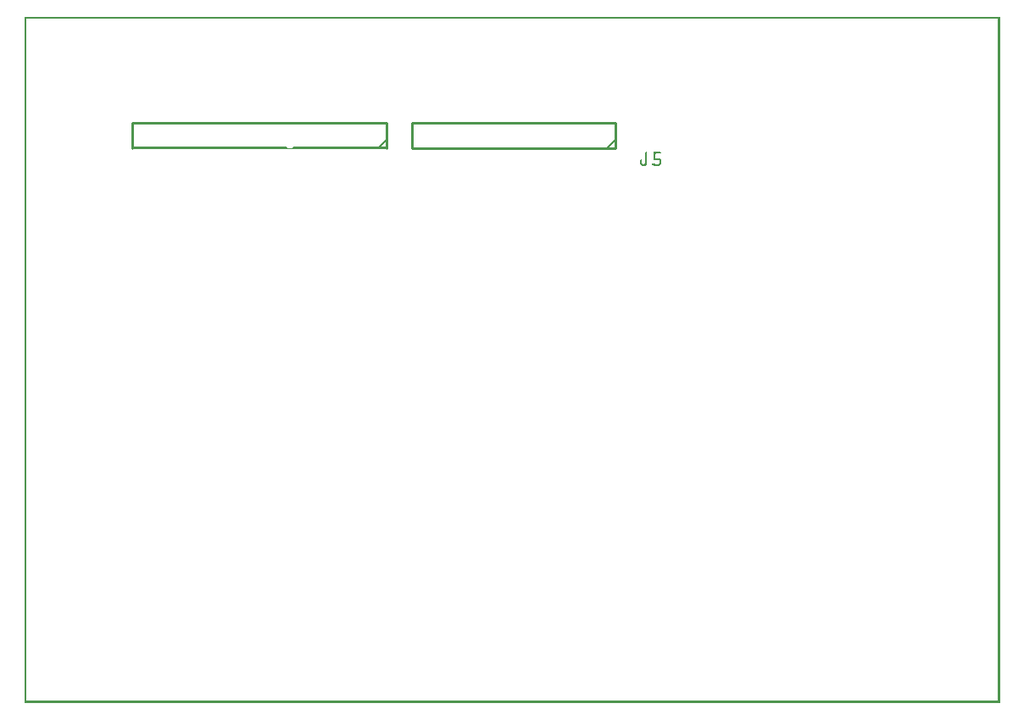
<source format=gbo>
G04 MADE WITH FRITZING*
G04 WWW.FRITZING.ORG*
G04 DOUBLE SIDED*
G04 HOLES PLATED*
G04 CONTOUR ON CENTER OF CONTOUR VECTOR*
%ASAXBY*%
%FSLAX23Y23*%
%MOIN*%
%OFA0B0*%
%SFA1.0B1.0*%
%ADD10C,0.010000*%
%ADD11C,0.005000*%
%ADD12R,0.001000X0.001000*%
%LNSILK0*%
G90*
G70*
G54D10*
X2324Y2183D02*
X1524Y2183D01*
D02*
X1524Y2183D02*
X1524Y2283D01*
D02*
X1524Y2283D02*
X2324Y2283D01*
D02*
X2324Y2283D02*
X2324Y2183D01*
G54D11*
D02*
X2289Y2183D02*
X2324Y2218D01*
G54D10*
D02*
X424Y2183D02*
X424Y2283D01*
D02*
X424Y2283D02*
X1424Y2283D01*
D02*
X1424Y2283D02*
X1424Y2183D01*
G54D11*
D02*
X1389Y2183D02*
X1424Y2218D01*
G54D12*
X0Y2700D02*
X3835Y2700D01*
X0Y2699D02*
X3835Y2699D01*
X0Y2698D02*
X3835Y2698D01*
X0Y2697D02*
X3835Y2697D01*
X0Y2696D02*
X3835Y2696D01*
X0Y2695D02*
X3835Y2695D01*
X0Y2694D02*
X3835Y2694D01*
X0Y2693D02*
X3835Y2693D01*
X0Y2692D02*
X7Y2692D01*
X3828Y2692D02*
X3835Y2692D01*
X0Y2691D02*
X7Y2691D01*
X3828Y2691D02*
X3835Y2691D01*
X0Y2690D02*
X7Y2690D01*
X3828Y2690D02*
X3835Y2690D01*
X0Y2689D02*
X7Y2689D01*
X3828Y2689D02*
X3835Y2689D01*
X0Y2688D02*
X7Y2688D01*
X3828Y2688D02*
X3835Y2688D01*
X0Y2687D02*
X7Y2687D01*
X3828Y2687D02*
X3835Y2687D01*
X0Y2686D02*
X7Y2686D01*
X3828Y2686D02*
X3835Y2686D01*
X0Y2685D02*
X7Y2685D01*
X3828Y2685D02*
X3835Y2685D01*
X0Y2684D02*
X7Y2684D01*
X3828Y2684D02*
X3835Y2684D01*
X0Y2683D02*
X7Y2683D01*
X3828Y2683D02*
X3835Y2683D01*
X0Y2682D02*
X7Y2682D01*
X3828Y2682D02*
X3835Y2682D01*
X0Y2681D02*
X7Y2681D01*
X3828Y2681D02*
X3835Y2681D01*
X0Y2680D02*
X7Y2680D01*
X3828Y2680D02*
X3835Y2680D01*
X0Y2679D02*
X7Y2679D01*
X3828Y2679D02*
X3835Y2679D01*
X0Y2678D02*
X7Y2678D01*
X3828Y2678D02*
X3835Y2678D01*
X0Y2677D02*
X7Y2677D01*
X3828Y2677D02*
X3835Y2677D01*
X0Y2676D02*
X7Y2676D01*
X3828Y2676D02*
X3835Y2676D01*
X0Y2675D02*
X7Y2675D01*
X3828Y2675D02*
X3835Y2675D01*
X0Y2674D02*
X7Y2674D01*
X3828Y2674D02*
X3835Y2674D01*
X0Y2673D02*
X7Y2673D01*
X3828Y2673D02*
X3835Y2673D01*
X0Y2672D02*
X7Y2672D01*
X3828Y2672D02*
X3835Y2672D01*
X0Y2671D02*
X7Y2671D01*
X3828Y2671D02*
X3835Y2671D01*
X0Y2670D02*
X7Y2670D01*
X3828Y2670D02*
X3835Y2670D01*
X0Y2669D02*
X7Y2669D01*
X3828Y2669D02*
X3835Y2669D01*
X0Y2668D02*
X7Y2668D01*
X3828Y2668D02*
X3835Y2668D01*
X0Y2667D02*
X7Y2667D01*
X3828Y2667D02*
X3835Y2667D01*
X0Y2666D02*
X7Y2666D01*
X3828Y2666D02*
X3835Y2666D01*
X0Y2665D02*
X7Y2665D01*
X3828Y2665D02*
X3835Y2665D01*
X0Y2664D02*
X7Y2664D01*
X3828Y2664D02*
X3835Y2664D01*
X0Y2663D02*
X7Y2663D01*
X3828Y2663D02*
X3835Y2663D01*
X0Y2662D02*
X7Y2662D01*
X3828Y2662D02*
X3835Y2662D01*
X0Y2661D02*
X7Y2661D01*
X3828Y2661D02*
X3835Y2661D01*
X0Y2660D02*
X7Y2660D01*
X3828Y2660D02*
X3835Y2660D01*
X0Y2659D02*
X7Y2659D01*
X3828Y2659D02*
X3835Y2659D01*
X0Y2658D02*
X7Y2658D01*
X3828Y2658D02*
X3835Y2658D01*
X0Y2657D02*
X7Y2657D01*
X3828Y2657D02*
X3835Y2657D01*
X0Y2656D02*
X7Y2656D01*
X3828Y2656D02*
X3835Y2656D01*
X0Y2655D02*
X7Y2655D01*
X3828Y2655D02*
X3835Y2655D01*
X0Y2654D02*
X7Y2654D01*
X3828Y2654D02*
X3835Y2654D01*
X0Y2653D02*
X7Y2653D01*
X3828Y2653D02*
X3835Y2653D01*
X0Y2652D02*
X7Y2652D01*
X3828Y2652D02*
X3835Y2652D01*
X0Y2651D02*
X7Y2651D01*
X3828Y2651D02*
X3835Y2651D01*
X0Y2650D02*
X7Y2650D01*
X3828Y2650D02*
X3835Y2650D01*
X0Y2649D02*
X7Y2649D01*
X3828Y2649D02*
X3835Y2649D01*
X0Y2648D02*
X7Y2648D01*
X3828Y2648D02*
X3835Y2648D01*
X0Y2647D02*
X7Y2647D01*
X3828Y2647D02*
X3835Y2647D01*
X0Y2646D02*
X7Y2646D01*
X3828Y2646D02*
X3835Y2646D01*
X0Y2645D02*
X7Y2645D01*
X3828Y2645D02*
X3835Y2645D01*
X0Y2644D02*
X7Y2644D01*
X3828Y2644D02*
X3835Y2644D01*
X0Y2643D02*
X7Y2643D01*
X3828Y2643D02*
X3835Y2643D01*
X0Y2642D02*
X7Y2642D01*
X3828Y2642D02*
X3835Y2642D01*
X0Y2641D02*
X7Y2641D01*
X3828Y2641D02*
X3835Y2641D01*
X0Y2640D02*
X7Y2640D01*
X3828Y2640D02*
X3835Y2640D01*
X0Y2639D02*
X7Y2639D01*
X3828Y2639D02*
X3835Y2639D01*
X0Y2638D02*
X7Y2638D01*
X3828Y2638D02*
X3835Y2638D01*
X0Y2637D02*
X7Y2637D01*
X3828Y2637D02*
X3835Y2637D01*
X0Y2636D02*
X7Y2636D01*
X3828Y2636D02*
X3835Y2636D01*
X0Y2635D02*
X7Y2635D01*
X3828Y2635D02*
X3835Y2635D01*
X0Y2634D02*
X7Y2634D01*
X3828Y2634D02*
X3835Y2634D01*
X0Y2633D02*
X7Y2633D01*
X3828Y2633D02*
X3835Y2633D01*
X0Y2632D02*
X7Y2632D01*
X3828Y2632D02*
X3835Y2632D01*
X0Y2631D02*
X7Y2631D01*
X3828Y2631D02*
X3835Y2631D01*
X0Y2630D02*
X7Y2630D01*
X3828Y2630D02*
X3835Y2630D01*
X0Y2629D02*
X7Y2629D01*
X3828Y2629D02*
X3835Y2629D01*
X0Y2628D02*
X7Y2628D01*
X3828Y2628D02*
X3835Y2628D01*
X0Y2627D02*
X7Y2627D01*
X3828Y2627D02*
X3835Y2627D01*
X0Y2626D02*
X7Y2626D01*
X3828Y2626D02*
X3835Y2626D01*
X0Y2625D02*
X7Y2625D01*
X3828Y2625D02*
X3835Y2625D01*
X0Y2624D02*
X7Y2624D01*
X3828Y2624D02*
X3835Y2624D01*
X0Y2623D02*
X7Y2623D01*
X3828Y2623D02*
X3835Y2623D01*
X0Y2622D02*
X7Y2622D01*
X3828Y2622D02*
X3835Y2622D01*
X0Y2621D02*
X7Y2621D01*
X3828Y2621D02*
X3835Y2621D01*
X0Y2620D02*
X7Y2620D01*
X3828Y2620D02*
X3835Y2620D01*
X0Y2619D02*
X7Y2619D01*
X3828Y2619D02*
X3835Y2619D01*
X0Y2618D02*
X7Y2618D01*
X3828Y2618D02*
X3835Y2618D01*
X0Y2617D02*
X7Y2617D01*
X3828Y2617D02*
X3835Y2617D01*
X0Y2616D02*
X7Y2616D01*
X3828Y2616D02*
X3835Y2616D01*
X0Y2615D02*
X7Y2615D01*
X3828Y2615D02*
X3835Y2615D01*
X0Y2614D02*
X7Y2614D01*
X3828Y2614D02*
X3835Y2614D01*
X0Y2613D02*
X7Y2613D01*
X3828Y2613D02*
X3835Y2613D01*
X0Y2612D02*
X7Y2612D01*
X3828Y2612D02*
X3835Y2612D01*
X0Y2611D02*
X7Y2611D01*
X3828Y2611D02*
X3835Y2611D01*
X0Y2610D02*
X7Y2610D01*
X3828Y2610D02*
X3835Y2610D01*
X0Y2609D02*
X7Y2609D01*
X3828Y2609D02*
X3835Y2609D01*
X0Y2608D02*
X7Y2608D01*
X3828Y2608D02*
X3835Y2608D01*
X0Y2607D02*
X7Y2607D01*
X3828Y2607D02*
X3835Y2607D01*
X0Y2606D02*
X7Y2606D01*
X3828Y2606D02*
X3835Y2606D01*
X0Y2605D02*
X7Y2605D01*
X3828Y2605D02*
X3835Y2605D01*
X0Y2604D02*
X7Y2604D01*
X3828Y2604D02*
X3835Y2604D01*
X0Y2603D02*
X7Y2603D01*
X3828Y2603D02*
X3835Y2603D01*
X0Y2602D02*
X7Y2602D01*
X3828Y2602D02*
X3835Y2602D01*
X0Y2601D02*
X7Y2601D01*
X3828Y2601D02*
X3835Y2601D01*
X0Y2600D02*
X7Y2600D01*
X3828Y2600D02*
X3835Y2600D01*
X0Y2599D02*
X7Y2599D01*
X3828Y2599D02*
X3835Y2599D01*
X0Y2598D02*
X7Y2598D01*
X3828Y2598D02*
X3835Y2598D01*
X0Y2597D02*
X7Y2597D01*
X3828Y2597D02*
X3835Y2597D01*
X0Y2596D02*
X7Y2596D01*
X3828Y2596D02*
X3835Y2596D01*
X0Y2595D02*
X7Y2595D01*
X3828Y2595D02*
X3835Y2595D01*
X0Y2594D02*
X7Y2594D01*
X3828Y2594D02*
X3835Y2594D01*
X0Y2593D02*
X7Y2593D01*
X3828Y2593D02*
X3835Y2593D01*
X0Y2592D02*
X7Y2592D01*
X3828Y2592D02*
X3835Y2592D01*
X0Y2591D02*
X7Y2591D01*
X3828Y2591D02*
X3835Y2591D01*
X0Y2590D02*
X7Y2590D01*
X3828Y2590D02*
X3835Y2590D01*
X0Y2589D02*
X7Y2589D01*
X3828Y2589D02*
X3835Y2589D01*
X0Y2588D02*
X7Y2588D01*
X3828Y2588D02*
X3835Y2588D01*
X0Y2587D02*
X7Y2587D01*
X3828Y2587D02*
X3835Y2587D01*
X0Y2586D02*
X7Y2586D01*
X3828Y2586D02*
X3835Y2586D01*
X0Y2585D02*
X7Y2585D01*
X3828Y2585D02*
X3835Y2585D01*
X0Y2584D02*
X7Y2584D01*
X3828Y2584D02*
X3835Y2584D01*
X0Y2583D02*
X7Y2583D01*
X3828Y2583D02*
X3835Y2583D01*
X0Y2582D02*
X7Y2582D01*
X3828Y2582D02*
X3835Y2582D01*
X0Y2581D02*
X7Y2581D01*
X3828Y2581D02*
X3835Y2581D01*
X0Y2580D02*
X7Y2580D01*
X3828Y2580D02*
X3835Y2580D01*
X0Y2579D02*
X7Y2579D01*
X3828Y2579D02*
X3835Y2579D01*
X0Y2578D02*
X7Y2578D01*
X3828Y2578D02*
X3835Y2578D01*
X0Y2577D02*
X7Y2577D01*
X3828Y2577D02*
X3835Y2577D01*
X0Y2576D02*
X7Y2576D01*
X3828Y2576D02*
X3835Y2576D01*
X0Y2575D02*
X7Y2575D01*
X3828Y2575D02*
X3835Y2575D01*
X0Y2574D02*
X7Y2574D01*
X3828Y2574D02*
X3835Y2574D01*
X0Y2573D02*
X7Y2573D01*
X3828Y2573D02*
X3835Y2573D01*
X0Y2572D02*
X7Y2572D01*
X3828Y2572D02*
X3835Y2572D01*
X0Y2571D02*
X7Y2571D01*
X3828Y2571D02*
X3835Y2571D01*
X0Y2570D02*
X7Y2570D01*
X3828Y2570D02*
X3835Y2570D01*
X0Y2569D02*
X7Y2569D01*
X3828Y2569D02*
X3835Y2569D01*
X0Y2568D02*
X7Y2568D01*
X3828Y2568D02*
X3835Y2568D01*
X0Y2567D02*
X7Y2567D01*
X3828Y2567D02*
X3835Y2567D01*
X0Y2566D02*
X7Y2566D01*
X3828Y2566D02*
X3835Y2566D01*
X0Y2565D02*
X7Y2565D01*
X3828Y2565D02*
X3835Y2565D01*
X0Y2564D02*
X7Y2564D01*
X3828Y2564D02*
X3835Y2564D01*
X0Y2563D02*
X7Y2563D01*
X3828Y2563D02*
X3835Y2563D01*
X0Y2562D02*
X7Y2562D01*
X3828Y2562D02*
X3835Y2562D01*
X0Y2561D02*
X7Y2561D01*
X3828Y2561D02*
X3835Y2561D01*
X0Y2560D02*
X7Y2560D01*
X3828Y2560D02*
X3835Y2560D01*
X0Y2559D02*
X7Y2559D01*
X3828Y2559D02*
X3835Y2559D01*
X0Y2558D02*
X7Y2558D01*
X3828Y2558D02*
X3835Y2558D01*
X0Y2557D02*
X7Y2557D01*
X3828Y2557D02*
X3835Y2557D01*
X0Y2556D02*
X7Y2556D01*
X3828Y2556D02*
X3835Y2556D01*
X0Y2555D02*
X7Y2555D01*
X3828Y2555D02*
X3835Y2555D01*
X0Y2554D02*
X7Y2554D01*
X3828Y2554D02*
X3835Y2554D01*
X0Y2553D02*
X7Y2553D01*
X3828Y2553D02*
X3835Y2553D01*
X0Y2552D02*
X7Y2552D01*
X3828Y2552D02*
X3835Y2552D01*
X0Y2551D02*
X7Y2551D01*
X3828Y2551D02*
X3835Y2551D01*
X0Y2550D02*
X7Y2550D01*
X3828Y2550D02*
X3835Y2550D01*
X0Y2549D02*
X7Y2549D01*
X3828Y2549D02*
X3835Y2549D01*
X0Y2548D02*
X7Y2548D01*
X3828Y2548D02*
X3835Y2548D01*
X0Y2547D02*
X7Y2547D01*
X3828Y2547D02*
X3835Y2547D01*
X0Y2546D02*
X7Y2546D01*
X3828Y2546D02*
X3835Y2546D01*
X0Y2545D02*
X7Y2545D01*
X3828Y2545D02*
X3835Y2545D01*
X0Y2544D02*
X7Y2544D01*
X3828Y2544D02*
X3835Y2544D01*
X0Y2543D02*
X7Y2543D01*
X3828Y2543D02*
X3835Y2543D01*
X0Y2542D02*
X7Y2542D01*
X3828Y2542D02*
X3835Y2542D01*
X0Y2541D02*
X7Y2541D01*
X3828Y2541D02*
X3835Y2541D01*
X0Y2540D02*
X7Y2540D01*
X3828Y2540D02*
X3835Y2540D01*
X0Y2539D02*
X7Y2539D01*
X3828Y2539D02*
X3835Y2539D01*
X0Y2538D02*
X7Y2538D01*
X3828Y2538D02*
X3835Y2538D01*
X0Y2537D02*
X7Y2537D01*
X3828Y2537D02*
X3835Y2537D01*
X0Y2536D02*
X7Y2536D01*
X3828Y2536D02*
X3835Y2536D01*
X0Y2535D02*
X7Y2535D01*
X3828Y2535D02*
X3835Y2535D01*
X0Y2534D02*
X7Y2534D01*
X3828Y2534D02*
X3835Y2534D01*
X0Y2533D02*
X7Y2533D01*
X3828Y2533D02*
X3835Y2533D01*
X0Y2532D02*
X7Y2532D01*
X3828Y2532D02*
X3835Y2532D01*
X0Y2531D02*
X7Y2531D01*
X3828Y2531D02*
X3835Y2531D01*
X0Y2530D02*
X7Y2530D01*
X3828Y2530D02*
X3835Y2530D01*
X0Y2529D02*
X7Y2529D01*
X3828Y2529D02*
X3835Y2529D01*
X0Y2528D02*
X7Y2528D01*
X3828Y2528D02*
X3835Y2528D01*
X0Y2527D02*
X7Y2527D01*
X3828Y2527D02*
X3835Y2527D01*
X0Y2526D02*
X7Y2526D01*
X3828Y2526D02*
X3835Y2526D01*
X0Y2525D02*
X7Y2525D01*
X3828Y2525D02*
X3835Y2525D01*
X0Y2524D02*
X7Y2524D01*
X3828Y2524D02*
X3835Y2524D01*
X0Y2523D02*
X7Y2523D01*
X3828Y2523D02*
X3835Y2523D01*
X0Y2522D02*
X7Y2522D01*
X3828Y2522D02*
X3835Y2522D01*
X0Y2521D02*
X7Y2521D01*
X3828Y2521D02*
X3835Y2521D01*
X0Y2520D02*
X7Y2520D01*
X3828Y2520D02*
X3835Y2520D01*
X0Y2519D02*
X7Y2519D01*
X3828Y2519D02*
X3835Y2519D01*
X0Y2518D02*
X7Y2518D01*
X3828Y2518D02*
X3835Y2518D01*
X0Y2517D02*
X7Y2517D01*
X3828Y2517D02*
X3835Y2517D01*
X0Y2516D02*
X7Y2516D01*
X3828Y2516D02*
X3835Y2516D01*
X0Y2515D02*
X7Y2515D01*
X3828Y2515D02*
X3835Y2515D01*
X0Y2514D02*
X7Y2514D01*
X3828Y2514D02*
X3835Y2514D01*
X0Y2513D02*
X7Y2513D01*
X3828Y2513D02*
X3835Y2513D01*
X0Y2512D02*
X7Y2512D01*
X3828Y2512D02*
X3835Y2512D01*
X0Y2511D02*
X7Y2511D01*
X3828Y2511D02*
X3835Y2511D01*
X0Y2510D02*
X7Y2510D01*
X3828Y2510D02*
X3835Y2510D01*
X0Y2509D02*
X7Y2509D01*
X3828Y2509D02*
X3835Y2509D01*
X0Y2508D02*
X7Y2508D01*
X3828Y2508D02*
X3835Y2508D01*
X0Y2507D02*
X7Y2507D01*
X3828Y2507D02*
X3835Y2507D01*
X0Y2506D02*
X7Y2506D01*
X3828Y2506D02*
X3835Y2506D01*
X0Y2505D02*
X7Y2505D01*
X3828Y2505D02*
X3835Y2505D01*
X0Y2504D02*
X7Y2504D01*
X3828Y2504D02*
X3835Y2504D01*
X0Y2503D02*
X7Y2503D01*
X3828Y2503D02*
X3835Y2503D01*
X0Y2502D02*
X7Y2502D01*
X3828Y2502D02*
X3835Y2502D01*
X0Y2501D02*
X7Y2501D01*
X3828Y2501D02*
X3835Y2501D01*
X0Y2500D02*
X7Y2500D01*
X3828Y2500D02*
X3835Y2500D01*
X0Y2499D02*
X7Y2499D01*
X3828Y2499D02*
X3835Y2499D01*
X0Y2498D02*
X7Y2498D01*
X3828Y2498D02*
X3835Y2498D01*
X0Y2497D02*
X7Y2497D01*
X3828Y2497D02*
X3835Y2497D01*
X0Y2496D02*
X7Y2496D01*
X3828Y2496D02*
X3835Y2496D01*
X0Y2495D02*
X7Y2495D01*
X3828Y2495D02*
X3835Y2495D01*
X0Y2494D02*
X7Y2494D01*
X3828Y2494D02*
X3835Y2494D01*
X0Y2493D02*
X7Y2493D01*
X3828Y2493D02*
X3835Y2493D01*
X0Y2492D02*
X7Y2492D01*
X3828Y2492D02*
X3835Y2492D01*
X0Y2491D02*
X7Y2491D01*
X3828Y2491D02*
X3835Y2491D01*
X0Y2490D02*
X7Y2490D01*
X3828Y2490D02*
X3835Y2490D01*
X0Y2489D02*
X7Y2489D01*
X3828Y2489D02*
X3835Y2489D01*
X0Y2488D02*
X7Y2488D01*
X3828Y2488D02*
X3835Y2488D01*
X0Y2487D02*
X7Y2487D01*
X3828Y2487D02*
X3835Y2487D01*
X0Y2486D02*
X7Y2486D01*
X3828Y2486D02*
X3835Y2486D01*
X0Y2485D02*
X7Y2485D01*
X3828Y2485D02*
X3835Y2485D01*
X0Y2484D02*
X7Y2484D01*
X3828Y2484D02*
X3835Y2484D01*
X0Y2483D02*
X7Y2483D01*
X3828Y2483D02*
X3835Y2483D01*
X0Y2482D02*
X7Y2482D01*
X3828Y2482D02*
X3835Y2482D01*
X0Y2481D02*
X7Y2481D01*
X3828Y2481D02*
X3835Y2481D01*
X0Y2480D02*
X7Y2480D01*
X3828Y2480D02*
X3835Y2480D01*
X0Y2479D02*
X7Y2479D01*
X3828Y2479D02*
X3835Y2479D01*
X0Y2478D02*
X7Y2478D01*
X3828Y2478D02*
X3835Y2478D01*
X0Y2477D02*
X7Y2477D01*
X3828Y2477D02*
X3835Y2477D01*
X0Y2476D02*
X7Y2476D01*
X3828Y2476D02*
X3835Y2476D01*
X0Y2475D02*
X7Y2475D01*
X3828Y2475D02*
X3835Y2475D01*
X0Y2474D02*
X7Y2474D01*
X3828Y2474D02*
X3835Y2474D01*
X0Y2473D02*
X7Y2473D01*
X3828Y2473D02*
X3835Y2473D01*
X0Y2472D02*
X7Y2472D01*
X3828Y2472D02*
X3835Y2472D01*
X0Y2471D02*
X7Y2471D01*
X3828Y2471D02*
X3835Y2471D01*
X0Y2470D02*
X7Y2470D01*
X3828Y2470D02*
X3835Y2470D01*
X0Y2469D02*
X7Y2469D01*
X3828Y2469D02*
X3835Y2469D01*
X0Y2468D02*
X7Y2468D01*
X3828Y2468D02*
X3835Y2468D01*
X0Y2467D02*
X7Y2467D01*
X3828Y2467D02*
X3835Y2467D01*
X0Y2466D02*
X7Y2466D01*
X3828Y2466D02*
X3835Y2466D01*
X0Y2465D02*
X7Y2465D01*
X3828Y2465D02*
X3835Y2465D01*
X0Y2464D02*
X7Y2464D01*
X3828Y2464D02*
X3835Y2464D01*
X0Y2463D02*
X7Y2463D01*
X3828Y2463D02*
X3835Y2463D01*
X0Y2462D02*
X7Y2462D01*
X3828Y2462D02*
X3835Y2462D01*
X0Y2461D02*
X7Y2461D01*
X3828Y2461D02*
X3835Y2461D01*
X0Y2460D02*
X7Y2460D01*
X3828Y2460D02*
X3835Y2460D01*
X0Y2459D02*
X7Y2459D01*
X3828Y2459D02*
X3835Y2459D01*
X0Y2458D02*
X7Y2458D01*
X3828Y2458D02*
X3835Y2458D01*
X0Y2457D02*
X7Y2457D01*
X3828Y2457D02*
X3835Y2457D01*
X0Y2456D02*
X7Y2456D01*
X3828Y2456D02*
X3835Y2456D01*
X0Y2455D02*
X7Y2455D01*
X3828Y2455D02*
X3835Y2455D01*
X0Y2454D02*
X7Y2454D01*
X3828Y2454D02*
X3835Y2454D01*
X0Y2453D02*
X7Y2453D01*
X3828Y2453D02*
X3835Y2453D01*
X0Y2452D02*
X7Y2452D01*
X3828Y2452D02*
X3835Y2452D01*
X0Y2451D02*
X7Y2451D01*
X3828Y2451D02*
X3835Y2451D01*
X0Y2450D02*
X7Y2450D01*
X3828Y2450D02*
X3835Y2450D01*
X0Y2449D02*
X7Y2449D01*
X3828Y2449D02*
X3835Y2449D01*
X0Y2448D02*
X7Y2448D01*
X3828Y2448D02*
X3835Y2448D01*
X0Y2447D02*
X7Y2447D01*
X3828Y2447D02*
X3835Y2447D01*
X0Y2446D02*
X7Y2446D01*
X3828Y2446D02*
X3835Y2446D01*
X0Y2445D02*
X7Y2445D01*
X3828Y2445D02*
X3835Y2445D01*
X0Y2444D02*
X7Y2444D01*
X3828Y2444D02*
X3835Y2444D01*
X0Y2443D02*
X7Y2443D01*
X3828Y2443D02*
X3835Y2443D01*
X0Y2442D02*
X7Y2442D01*
X3828Y2442D02*
X3835Y2442D01*
X0Y2441D02*
X7Y2441D01*
X3828Y2441D02*
X3835Y2441D01*
X0Y2440D02*
X7Y2440D01*
X3828Y2440D02*
X3835Y2440D01*
X0Y2439D02*
X7Y2439D01*
X3828Y2439D02*
X3835Y2439D01*
X0Y2438D02*
X7Y2438D01*
X3828Y2438D02*
X3835Y2438D01*
X0Y2437D02*
X7Y2437D01*
X3828Y2437D02*
X3835Y2437D01*
X0Y2436D02*
X7Y2436D01*
X3828Y2436D02*
X3835Y2436D01*
X0Y2435D02*
X7Y2435D01*
X3828Y2435D02*
X3835Y2435D01*
X0Y2434D02*
X7Y2434D01*
X3828Y2434D02*
X3835Y2434D01*
X0Y2433D02*
X7Y2433D01*
X3828Y2433D02*
X3835Y2433D01*
X0Y2432D02*
X7Y2432D01*
X3828Y2432D02*
X3835Y2432D01*
X0Y2431D02*
X7Y2431D01*
X3828Y2431D02*
X3835Y2431D01*
X0Y2430D02*
X7Y2430D01*
X3828Y2430D02*
X3835Y2430D01*
X0Y2429D02*
X7Y2429D01*
X3828Y2429D02*
X3835Y2429D01*
X0Y2428D02*
X7Y2428D01*
X3828Y2428D02*
X3835Y2428D01*
X0Y2427D02*
X7Y2427D01*
X3828Y2427D02*
X3835Y2427D01*
X0Y2426D02*
X7Y2426D01*
X3828Y2426D02*
X3835Y2426D01*
X0Y2425D02*
X7Y2425D01*
X3828Y2425D02*
X3835Y2425D01*
X0Y2424D02*
X7Y2424D01*
X3828Y2424D02*
X3835Y2424D01*
X0Y2423D02*
X7Y2423D01*
X3828Y2423D02*
X3835Y2423D01*
X0Y2422D02*
X7Y2422D01*
X3828Y2422D02*
X3835Y2422D01*
X0Y2421D02*
X7Y2421D01*
X3828Y2421D02*
X3835Y2421D01*
X0Y2420D02*
X7Y2420D01*
X3828Y2420D02*
X3835Y2420D01*
X0Y2419D02*
X7Y2419D01*
X3828Y2419D02*
X3835Y2419D01*
X0Y2418D02*
X7Y2418D01*
X3828Y2418D02*
X3835Y2418D01*
X0Y2417D02*
X7Y2417D01*
X3828Y2417D02*
X3835Y2417D01*
X0Y2416D02*
X7Y2416D01*
X3828Y2416D02*
X3835Y2416D01*
X0Y2415D02*
X7Y2415D01*
X3828Y2415D02*
X3835Y2415D01*
X0Y2414D02*
X7Y2414D01*
X3828Y2414D02*
X3835Y2414D01*
X0Y2413D02*
X7Y2413D01*
X3828Y2413D02*
X3835Y2413D01*
X0Y2412D02*
X7Y2412D01*
X3828Y2412D02*
X3835Y2412D01*
X0Y2411D02*
X7Y2411D01*
X3828Y2411D02*
X3835Y2411D01*
X0Y2410D02*
X7Y2410D01*
X3828Y2410D02*
X3835Y2410D01*
X0Y2409D02*
X7Y2409D01*
X3828Y2409D02*
X3835Y2409D01*
X0Y2408D02*
X7Y2408D01*
X3828Y2408D02*
X3835Y2408D01*
X0Y2407D02*
X7Y2407D01*
X3828Y2407D02*
X3835Y2407D01*
X0Y2406D02*
X7Y2406D01*
X3828Y2406D02*
X3835Y2406D01*
X0Y2405D02*
X7Y2405D01*
X3828Y2405D02*
X3835Y2405D01*
X0Y2404D02*
X7Y2404D01*
X3828Y2404D02*
X3835Y2404D01*
X0Y2403D02*
X7Y2403D01*
X3828Y2403D02*
X3835Y2403D01*
X0Y2402D02*
X7Y2402D01*
X3828Y2402D02*
X3835Y2402D01*
X0Y2401D02*
X7Y2401D01*
X3828Y2401D02*
X3835Y2401D01*
X0Y2400D02*
X7Y2400D01*
X3828Y2400D02*
X3835Y2400D01*
X0Y2399D02*
X7Y2399D01*
X3828Y2399D02*
X3835Y2399D01*
X0Y2398D02*
X7Y2398D01*
X3828Y2398D02*
X3835Y2398D01*
X0Y2397D02*
X7Y2397D01*
X3828Y2397D02*
X3835Y2397D01*
X0Y2396D02*
X7Y2396D01*
X3828Y2396D02*
X3835Y2396D01*
X0Y2395D02*
X7Y2395D01*
X3828Y2395D02*
X3835Y2395D01*
X0Y2394D02*
X7Y2394D01*
X3828Y2394D02*
X3835Y2394D01*
X0Y2393D02*
X7Y2393D01*
X3828Y2393D02*
X3835Y2393D01*
X0Y2392D02*
X7Y2392D01*
X3828Y2392D02*
X3835Y2392D01*
X0Y2391D02*
X7Y2391D01*
X3828Y2391D02*
X3835Y2391D01*
X0Y2390D02*
X7Y2390D01*
X3828Y2390D02*
X3835Y2390D01*
X0Y2389D02*
X7Y2389D01*
X3828Y2389D02*
X3835Y2389D01*
X0Y2388D02*
X7Y2388D01*
X3828Y2388D02*
X3835Y2388D01*
X0Y2387D02*
X7Y2387D01*
X3828Y2387D02*
X3835Y2387D01*
X0Y2386D02*
X7Y2386D01*
X3828Y2386D02*
X3835Y2386D01*
X0Y2385D02*
X7Y2385D01*
X3828Y2385D02*
X3835Y2385D01*
X0Y2384D02*
X7Y2384D01*
X3828Y2384D02*
X3835Y2384D01*
X0Y2383D02*
X7Y2383D01*
X3828Y2383D02*
X3835Y2383D01*
X0Y2382D02*
X7Y2382D01*
X3828Y2382D02*
X3835Y2382D01*
X0Y2381D02*
X7Y2381D01*
X3828Y2381D02*
X3835Y2381D01*
X0Y2380D02*
X7Y2380D01*
X3828Y2380D02*
X3835Y2380D01*
X0Y2379D02*
X7Y2379D01*
X3828Y2379D02*
X3835Y2379D01*
X0Y2378D02*
X7Y2378D01*
X3828Y2378D02*
X3835Y2378D01*
X0Y2377D02*
X7Y2377D01*
X3828Y2377D02*
X3835Y2377D01*
X0Y2376D02*
X7Y2376D01*
X3828Y2376D02*
X3835Y2376D01*
X0Y2375D02*
X7Y2375D01*
X3828Y2375D02*
X3835Y2375D01*
X0Y2374D02*
X7Y2374D01*
X3828Y2374D02*
X3835Y2374D01*
X0Y2373D02*
X7Y2373D01*
X3828Y2373D02*
X3835Y2373D01*
X0Y2372D02*
X7Y2372D01*
X3828Y2372D02*
X3835Y2372D01*
X0Y2371D02*
X7Y2371D01*
X3828Y2371D02*
X3835Y2371D01*
X0Y2370D02*
X7Y2370D01*
X3828Y2370D02*
X3835Y2370D01*
X0Y2369D02*
X7Y2369D01*
X3828Y2369D02*
X3835Y2369D01*
X0Y2368D02*
X7Y2368D01*
X3828Y2368D02*
X3835Y2368D01*
X0Y2367D02*
X7Y2367D01*
X3828Y2367D02*
X3835Y2367D01*
X0Y2366D02*
X7Y2366D01*
X3828Y2366D02*
X3835Y2366D01*
X0Y2365D02*
X7Y2365D01*
X3828Y2365D02*
X3835Y2365D01*
X0Y2364D02*
X7Y2364D01*
X3828Y2364D02*
X3835Y2364D01*
X0Y2363D02*
X7Y2363D01*
X3828Y2363D02*
X3835Y2363D01*
X0Y2362D02*
X7Y2362D01*
X3828Y2362D02*
X3835Y2362D01*
X0Y2361D02*
X7Y2361D01*
X3828Y2361D02*
X3835Y2361D01*
X0Y2360D02*
X7Y2360D01*
X3828Y2360D02*
X3835Y2360D01*
X0Y2359D02*
X7Y2359D01*
X3828Y2359D02*
X3835Y2359D01*
X0Y2358D02*
X7Y2358D01*
X3828Y2358D02*
X3835Y2358D01*
X0Y2357D02*
X7Y2357D01*
X3828Y2357D02*
X3835Y2357D01*
X0Y2356D02*
X7Y2356D01*
X3828Y2356D02*
X3835Y2356D01*
X0Y2355D02*
X7Y2355D01*
X3828Y2355D02*
X3835Y2355D01*
X0Y2354D02*
X7Y2354D01*
X3828Y2354D02*
X3835Y2354D01*
X0Y2353D02*
X7Y2353D01*
X3828Y2353D02*
X3835Y2353D01*
X0Y2352D02*
X7Y2352D01*
X3828Y2352D02*
X3835Y2352D01*
X0Y2351D02*
X7Y2351D01*
X3828Y2351D02*
X3835Y2351D01*
X0Y2350D02*
X7Y2350D01*
X3828Y2350D02*
X3835Y2350D01*
X0Y2349D02*
X7Y2349D01*
X3828Y2349D02*
X3835Y2349D01*
X0Y2348D02*
X7Y2348D01*
X3828Y2348D02*
X3835Y2348D01*
X0Y2347D02*
X7Y2347D01*
X3828Y2347D02*
X3835Y2347D01*
X0Y2346D02*
X7Y2346D01*
X3828Y2346D02*
X3835Y2346D01*
X0Y2345D02*
X7Y2345D01*
X3828Y2345D02*
X3835Y2345D01*
X0Y2344D02*
X7Y2344D01*
X3828Y2344D02*
X3835Y2344D01*
X0Y2343D02*
X7Y2343D01*
X3828Y2343D02*
X3835Y2343D01*
X0Y2342D02*
X7Y2342D01*
X3828Y2342D02*
X3835Y2342D01*
X0Y2341D02*
X7Y2341D01*
X3828Y2341D02*
X3835Y2341D01*
X0Y2340D02*
X7Y2340D01*
X3828Y2340D02*
X3835Y2340D01*
X0Y2339D02*
X7Y2339D01*
X3828Y2339D02*
X3835Y2339D01*
X0Y2338D02*
X7Y2338D01*
X3828Y2338D02*
X3835Y2338D01*
X0Y2337D02*
X7Y2337D01*
X3828Y2337D02*
X3835Y2337D01*
X0Y2336D02*
X7Y2336D01*
X3828Y2336D02*
X3835Y2336D01*
X0Y2335D02*
X7Y2335D01*
X3828Y2335D02*
X3835Y2335D01*
X0Y2334D02*
X7Y2334D01*
X3828Y2334D02*
X3835Y2334D01*
X0Y2333D02*
X7Y2333D01*
X3828Y2333D02*
X3835Y2333D01*
X0Y2332D02*
X7Y2332D01*
X3828Y2332D02*
X3835Y2332D01*
X0Y2331D02*
X7Y2331D01*
X3828Y2331D02*
X3835Y2331D01*
X0Y2330D02*
X7Y2330D01*
X3828Y2330D02*
X3835Y2330D01*
X0Y2329D02*
X7Y2329D01*
X3828Y2329D02*
X3835Y2329D01*
X0Y2328D02*
X7Y2328D01*
X3828Y2328D02*
X3835Y2328D01*
X0Y2327D02*
X7Y2327D01*
X3828Y2327D02*
X3835Y2327D01*
X0Y2326D02*
X7Y2326D01*
X3828Y2326D02*
X3835Y2326D01*
X0Y2325D02*
X7Y2325D01*
X3828Y2325D02*
X3835Y2325D01*
X0Y2324D02*
X7Y2324D01*
X3828Y2324D02*
X3835Y2324D01*
X0Y2323D02*
X7Y2323D01*
X3828Y2323D02*
X3835Y2323D01*
X0Y2322D02*
X7Y2322D01*
X3828Y2322D02*
X3835Y2322D01*
X0Y2321D02*
X7Y2321D01*
X3828Y2321D02*
X3835Y2321D01*
X0Y2320D02*
X7Y2320D01*
X3828Y2320D02*
X3835Y2320D01*
X0Y2319D02*
X7Y2319D01*
X3828Y2319D02*
X3835Y2319D01*
X0Y2318D02*
X7Y2318D01*
X3828Y2318D02*
X3835Y2318D01*
X0Y2317D02*
X7Y2317D01*
X3828Y2317D02*
X3835Y2317D01*
X0Y2316D02*
X7Y2316D01*
X3828Y2316D02*
X3835Y2316D01*
X0Y2315D02*
X7Y2315D01*
X3828Y2315D02*
X3835Y2315D01*
X0Y2314D02*
X7Y2314D01*
X3828Y2314D02*
X3835Y2314D01*
X0Y2313D02*
X7Y2313D01*
X3828Y2313D02*
X3835Y2313D01*
X0Y2312D02*
X7Y2312D01*
X3828Y2312D02*
X3835Y2312D01*
X0Y2311D02*
X7Y2311D01*
X3828Y2311D02*
X3835Y2311D01*
X0Y2310D02*
X7Y2310D01*
X3828Y2310D02*
X3835Y2310D01*
X0Y2309D02*
X7Y2309D01*
X3828Y2309D02*
X3835Y2309D01*
X0Y2308D02*
X7Y2308D01*
X3828Y2308D02*
X3835Y2308D01*
X0Y2307D02*
X7Y2307D01*
X3828Y2307D02*
X3835Y2307D01*
X0Y2306D02*
X7Y2306D01*
X3828Y2306D02*
X3835Y2306D01*
X0Y2305D02*
X7Y2305D01*
X3828Y2305D02*
X3835Y2305D01*
X0Y2304D02*
X7Y2304D01*
X3828Y2304D02*
X3835Y2304D01*
X0Y2303D02*
X7Y2303D01*
X3828Y2303D02*
X3835Y2303D01*
X0Y2302D02*
X7Y2302D01*
X3828Y2302D02*
X3835Y2302D01*
X0Y2301D02*
X7Y2301D01*
X3828Y2301D02*
X3835Y2301D01*
X0Y2300D02*
X7Y2300D01*
X3828Y2300D02*
X3835Y2300D01*
X0Y2299D02*
X7Y2299D01*
X3828Y2299D02*
X3835Y2299D01*
X0Y2298D02*
X7Y2298D01*
X3828Y2298D02*
X3835Y2298D01*
X0Y2297D02*
X7Y2297D01*
X3828Y2297D02*
X3835Y2297D01*
X0Y2296D02*
X7Y2296D01*
X3828Y2296D02*
X3835Y2296D01*
X0Y2295D02*
X7Y2295D01*
X3828Y2295D02*
X3835Y2295D01*
X0Y2294D02*
X7Y2294D01*
X3828Y2294D02*
X3835Y2294D01*
X0Y2293D02*
X7Y2293D01*
X3828Y2293D02*
X3835Y2293D01*
X0Y2292D02*
X7Y2292D01*
X3828Y2292D02*
X3835Y2292D01*
X0Y2291D02*
X7Y2291D01*
X3828Y2291D02*
X3835Y2291D01*
X0Y2290D02*
X7Y2290D01*
X3828Y2290D02*
X3835Y2290D01*
X0Y2289D02*
X7Y2289D01*
X3828Y2289D02*
X3835Y2289D01*
X0Y2288D02*
X7Y2288D01*
X3828Y2288D02*
X3835Y2288D01*
X0Y2287D02*
X7Y2287D01*
X3828Y2287D02*
X3835Y2287D01*
X0Y2286D02*
X7Y2286D01*
X3828Y2286D02*
X3835Y2286D01*
X0Y2285D02*
X7Y2285D01*
X3828Y2285D02*
X3835Y2285D01*
X0Y2284D02*
X7Y2284D01*
X3828Y2284D02*
X3835Y2284D01*
X0Y2283D02*
X7Y2283D01*
X3828Y2283D02*
X3835Y2283D01*
X0Y2282D02*
X7Y2282D01*
X3828Y2282D02*
X3835Y2282D01*
X0Y2281D02*
X7Y2281D01*
X3828Y2281D02*
X3835Y2281D01*
X0Y2280D02*
X7Y2280D01*
X3828Y2280D02*
X3835Y2280D01*
X0Y2279D02*
X7Y2279D01*
X3828Y2279D02*
X3835Y2279D01*
X0Y2278D02*
X7Y2278D01*
X3828Y2278D02*
X3835Y2278D01*
X0Y2277D02*
X7Y2277D01*
X3828Y2277D02*
X3835Y2277D01*
X0Y2276D02*
X7Y2276D01*
X3828Y2276D02*
X3835Y2276D01*
X0Y2275D02*
X7Y2275D01*
X3828Y2275D02*
X3835Y2275D01*
X0Y2274D02*
X7Y2274D01*
X3828Y2274D02*
X3835Y2274D01*
X0Y2273D02*
X7Y2273D01*
X3828Y2273D02*
X3835Y2273D01*
X0Y2272D02*
X7Y2272D01*
X3828Y2272D02*
X3835Y2272D01*
X0Y2271D02*
X7Y2271D01*
X3828Y2271D02*
X3835Y2271D01*
X0Y2270D02*
X7Y2270D01*
X3828Y2270D02*
X3835Y2270D01*
X0Y2269D02*
X7Y2269D01*
X3828Y2269D02*
X3835Y2269D01*
X0Y2268D02*
X7Y2268D01*
X3828Y2268D02*
X3835Y2268D01*
X0Y2267D02*
X7Y2267D01*
X3828Y2267D02*
X3835Y2267D01*
X0Y2266D02*
X7Y2266D01*
X3828Y2266D02*
X3835Y2266D01*
X0Y2265D02*
X7Y2265D01*
X3828Y2265D02*
X3835Y2265D01*
X0Y2264D02*
X7Y2264D01*
X3828Y2264D02*
X3835Y2264D01*
X0Y2263D02*
X7Y2263D01*
X3828Y2263D02*
X3835Y2263D01*
X0Y2262D02*
X7Y2262D01*
X3828Y2262D02*
X3835Y2262D01*
X0Y2261D02*
X7Y2261D01*
X3828Y2261D02*
X3835Y2261D01*
X0Y2260D02*
X7Y2260D01*
X3828Y2260D02*
X3835Y2260D01*
X0Y2259D02*
X7Y2259D01*
X3828Y2259D02*
X3835Y2259D01*
X0Y2258D02*
X7Y2258D01*
X3828Y2258D02*
X3835Y2258D01*
X0Y2257D02*
X7Y2257D01*
X3828Y2257D02*
X3835Y2257D01*
X0Y2256D02*
X7Y2256D01*
X3828Y2256D02*
X3835Y2256D01*
X0Y2255D02*
X7Y2255D01*
X3828Y2255D02*
X3835Y2255D01*
X0Y2254D02*
X7Y2254D01*
X3828Y2254D02*
X3835Y2254D01*
X0Y2253D02*
X7Y2253D01*
X3828Y2253D02*
X3835Y2253D01*
X0Y2252D02*
X7Y2252D01*
X3828Y2252D02*
X3835Y2252D01*
X0Y2251D02*
X7Y2251D01*
X3828Y2251D02*
X3835Y2251D01*
X0Y2250D02*
X7Y2250D01*
X3828Y2250D02*
X3835Y2250D01*
X0Y2249D02*
X7Y2249D01*
X3828Y2249D02*
X3835Y2249D01*
X0Y2248D02*
X7Y2248D01*
X3828Y2248D02*
X3835Y2248D01*
X0Y2247D02*
X7Y2247D01*
X3828Y2247D02*
X3835Y2247D01*
X0Y2246D02*
X7Y2246D01*
X3828Y2246D02*
X3835Y2246D01*
X0Y2245D02*
X7Y2245D01*
X3828Y2245D02*
X3835Y2245D01*
X0Y2244D02*
X7Y2244D01*
X3828Y2244D02*
X3835Y2244D01*
X0Y2243D02*
X7Y2243D01*
X3828Y2243D02*
X3835Y2243D01*
X0Y2242D02*
X7Y2242D01*
X3828Y2242D02*
X3835Y2242D01*
X0Y2241D02*
X7Y2241D01*
X3828Y2241D02*
X3835Y2241D01*
X0Y2240D02*
X7Y2240D01*
X3828Y2240D02*
X3835Y2240D01*
X0Y2239D02*
X7Y2239D01*
X3828Y2239D02*
X3835Y2239D01*
X0Y2238D02*
X7Y2238D01*
X3828Y2238D02*
X3835Y2238D01*
X0Y2237D02*
X7Y2237D01*
X3828Y2237D02*
X3835Y2237D01*
X0Y2236D02*
X7Y2236D01*
X3828Y2236D02*
X3835Y2236D01*
X0Y2235D02*
X7Y2235D01*
X3828Y2235D02*
X3835Y2235D01*
X0Y2234D02*
X7Y2234D01*
X3828Y2234D02*
X3835Y2234D01*
X0Y2233D02*
X7Y2233D01*
X3828Y2233D02*
X3835Y2233D01*
X0Y2232D02*
X7Y2232D01*
X3828Y2232D02*
X3835Y2232D01*
X0Y2231D02*
X7Y2231D01*
X3828Y2231D02*
X3835Y2231D01*
X0Y2230D02*
X7Y2230D01*
X3828Y2230D02*
X3835Y2230D01*
X0Y2229D02*
X7Y2229D01*
X3828Y2229D02*
X3835Y2229D01*
X0Y2228D02*
X7Y2228D01*
X3828Y2228D02*
X3835Y2228D01*
X0Y2227D02*
X7Y2227D01*
X3828Y2227D02*
X3835Y2227D01*
X0Y2226D02*
X7Y2226D01*
X3828Y2226D02*
X3835Y2226D01*
X0Y2225D02*
X7Y2225D01*
X3828Y2225D02*
X3835Y2225D01*
X0Y2224D02*
X7Y2224D01*
X3828Y2224D02*
X3835Y2224D01*
X0Y2223D02*
X7Y2223D01*
X3828Y2223D02*
X3835Y2223D01*
X0Y2222D02*
X7Y2222D01*
X3828Y2222D02*
X3835Y2222D01*
X0Y2221D02*
X7Y2221D01*
X3828Y2221D02*
X3835Y2221D01*
X0Y2220D02*
X7Y2220D01*
X3828Y2220D02*
X3835Y2220D01*
X0Y2219D02*
X7Y2219D01*
X3828Y2219D02*
X3835Y2219D01*
X0Y2218D02*
X7Y2218D01*
X3828Y2218D02*
X3835Y2218D01*
X0Y2217D02*
X7Y2217D01*
X3828Y2217D02*
X3835Y2217D01*
X0Y2216D02*
X7Y2216D01*
X3828Y2216D02*
X3835Y2216D01*
X0Y2215D02*
X7Y2215D01*
X3828Y2215D02*
X3835Y2215D01*
X0Y2214D02*
X7Y2214D01*
X3828Y2214D02*
X3835Y2214D01*
X0Y2213D02*
X7Y2213D01*
X3828Y2213D02*
X3835Y2213D01*
X0Y2212D02*
X7Y2212D01*
X3828Y2212D02*
X3835Y2212D01*
X0Y2211D02*
X7Y2211D01*
X3828Y2211D02*
X3835Y2211D01*
X0Y2210D02*
X7Y2210D01*
X3828Y2210D02*
X3835Y2210D01*
X0Y2209D02*
X7Y2209D01*
X3828Y2209D02*
X3835Y2209D01*
X0Y2208D02*
X7Y2208D01*
X3828Y2208D02*
X3835Y2208D01*
X0Y2207D02*
X7Y2207D01*
X3828Y2207D02*
X3835Y2207D01*
X0Y2206D02*
X7Y2206D01*
X3828Y2206D02*
X3835Y2206D01*
X0Y2205D02*
X7Y2205D01*
X3828Y2205D02*
X3835Y2205D01*
X0Y2204D02*
X7Y2204D01*
X3828Y2204D02*
X3835Y2204D01*
X0Y2203D02*
X7Y2203D01*
X3828Y2203D02*
X3835Y2203D01*
X0Y2202D02*
X7Y2202D01*
X3828Y2202D02*
X3835Y2202D01*
X0Y2201D02*
X7Y2201D01*
X3828Y2201D02*
X3835Y2201D01*
X0Y2200D02*
X7Y2200D01*
X3828Y2200D02*
X3835Y2200D01*
X0Y2199D02*
X7Y2199D01*
X3828Y2199D02*
X3835Y2199D01*
X0Y2198D02*
X7Y2198D01*
X3828Y2198D02*
X3835Y2198D01*
X0Y2197D02*
X7Y2197D01*
X3828Y2197D02*
X3835Y2197D01*
X0Y2196D02*
X7Y2196D01*
X3828Y2196D02*
X3835Y2196D01*
X0Y2195D02*
X7Y2195D01*
X3828Y2195D02*
X3835Y2195D01*
X0Y2194D02*
X7Y2194D01*
X3828Y2194D02*
X3835Y2194D01*
X0Y2193D02*
X7Y2193D01*
X3828Y2193D02*
X3835Y2193D01*
X0Y2192D02*
X7Y2192D01*
X3828Y2192D02*
X3835Y2192D01*
X0Y2191D02*
X7Y2191D01*
X3828Y2191D02*
X3835Y2191D01*
X0Y2190D02*
X7Y2190D01*
X3828Y2190D02*
X3835Y2190D01*
X0Y2189D02*
X7Y2189D01*
X424Y2189D02*
X1029Y2189D01*
X1058Y2189D02*
X1422Y2189D01*
X3828Y2189D02*
X3835Y2189D01*
X0Y2188D02*
X7Y2188D01*
X424Y2188D02*
X1031Y2188D01*
X1056Y2188D02*
X1423Y2188D01*
X3828Y2188D02*
X3835Y2188D01*
X0Y2187D02*
X7Y2187D01*
X424Y2187D02*
X1032Y2187D01*
X1054Y2187D02*
X1423Y2187D01*
X3828Y2187D02*
X3835Y2187D01*
X0Y2186D02*
X7Y2186D01*
X424Y2186D02*
X1034Y2186D01*
X1053Y2186D02*
X1423Y2186D01*
X3828Y2186D02*
X3835Y2186D01*
X0Y2185D02*
X7Y2185D01*
X424Y2185D02*
X1037Y2185D01*
X1050Y2185D02*
X1423Y2185D01*
X3828Y2185D02*
X3835Y2185D01*
X0Y2184D02*
X7Y2184D01*
X424Y2184D02*
X1042Y2184D01*
X1045Y2184D02*
X1423Y2184D01*
X3828Y2184D02*
X3835Y2184D01*
X0Y2183D02*
X7Y2183D01*
X424Y2183D02*
X1423Y2183D01*
X3828Y2183D02*
X3835Y2183D01*
X0Y2182D02*
X7Y2182D01*
X424Y2182D02*
X1423Y2182D01*
X3828Y2182D02*
X3835Y2182D01*
X0Y2181D02*
X7Y2181D01*
X424Y2181D02*
X1423Y2181D01*
X3828Y2181D02*
X3835Y2181D01*
X0Y2180D02*
X7Y2180D01*
X424Y2180D02*
X1423Y2180D01*
X3828Y2180D02*
X3835Y2180D01*
X0Y2179D02*
X7Y2179D01*
X3828Y2179D02*
X3835Y2179D01*
X0Y2178D02*
X7Y2178D01*
X3828Y2178D02*
X3835Y2178D01*
X0Y2177D02*
X7Y2177D01*
X3828Y2177D02*
X3835Y2177D01*
X0Y2176D02*
X7Y2176D01*
X3828Y2176D02*
X3835Y2176D01*
X0Y2175D02*
X7Y2175D01*
X3828Y2175D02*
X3835Y2175D01*
X0Y2174D02*
X7Y2174D01*
X3828Y2174D02*
X3835Y2174D01*
X0Y2173D02*
X7Y2173D01*
X3828Y2173D02*
X3835Y2173D01*
X0Y2172D02*
X7Y2172D01*
X3828Y2172D02*
X3835Y2172D01*
X0Y2171D02*
X7Y2171D01*
X3828Y2171D02*
X3835Y2171D01*
X0Y2170D02*
X7Y2170D01*
X3828Y2170D02*
X3835Y2170D01*
X0Y2169D02*
X7Y2169D01*
X2445Y2169D02*
X2445Y2169D01*
X2475Y2169D02*
X2499Y2169D01*
X3828Y2169D02*
X3835Y2169D01*
X0Y2168D02*
X7Y2168D01*
X2443Y2168D02*
X2447Y2168D01*
X2475Y2168D02*
X2501Y2168D01*
X3828Y2168D02*
X3835Y2168D01*
X0Y2167D02*
X7Y2167D01*
X2443Y2167D02*
X2448Y2167D01*
X2475Y2167D02*
X2502Y2167D01*
X3828Y2167D02*
X3835Y2167D01*
X0Y2166D02*
X7Y2166D01*
X2442Y2166D02*
X2448Y2166D01*
X2475Y2166D02*
X2502Y2166D01*
X3828Y2166D02*
X3835Y2166D01*
X0Y2165D02*
X7Y2165D01*
X2442Y2165D02*
X2448Y2165D01*
X2475Y2165D02*
X2502Y2165D01*
X3828Y2165D02*
X3835Y2165D01*
X0Y2164D02*
X7Y2164D01*
X2442Y2164D02*
X2448Y2164D01*
X2475Y2164D02*
X2501Y2164D01*
X3828Y2164D02*
X3835Y2164D01*
X0Y2163D02*
X7Y2163D01*
X2442Y2163D02*
X2448Y2163D01*
X2475Y2163D02*
X2501Y2163D01*
X3828Y2163D02*
X3835Y2163D01*
X0Y2162D02*
X7Y2162D01*
X2442Y2162D02*
X2448Y2162D01*
X2475Y2162D02*
X2482Y2162D01*
X3828Y2162D02*
X3835Y2162D01*
X0Y2161D02*
X7Y2161D01*
X2442Y2161D02*
X2448Y2161D01*
X2475Y2161D02*
X2481Y2161D01*
X3828Y2161D02*
X3835Y2161D01*
X0Y2160D02*
X7Y2160D01*
X2442Y2160D02*
X2448Y2160D01*
X2475Y2160D02*
X2481Y2160D01*
X3828Y2160D02*
X3835Y2160D01*
X0Y2159D02*
X7Y2159D01*
X2442Y2159D02*
X2448Y2159D01*
X2475Y2159D02*
X2481Y2159D01*
X3828Y2159D02*
X3835Y2159D01*
X0Y2158D02*
X7Y2158D01*
X2442Y2158D02*
X2448Y2158D01*
X2475Y2158D02*
X2481Y2158D01*
X3828Y2158D02*
X3835Y2158D01*
X0Y2157D02*
X7Y2157D01*
X2442Y2157D02*
X2448Y2157D01*
X2475Y2157D02*
X2481Y2157D01*
X3828Y2157D02*
X3835Y2157D01*
X0Y2156D02*
X7Y2156D01*
X2442Y2156D02*
X2448Y2156D01*
X2475Y2156D02*
X2481Y2156D01*
X3828Y2156D02*
X3835Y2156D01*
X0Y2155D02*
X7Y2155D01*
X2442Y2155D02*
X2448Y2155D01*
X2475Y2155D02*
X2481Y2155D01*
X3828Y2155D02*
X3835Y2155D01*
X0Y2154D02*
X7Y2154D01*
X2442Y2154D02*
X2448Y2154D01*
X2475Y2154D02*
X2481Y2154D01*
X3828Y2154D02*
X3835Y2154D01*
X0Y2153D02*
X7Y2153D01*
X2442Y2153D02*
X2448Y2153D01*
X2475Y2153D02*
X2481Y2153D01*
X3828Y2153D02*
X3835Y2153D01*
X0Y2152D02*
X7Y2152D01*
X2442Y2152D02*
X2448Y2152D01*
X2475Y2152D02*
X2481Y2152D01*
X3828Y2152D02*
X3835Y2152D01*
X0Y2151D02*
X7Y2151D01*
X2442Y2151D02*
X2448Y2151D01*
X2475Y2151D02*
X2481Y2151D01*
X3828Y2151D02*
X3835Y2151D01*
X0Y2150D02*
X7Y2150D01*
X2442Y2150D02*
X2448Y2150D01*
X2475Y2150D02*
X2481Y2150D01*
X3828Y2150D02*
X3835Y2150D01*
X0Y2149D02*
X7Y2149D01*
X2442Y2149D02*
X2448Y2149D01*
X2475Y2149D02*
X2481Y2149D01*
X3828Y2149D02*
X3835Y2149D01*
X0Y2148D02*
X7Y2148D01*
X2442Y2148D02*
X2448Y2148D01*
X2475Y2148D02*
X2481Y2148D01*
X3828Y2148D02*
X3835Y2148D01*
X0Y2147D02*
X7Y2147D01*
X2442Y2147D02*
X2448Y2147D01*
X2475Y2147D02*
X2481Y2147D01*
X3828Y2147D02*
X3835Y2147D01*
X0Y2146D02*
X7Y2146D01*
X2442Y2146D02*
X2448Y2146D01*
X2475Y2146D02*
X2481Y2146D01*
X3828Y2146D02*
X3835Y2146D01*
X0Y2145D02*
X7Y2145D01*
X2442Y2145D02*
X2448Y2145D01*
X2475Y2145D02*
X2497Y2145D01*
X3828Y2145D02*
X3835Y2145D01*
X0Y2144D02*
X7Y2144D01*
X2442Y2144D02*
X2448Y2144D01*
X2475Y2144D02*
X2499Y2144D01*
X3828Y2144D02*
X3835Y2144D01*
X0Y2143D02*
X7Y2143D01*
X2442Y2143D02*
X2448Y2143D01*
X2475Y2143D02*
X2500Y2143D01*
X3828Y2143D02*
X3835Y2143D01*
X0Y2142D02*
X7Y2142D01*
X2442Y2142D02*
X2448Y2142D01*
X2475Y2142D02*
X2501Y2142D01*
X3828Y2142D02*
X3835Y2142D01*
X0Y2141D02*
X7Y2141D01*
X2442Y2141D02*
X2448Y2141D01*
X2475Y2141D02*
X2501Y2141D01*
X3828Y2141D02*
X3835Y2141D01*
X0Y2140D02*
X7Y2140D01*
X2442Y2140D02*
X2448Y2140D01*
X2475Y2140D02*
X2502Y2140D01*
X3828Y2140D02*
X3835Y2140D01*
X0Y2139D02*
X7Y2139D01*
X2423Y2139D02*
X2426Y2139D01*
X2442Y2139D02*
X2448Y2139D01*
X2475Y2139D02*
X2502Y2139D01*
X3828Y2139D02*
X3835Y2139D01*
X0Y2138D02*
X7Y2138D01*
X2422Y2138D02*
X2427Y2138D01*
X2442Y2138D02*
X2448Y2138D01*
X2496Y2138D02*
X2502Y2138D01*
X3828Y2138D02*
X3835Y2138D01*
X0Y2137D02*
X7Y2137D01*
X2422Y2137D02*
X2428Y2137D01*
X2442Y2137D02*
X2448Y2137D01*
X2496Y2137D02*
X2502Y2137D01*
X3828Y2137D02*
X3835Y2137D01*
X0Y2136D02*
X7Y2136D01*
X2422Y2136D02*
X2428Y2136D01*
X2442Y2136D02*
X2448Y2136D01*
X2496Y2136D02*
X2502Y2136D01*
X3828Y2136D02*
X3835Y2136D01*
X0Y2135D02*
X7Y2135D01*
X2422Y2135D02*
X2428Y2135D01*
X2442Y2135D02*
X2448Y2135D01*
X2496Y2135D02*
X2502Y2135D01*
X3828Y2135D02*
X3835Y2135D01*
X0Y2134D02*
X7Y2134D01*
X2422Y2134D02*
X2428Y2134D01*
X2442Y2134D02*
X2448Y2134D01*
X2496Y2134D02*
X2502Y2134D01*
X3828Y2134D02*
X3835Y2134D01*
X0Y2133D02*
X7Y2133D01*
X2422Y2133D02*
X2428Y2133D01*
X2442Y2133D02*
X2448Y2133D01*
X2496Y2133D02*
X2502Y2133D01*
X3828Y2133D02*
X3835Y2133D01*
X0Y2132D02*
X7Y2132D01*
X2422Y2132D02*
X2428Y2132D01*
X2442Y2132D02*
X2448Y2132D01*
X2496Y2132D02*
X2502Y2132D01*
X3828Y2132D02*
X3835Y2132D01*
X0Y2131D02*
X7Y2131D01*
X2422Y2131D02*
X2428Y2131D01*
X2442Y2131D02*
X2448Y2131D01*
X2496Y2131D02*
X2502Y2131D01*
X3828Y2131D02*
X3835Y2131D01*
X0Y2130D02*
X7Y2130D01*
X2422Y2130D02*
X2428Y2130D01*
X2442Y2130D02*
X2448Y2130D01*
X2496Y2130D02*
X2502Y2130D01*
X3828Y2130D02*
X3835Y2130D01*
X0Y2129D02*
X7Y2129D01*
X2422Y2129D02*
X2428Y2129D01*
X2442Y2129D02*
X2448Y2129D01*
X2496Y2129D02*
X2502Y2129D01*
X3828Y2129D02*
X3835Y2129D01*
X0Y2128D02*
X7Y2128D01*
X2422Y2128D02*
X2428Y2128D01*
X2442Y2128D02*
X2448Y2128D01*
X2496Y2128D02*
X2502Y2128D01*
X3828Y2128D02*
X3835Y2128D01*
X0Y2127D02*
X7Y2127D01*
X2422Y2127D02*
X2428Y2127D01*
X2442Y2127D02*
X2448Y2127D01*
X2496Y2127D02*
X2502Y2127D01*
X3828Y2127D02*
X3835Y2127D01*
X0Y2126D02*
X7Y2126D01*
X2422Y2126D02*
X2428Y2126D01*
X2442Y2126D02*
X2448Y2126D01*
X2496Y2126D02*
X2502Y2126D01*
X3828Y2126D02*
X3835Y2126D01*
X0Y2125D02*
X7Y2125D01*
X2422Y2125D02*
X2428Y2125D01*
X2442Y2125D02*
X2448Y2125D01*
X2496Y2125D02*
X2502Y2125D01*
X3828Y2125D02*
X3835Y2125D01*
X0Y2124D02*
X7Y2124D01*
X2422Y2124D02*
X2428Y2124D01*
X2442Y2124D02*
X2448Y2124D01*
X2469Y2124D02*
X2474Y2124D01*
X2496Y2124D02*
X2502Y2124D01*
X3828Y2124D02*
X3835Y2124D01*
X0Y2123D02*
X7Y2123D01*
X2422Y2123D02*
X2429Y2123D01*
X2441Y2123D02*
X2448Y2123D01*
X2469Y2123D02*
X2476Y2123D01*
X2496Y2123D02*
X2502Y2123D01*
X3828Y2123D02*
X3835Y2123D01*
X0Y2122D02*
X7Y2122D01*
X2422Y2122D02*
X2431Y2122D01*
X2439Y2122D02*
X2448Y2122D01*
X2468Y2122D02*
X2479Y2122D01*
X2495Y2122D02*
X2502Y2122D01*
X3828Y2122D02*
X3835Y2122D01*
X0Y2121D02*
X7Y2121D01*
X2423Y2121D02*
X2447Y2121D01*
X2468Y2121D02*
X2502Y2121D01*
X3828Y2121D02*
X3835Y2121D01*
X0Y2120D02*
X7Y2120D01*
X2423Y2120D02*
X2447Y2120D01*
X2469Y2120D02*
X2502Y2120D01*
X3828Y2120D02*
X3835Y2120D01*
X0Y2119D02*
X7Y2119D01*
X2424Y2119D02*
X2446Y2119D01*
X2469Y2119D02*
X2501Y2119D01*
X3828Y2119D02*
X3835Y2119D01*
X0Y2118D02*
X7Y2118D01*
X2425Y2118D02*
X2445Y2118D01*
X2471Y2118D02*
X2501Y2118D01*
X3828Y2118D02*
X3835Y2118D01*
X0Y2117D02*
X7Y2117D01*
X2426Y2117D02*
X2444Y2117D01*
X2473Y2117D02*
X2500Y2117D01*
X3828Y2117D02*
X3835Y2117D01*
X0Y2116D02*
X7Y2116D01*
X2428Y2116D02*
X2442Y2116D01*
X2475Y2116D02*
X2498Y2116D01*
X3828Y2116D02*
X3835Y2116D01*
X0Y2115D02*
X7Y2115D01*
X2432Y2115D02*
X2438Y2115D01*
X2480Y2115D02*
X2495Y2115D01*
X3828Y2115D02*
X3835Y2115D01*
X0Y2114D02*
X7Y2114D01*
X3828Y2114D02*
X3835Y2114D01*
X0Y2113D02*
X7Y2113D01*
X3828Y2113D02*
X3835Y2113D01*
X0Y2112D02*
X7Y2112D01*
X3828Y2112D02*
X3835Y2112D01*
X0Y2111D02*
X7Y2111D01*
X3828Y2111D02*
X3835Y2111D01*
X0Y2110D02*
X7Y2110D01*
X3828Y2110D02*
X3835Y2110D01*
X0Y2109D02*
X7Y2109D01*
X3828Y2109D02*
X3835Y2109D01*
X0Y2108D02*
X7Y2108D01*
X3828Y2108D02*
X3835Y2108D01*
X0Y2107D02*
X7Y2107D01*
X3828Y2107D02*
X3835Y2107D01*
X0Y2106D02*
X7Y2106D01*
X3828Y2106D02*
X3835Y2106D01*
X0Y2105D02*
X7Y2105D01*
X3828Y2105D02*
X3835Y2105D01*
X0Y2104D02*
X7Y2104D01*
X3828Y2104D02*
X3835Y2104D01*
X0Y2103D02*
X7Y2103D01*
X3828Y2103D02*
X3835Y2103D01*
X0Y2102D02*
X7Y2102D01*
X3828Y2102D02*
X3835Y2102D01*
X0Y2101D02*
X7Y2101D01*
X3828Y2101D02*
X3835Y2101D01*
X0Y2100D02*
X7Y2100D01*
X3828Y2100D02*
X3835Y2100D01*
X0Y2099D02*
X7Y2099D01*
X3828Y2099D02*
X3835Y2099D01*
X0Y2098D02*
X7Y2098D01*
X3828Y2098D02*
X3835Y2098D01*
X0Y2097D02*
X7Y2097D01*
X3828Y2097D02*
X3835Y2097D01*
X0Y2096D02*
X7Y2096D01*
X3828Y2096D02*
X3835Y2096D01*
X0Y2095D02*
X7Y2095D01*
X3828Y2095D02*
X3835Y2095D01*
X0Y2094D02*
X7Y2094D01*
X3828Y2094D02*
X3835Y2094D01*
X0Y2093D02*
X7Y2093D01*
X3828Y2093D02*
X3835Y2093D01*
X0Y2092D02*
X7Y2092D01*
X3828Y2092D02*
X3835Y2092D01*
X0Y2091D02*
X7Y2091D01*
X3828Y2091D02*
X3835Y2091D01*
X0Y2090D02*
X7Y2090D01*
X3828Y2090D02*
X3835Y2090D01*
X0Y2089D02*
X7Y2089D01*
X3828Y2089D02*
X3835Y2089D01*
X0Y2088D02*
X7Y2088D01*
X3828Y2088D02*
X3835Y2088D01*
X0Y2087D02*
X7Y2087D01*
X3828Y2087D02*
X3835Y2087D01*
X0Y2086D02*
X7Y2086D01*
X3828Y2086D02*
X3835Y2086D01*
X0Y2085D02*
X7Y2085D01*
X3828Y2085D02*
X3835Y2085D01*
X0Y2084D02*
X7Y2084D01*
X3828Y2084D02*
X3835Y2084D01*
X0Y2083D02*
X7Y2083D01*
X3828Y2083D02*
X3835Y2083D01*
X0Y2082D02*
X7Y2082D01*
X3828Y2082D02*
X3835Y2082D01*
X0Y2081D02*
X7Y2081D01*
X3828Y2081D02*
X3835Y2081D01*
X0Y2080D02*
X7Y2080D01*
X3828Y2080D02*
X3835Y2080D01*
X0Y2079D02*
X7Y2079D01*
X3828Y2079D02*
X3835Y2079D01*
X0Y2078D02*
X7Y2078D01*
X3828Y2078D02*
X3835Y2078D01*
X0Y2077D02*
X7Y2077D01*
X3828Y2077D02*
X3835Y2077D01*
X0Y2076D02*
X7Y2076D01*
X3828Y2076D02*
X3835Y2076D01*
X0Y2075D02*
X7Y2075D01*
X3828Y2075D02*
X3835Y2075D01*
X0Y2074D02*
X7Y2074D01*
X3828Y2074D02*
X3835Y2074D01*
X0Y2073D02*
X7Y2073D01*
X3828Y2073D02*
X3835Y2073D01*
X0Y2072D02*
X7Y2072D01*
X3828Y2072D02*
X3835Y2072D01*
X0Y2071D02*
X7Y2071D01*
X3828Y2071D02*
X3835Y2071D01*
X0Y2070D02*
X7Y2070D01*
X3828Y2070D02*
X3835Y2070D01*
X0Y2069D02*
X7Y2069D01*
X3828Y2069D02*
X3835Y2069D01*
X0Y2068D02*
X7Y2068D01*
X3828Y2068D02*
X3835Y2068D01*
X0Y2067D02*
X7Y2067D01*
X3828Y2067D02*
X3835Y2067D01*
X0Y2066D02*
X7Y2066D01*
X3828Y2066D02*
X3835Y2066D01*
X0Y2065D02*
X7Y2065D01*
X3828Y2065D02*
X3835Y2065D01*
X0Y2064D02*
X7Y2064D01*
X3828Y2064D02*
X3835Y2064D01*
X0Y2063D02*
X7Y2063D01*
X3828Y2063D02*
X3835Y2063D01*
X0Y2062D02*
X7Y2062D01*
X3828Y2062D02*
X3835Y2062D01*
X0Y2061D02*
X7Y2061D01*
X3828Y2061D02*
X3835Y2061D01*
X0Y2060D02*
X7Y2060D01*
X3828Y2060D02*
X3835Y2060D01*
X0Y2059D02*
X7Y2059D01*
X3828Y2059D02*
X3835Y2059D01*
X0Y2058D02*
X7Y2058D01*
X3828Y2058D02*
X3835Y2058D01*
X0Y2057D02*
X7Y2057D01*
X3828Y2057D02*
X3835Y2057D01*
X0Y2056D02*
X7Y2056D01*
X3828Y2056D02*
X3835Y2056D01*
X0Y2055D02*
X7Y2055D01*
X3828Y2055D02*
X3835Y2055D01*
X0Y2054D02*
X7Y2054D01*
X3828Y2054D02*
X3835Y2054D01*
X0Y2053D02*
X7Y2053D01*
X3828Y2053D02*
X3835Y2053D01*
X0Y2052D02*
X7Y2052D01*
X3828Y2052D02*
X3835Y2052D01*
X0Y2051D02*
X7Y2051D01*
X3828Y2051D02*
X3835Y2051D01*
X0Y2050D02*
X7Y2050D01*
X3828Y2050D02*
X3835Y2050D01*
X0Y2049D02*
X7Y2049D01*
X3828Y2049D02*
X3835Y2049D01*
X0Y2048D02*
X7Y2048D01*
X3828Y2048D02*
X3835Y2048D01*
X0Y2047D02*
X7Y2047D01*
X3828Y2047D02*
X3835Y2047D01*
X0Y2046D02*
X7Y2046D01*
X3828Y2046D02*
X3835Y2046D01*
X0Y2045D02*
X7Y2045D01*
X3828Y2045D02*
X3835Y2045D01*
X0Y2044D02*
X7Y2044D01*
X3828Y2044D02*
X3835Y2044D01*
X0Y2043D02*
X7Y2043D01*
X3828Y2043D02*
X3835Y2043D01*
X0Y2042D02*
X7Y2042D01*
X3828Y2042D02*
X3835Y2042D01*
X0Y2041D02*
X7Y2041D01*
X3828Y2041D02*
X3835Y2041D01*
X0Y2040D02*
X7Y2040D01*
X3828Y2040D02*
X3835Y2040D01*
X0Y2039D02*
X7Y2039D01*
X3828Y2039D02*
X3835Y2039D01*
X0Y2038D02*
X7Y2038D01*
X3828Y2038D02*
X3835Y2038D01*
X0Y2037D02*
X7Y2037D01*
X3828Y2037D02*
X3835Y2037D01*
X0Y2036D02*
X7Y2036D01*
X3828Y2036D02*
X3835Y2036D01*
X0Y2035D02*
X7Y2035D01*
X3828Y2035D02*
X3835Y2035D01*
X0Y2034D02*
X7Y2034D01*
X3828Y2034D02*
X3835Y2034D01*
X0Y2033D02*
X7Y2033D01*
X3828Y2033D02*
X3835Y2033D01*
X0Y2032D02*
X7Y2032D01*
X3828Y2032D02*
X3835Y2032D01*
X0Y2031D02*
X7Y2031D01*
X3828Y2031D02*
X3835Y2031D01*
X0Y2030D02*
X7Y2030D01*
X3828Y2030D02*
X3835Y2030D01*
X0Y2029D02*
X7Y2029D01*
X3828Y2029D02*
X3835Y2029D01*
X0Y2028D02*
X7Y2028D01*
X3828Y2028D02*
X3835Y2028D01*
X0Y2027D02*
X7Y2027D01*
X3828Y2027D02*
X3835Y2027D01*
X0Y2026D02*
X7Y2026D01*
X3828Y2026D02*
X3835Y2026D01*
X0Y2025D02*
X7Y2025D01*
X3828Y2025D02*
X3835Y2025D01*
X0Y2024D02*
X7Y2024D01*
X3828Y2024D02*
X3835Y2024D01*
X0Y2023D02*
X7Y2023D01*
X3828Y2023D02*
X3835Y2023D01*
X0Y2022D02*
X7Y2022D01*
X3828Y2022D02*
X3835Y2022D01*
X0Y2021D02*
X7Y2021D01*
X3828Y2021D02*
X3835Y2021D01*
X0Y2020D02*
X7Y2020D01*
X3828Y2020D02*
X3835Y2020D01*
X0Y2019D02*
X7Y2019D01*
X3828Y2019D02*
X3835Y2019D01*
X0Y2018D02*
X7Y2018D01*
X3828Y2018D02*
X3835Y2018D01*
X0Y2017D02*
X7Y2017D01*
X3828Y2017D02*
X3835Y2017D01*
X0Y2016D02*
X7Y2016D01*
X3828Y2016D02*
X3835Y2016D01*
X0Y2015D02*
X7Y2015D01*
X3828Y2015D02*
X3835Y2015D01*
X0Y2014D02*
X7Y2014D01*
X3828Y2014D02*
X3835Y2014D01*
X0Y2013D02*
X7Y2013D01*
X3828Y2013D02*
X3835Y2013D01*
X0Y2012D02*
X7Y2012D01*
X3828Y2012D02*
X3835Y2012D01*
X0Y2011D02*
X7Y2011D01*
X3828Y2011D02*
X3835Y2011D01*
X0Y2010D02*
X7Y2010D01*
X3828Y2010D02*
X3835Y2010D01*
X0Y2009D02*
X7Y2009D01*
X3828Y2009D02*
X3835Y2009D01*
X0Y2008D02*
X7Y2008D01*
X3828Y2008D02*
X3835Y2008D01*
X0Y2007D02*
X7Y2007D01*
X3828Y2007D02*
X3835Y2007D01*
X0Y2006D02*
X7Y2006D01*
X3828Y2006D02*
X3835Y2006D01*
X0Y2005D02*
X7Y2005D01*
X3828Y2005D02*
X3835Y2005D01*
X0Y2004D02*
X7Y2004D01*
X3828Y2004D02*
X3835Y2004D01*
X0Y2003D02*
X7Y2003D01*
X3828Y2003D02*
X3835Y2003D01*
X0Y2002D02*
X7Y2002D01*
X3828Y2002D02*
X3835Y2002D01*
X0Y2001D02*
X7Y2001D01*
X3828Y2001D02*
X3835Y2001D01*
X0Y2000D02*
X7Y2000D01*
X3828Y2000D02*
X3835Y2000D01*
X0Y1999D02*
X7Y1999D01*
X3828Y1999D02*
X3835Y1999D01*
X0Y1998D02*
X7Y1998D01*
X3828Y1998D02*
X3835Y1998D01*
X0Y1997D02*
X7Y1997D01*
X3828Y1997D02*
X3835Y1997D01*
X0Y1996D02*
X7Y1996D01*
X3828Y1996D02*
X3835Y1996D01*
X0Y1995D02*
X7Y1995D01*
X3828Y1995D02*
X3835Y1995D01*
X0Y1994D02*
X7Y1994D01*
X3828Y1994D02*
X3835Y1994D01*
X0Y1993D02*
X7Y1993D01*
X3828Y1993D02*
X3835Y1993D01*
X0Y1992D02*
X7Y1992D01*
X3828Y1992D02*
X3835Y1992D01*
X0Y1991D02*
X7Y1991D01*
X3828Y1991D02*
X3835Y1991D01*
X0Y1990D02*
X7Y1990D01*
X3828Y1990D02*
X3835Y1990D01*
X0Y1989D02*
X7Y1989D01*
X3828Y1989D02*
X3835Y1989D01*
X0Y1988D02*
X7Y1988D01*
X3828Y1988D02*
X3835Y1988D01*
X0Y1987D02*
X7Y1987D01*
X3828Y1987D02*
X3835Y1987D01*
X0Y1986D02*
X7Y1986D01*
X3828Y1986D02*
X3835Y1986D01*
X0Y1985D02*
X7Y1985D01*
X3828Y1985D02*
X3835Y1985D01*
X0Y1984D02*
X7Y1984D01*
X3828Y1984D02*
X3835Y1984D01*
X0Y1983D02*
X7Y1983D01*
X3828Y1983D02*
X3835Y1983D01*
X0Y1982D02*
X7Y1982D01*
X3828Y1982D02*
X3835Y1982D01*
X0Y1981D02*
X7Y1981D01*
X3828Y1981D02*
X3835Y1981D01*
X0Y1980D02*
X7Y1980D01*
X3828Y1980D02*
X3835Y1980D01*
X0Y1979D02*
X7Y1979D01*
X3828Y1979D02*
X3835Y1979D01*
X0Y1978D02*
X7Y1978D01*
X3828Y1978D02*
X3835Y1978D01*
X0Y1977D02*
X7Y1977D01*
X3828Y1977D02*
X3835Y1977D01*
X0Y1976D02*
X7Y1976D01*
X3828Y1976D02*
X3835Y1976D01*
X0Y1975D02*
X7Y1975D01*
X3828Y1975D02*
X3835Y1975D01*
X0Y1974D02*
X7Y1974D01*
X3828Y1974D02*
X3835Y1974D01*
X0Y1973D02*
X7Y1973D01*
X3828Y1973D02*
X3835Y1973D01*
X0Y1972D02*
X7Y1972D01*
X3828Y1972D02*
X3835Y1972D01*
X0Y1971D02*
X7Y1971D01*
X3828Y1971D02*
X3835Y1971D01*
X0Y1970D02*
X7Y1970D01*
X3828Y1970D02*
X3835Y1970D01*
X0Y1969D02*
X7Y1969D01*
X3828Y1969D02*
X3835Y1969D01*
X0Y1968D02*
X7Y1968D01*
X3828Y1968D02*
X3835Y1968D01*
X0Y1967D02*
X7Y1967D01*
X3828Y1967D02*
X3835Y1967D01*
X0Y1966D02*
X7Y1966D01*
X3828Y1966D02*
X3835Y1966D01*
X0Y1965D02*
X7Y1965D01*
X3828Y1965D02*
X3835Y1965D01*
X0Y1964D02*
X7Y1964D01*
X3828Y1964D02*
X3835Y1964D01*
X0Y1963D02*
X7Y1963D01*
X3828Y1963D02*
X3835Y1963D01*
X0Y1962D02*
X7Y1962D01*
X3828Y1962D02*
X3835Y1962D01*
X0Y1961D02*
X7Y1961D01*
X3828Y1961D02*
X3835Y1961D01*
X0Y1960D02*
X7Y1960D01*
X3828Y1960D02*
X3835Y1960D01*
X0Y1959D02*
X7Y1959D01*
X3828Y1959D02*
X3835Y1959D01*
X0Y1958D02*
X7Y1958D01*
X3828Y1958D02*
X3835Y1958D01*
X0Y1957D02*
X7Y1957D01*
X3828Y1957D02*
X3835Y1957D01*
X0Y1956D02*
X7Y1956D01*
X3828Y1956D02*
X3835Y1956D01*
X0Y1955D02*
X7Y1955D01*
X3828Y1955D02*
X3835Y1955D01*
X0Y1954D02*
X7Y1954D01*
X3828Y1954D02*
X3835Y1954D01*
X0Y1953D02*
X7Y1953D01*
X3828Y1953D02*
X3835Y1953D01*
X0Y1952D02*
X7Y1952D01*
X3828Y1952D02*
X3835Y1952D01*
X0Y1951D02*
X7Y1951D01*
X3828Y1951D02*
X3835Y1951D01*
X0Y1950D02*
X7Y1950D01*
X3828Y1950D02*
X3835Y1950D01*
X0Y1949D02*
X7Y1949D01*
X3828Y1949D02*
X3835Y1949D01*
X0Y1948D02*
X7Y1948D01*
X3828Y1948D02*
X3835Y1948D01*
X0Y1947D02*
X7Y1947D01*
X3828Y1947D02*
X3835Y1947D01*
X0Y1946D02*
X7Y1946D01*
X3828Y1946D02*
X3835Y1946D01*
X0Y1945D02*
X7Y1945D01*
X3828Y1945D02*
X3835Y1945D01*
X0Y1944D02*
X7Y1944D01*
X3828Y1944D02*
X3835Y1944D01*
X0Y1943D02*
X7Y1943D01*
X3828Y1943D02*
X3835Y1943D01*
X0Y1942D02*
X7Y1942D01*
X3828Y1942D02*
X3835Y1942D01*
X0Y1941D02*
X7Y1941D01*
X3828Y1941D02*
X3835Y1941D01*
X0Y1940D02*
X7Y1940D01*
X3828Y1940D02*
X3835Y1940D01*
X0Y1939D02*
X7Y1939D01*
X3828Y1939D02*
X3835Y1939D01*
X0Y1938D02*
X7Y1938D01*
X3828Y1938D02*
X3835Y1938D01*
X0Y1937D02*
X7Y1937D01*
X3828Y1937D02*
X3835Y1937D01*
X0Y1936D02*
X7Y1936D01*
X3828Y1936D02*
X3835Y1936D01*
X0Y1935D02*
X7Y1935D01*
X3828Y1935D02*
X3835Y1935D01*
X0Y1934D02*
X7Y1934D01*
X3828Y1934D02*
X3835Y1934D01*
X0Y1933D02*
X7Y1933D01*
X3828Y1933D02*
X3835Y1933D01*
X0Y1932D02*
X7Y1932D01*
X3828Y1932D02*
X3835Y1932D01*
X0Y1931D02*
X7Y1931D01*
X3828Y1931D02*
X3835Y1931D01*
X0Y1930D02*
X7Y1930D01*
X3828Y1930D02*
X3835Y1930D01*
X0Y1929D02*
X7Y1929D01*
X3828Y1929D02*
X3835Y1929D01*
X0Y1928D02*
X7Y1928D01*
X3828Y1928D02*
X3835Y1928D01*
X0Y1927D02*
X7Y1927D01*
X3828Y1927D02*
X3835Y1927D01*
X0Y1926D02*
X7Y1926D01*
X3828Y1926D02*
X3835Y1926D01*
X0Y1925D02*
X7Y1925D01*
X3828Y1925D02*
X3835Y1925D01*
X0Y1924D02*
X7Y1924D01*
X3828Y1924D02*
X3835Y1924D01*
X0Y1923D02*
X7Y1923D01*
X3828Y1923D02*
X3835Y1923D01*
X0Y1922D02*
X7Y1922D01*
X3828Y1922D02*
X3835Y1922D01*
X0Y1921D02*
X7Y1921D01*
X3828Y1921D02*
X3835Y1921D01*
X0Y1920D02*
X7Y1920D01*
X3828Y1920D02*
X3835Y1920D01*
X0Y1919D02*
X7Y1919D01*
X3828Y1919D02*
X3835Y1919D01*
X0Y1918D02*
X7Y1918D01*
X3828Y1918D02*
X3835Y1918D01*
X0Y1917D02*
X7Y1917D01*
X3828Y1917D02*
X3835Y1917D01*
X0Y1916D02*
X7Y1916D01*
X3828Y1916D02*
X3835Y1916D01*
X0Y1915D02*
X7Y1915D01*
X3828Y1915D02*
X3835Y1915D01*
X0Y1914D02*
X7Y1914D01*
X3828Y1914D02*
X3835Y1914D01*
X0Y1913D02*
X7Y1913D01*
X3828Y1913D02*
X3835Y1913D01*
X0Y1912D02*
X7Y1912D01*
X3828Y1912D02*
X3835Y1912D01*
X0Y1911D02*
X7Y1911D01*
X3828Y1911D02*
X3835Y1911D01*
X0Y1910D02*
X7Y1910D01*
X3828Y1910D02*
X3835Y1910D01*
X0Y1909D02*
X7Y1909D01*
X3828Y1909D02*
X3835Y1909D01*
X0Y1908D02*
X7Y1908D01*
X3828Y1908D02*
X3835Y1908D01*
X0Y1907D02*
X7Y1907D01*
X3828Y1907D02*
X3835Y1907D01*
X0Y1906D02*
X7Y1906D01*
X3828Y1906D02*
X3835Y1906D01*
X0Y1905D02*
X7Y1905D01*
X3828Y1905D02*
X3835Y1905D01*
X0Y1904D02*
X7Y1904D01*
X3828Y1904D02*
X3835Y1904D01*
X0Y1903D02*
X7Y1903D01*
X3828Y1903D02*
X3835Y1903D01*
X0Y1902D02*
X7Y1902D01*
X3828Y1902D02*
X3835Y1902D01*
X0Y1901D02*
X7Y1901D01*
X3828Y1901D02*
X3835Y1901D01*
X0Y1900D02*
X7Y1900D01*
X3828Y1900D02*
X3835Y1900D01*
X0Y1899D02*
X7Y1899D01*
X3828Y1899D02*
X3835Y1899D01*
X0Y1898D02*
X7Y1898D01*
X3828Y1898D02*
X3835Y1898D01*
X0Y1897D02*
X7Y1897D01*
X3828Y1897D02*
X3835Y1897D01*
X0Y1896D02*
X7Y1896D01*
X3828Y1896D02*
X3835Y1896D01*
X0Y1895D02*
X7Y1895D01*
X3828Y1895D02*
X3835Y1895D01*
X0Y1894D02*
X7Y1894D01*
X3828Y1894D02*
X3835Y1894D01*
X0Y1893D02*
X7Y1893D01*
X3828Y1893D02*
X3835Y1893D01*
X0Y1892D02*
X7Y1892D01*
X3828Y1892D02*
X3835Y1892D01*
X0Y1891D02*
X7Y1891D01*
X3828Y1891D02*
X3835Y1891D01*
X0Y1890D02*
X7Y1890D01*
X3828Y1890D02*
X3835Y1890D01*
X0Y1889D02*
X7Y1889D01*
X3828Y1889D02*
X3835Y1889D01*
X0Y1888D02*
X7Y1888D01*
X3828Y1888D02*
X3835Y1888D01*
X0Y1887D02*
X7Y1887D01*
X3828Y1887D02*
X3835Y1887D01*
X0Y1886D02*
X7Y1886D01*
X3828Y1886D02*
X3835Y1886D01*
X0Y1885D02*
X7Y1885D01*
X3828Y1885D02*
X3835Y1885D01*
X0Y1884D02*
X7Y1884D01*
X3828Y1884D02*
X3835Y1884D01*
X0Y1883D02*
X7Y1883D01*
X3828Y1883D02*
X3835Y1883D01*
X0Y1882D02*
X7Y1882D01*
X3828Y1882D02*
X3835Y1882D01*
X0Y1881D02*
X7Y1881D01*
X3828Y1881D02*
X3835Y1881D01*
X0Y1880D02*
X7Y1880D01*
X3828Y1880D02*
X3835Y1880D01*
X0Y1879D02*
X7Y1879D01*
X3828Y1879D02*
X3835Y1879D01*
X0Y1878D02*
X7Y1878D01*
X3828Y1878D02*
X3835Y1878D01*
X0Y1877D02*
X7Y1877D01*
X3828Y1877D02*
X3835Y1877D01*
X0Y1876D02*
X7Y1876D01*
X3828Y1876D02*
X3835Y1876D01*
X0Y1875D02*
X7Y1875D01*
X3828Y1875D02*
X3835Y1875D01*
X0Y1874D02*
X7Y1874D01*
X3828Y1874D02*
X3835Y1874D01*
X0Y1873D02*
X7Y1873D01*
X3828Y1873D02*
X3835Y1873D01*
X0Y1872D02*
X7Y1872D01*
X3828Y1872D02*
X3835Y1872D01*
X0Y1871D02*
X7Y1871D01*
X3828Y1871D02*
X3835Y1871D01*
X0Y1870D02*
X7Y1870D01*
X3828Y1870D02*
X3835Y1870D01*
X0Y1869D02*
X7Y1869D01*
X3828Y1869D02*
X3835Y1869D01*
X0Y1868D02*
X7Y1868D01*
X3828Y1868D02*
X3835Y1868D01*
X0Y1867D02*
X7Y1867D01*
X3828Y1867D02*
X3835Y1867D01*
X0Y1866D02*
X7Y1866D01*
X3828Y1866D02*
X3835Y1866D01*
X0Y1865D02*
X7Y1865D01*
X3828Y1865D02*
X3835Y1865D01*
X0Y1864D02*
X7Y1864D01*
X3828Y1864D02*
X3835Y1864D01*
X0Y1863D02*
X7Y1863D01*
X3828Y1863D02*
X3835Y1863D01*
X0Y1862D02*
X7Y1862D01*
X3828Y1862D02*
X3835Y1862D01*
X0Y1861D02*
X7Y1861D01*
X3828Y1861D02*
X3835Y1861D01*
X0Y1860D02*
X7Y1860D01*
X3828Y1860D02*
X3835Y1860D01*
X0Y1859D02*
X7Y1859D01*
X3828Y1859D02*
X3835Y1859D01*
X0Y1858D02*
X7Y1858D01*
X3828Y1858D02*
X3835Y1858D01*
X0Y1857D02*
X7Y1857D01*
X3828Y1857D02*
X3835Y1857D01*
X0Y1856D02*
X7Y1856D01*
X3828Y1856D02*
X3835Y1856D01*
X0Y1855D02*
X7Y1855D01*
X3828Y1855D02*
X3835Y1855D01*
X0Y1854D02*
X7Y1854D01*
X3828Y1854D02*
X3835Y1854D01*
X0Y1853D02*
X7Y1853D01*
X3828Y1853D02*
X3835Y1853D01*
X0Y1852D02*
X7Y1852D01*
X3828Y1852D02*
X3835Y1852D01*
X0Y1851D02*
X7Y1851D01*
X3828Y1851D02*
X3835Y1851D01*
X0Y1850D02*
X7Y1850D01*
X3828Y1850D02*
X3835Y1850D01*
X0Y1849D02*
X7Y1849D01*
X3828Y1849D02*
X3835Y1849D01*
X0Y1848D02*
X7Y1848D01*
X3828Y1848D02*
X3835Y1848D01*
X0Y1847D02*
X7Y1847D01*
X3828Y1847D02*
X3835Y1847D01*
X0Y1846D02*
X7Y1846D01*
X3828Y1846D02*
X3835Y1846D01*
X0Y1845D02*
X7Y1845D01*
X3828Y1845D02*
X3835Y1845D01*
X0Y1844D02*
X7Y1844D01*
X3828Y1844D02*
X3835Y1844D01*
X0Y1843D02*
X7Y1843D01*
X3828Y1843D02*
X3835Y1843D01*
X0Y1842D02*
X7Y1842D01*
X3828Y1842D02*
X3835Y1842D01*
X0Y1841D02*
X7Y1841D01*
X3828Y1841D02*
X3835Y1841D01*
X0Y1840D02*
X7Y1840D01*
X3828Y1840D02*
X3835Y1840D01*
X0Y1839D02*
X7Y1839D01*
X3828Y1839D02*
X3835Y1839D01*
X0Y1838D02*
X7Y1838D01*
X3828Y1838D02*
X3835Y1838D01*
X0Y1837D02*
X7Y1837D01*
X3828Y1837D02*
X3835Y1837D01*
X0Y1836D02*
X7Y1836D01*
X3828Y1836D02*
X3835Y1836D01*
X0Y1835D02*
X7Y1835D01*
X3828Y1835D02*
X3835Y1835D01*
X0Y1834D02*
X7Y1834D01*
X3828Y1834D02*
X3835Y1834D01*
X0Y1833D02*
X7Y1833D01*
X3828Y1833D02*
X3835Y1833D01*
X0Y1832D02*
X7Y1832D01*
X3828Y1832D02*
X3835Y1832D01*
X0Y1831D02*
X7Y1831D01*
X3828Y1831D02*
X3835Y1831D01*
X0Y1830D02*
X7Y1830D01*
X3828Y1830D02*
X3835Y1830D01*
X0Y1829D02*
X7Y1829D01*
X3828Y1829D02*
X3835Y1829D01*
X0Y1828D02*
X7Y1828D01*
X3828Y1828D02*
X3835Y1828D01*
X0Y1827D02*
X7Y1827D01*
X3828Y1827D02*
X3835Y1827D01*
X0Y1826D02*
X7Y1826D01*
X3828Y1826D02*
X3835Y1826D01*
X0Y1825D02*
X7Y1825D01*
X3828Y1825D02*
X3835Y1825D01*
X0Y1824D02*
X7Y1824D01*
X3828Y1824D02*
X3835Y1824D01*
X0Y1823D02*
X7Y1823D01*
X3828Y1823D02*
X3835Y1823D01*
X0Y1822D02*
X7Y1822D01*
X3828Y1822D02*
X3835Y1822D01*
X0Y1821D02*
X7Y1821D01*
X3828Y1821D02*
X3835Y1821D01*
X0Y1820D02*
X7Y1820D01*
X3828Y1820D02*
X3835Y1820D01*
X0Y1819D02*
X7Y1819D01*
X3828Y1819D02*
X3835Y1819D01*
X0Y1818D02*
X7Y1818D01*
X3828Y1818D02*
X3835Y1818D01*
X0Y1817D02*
X7Y1817D01*
X3828Y1817D02*
X3835Y1817D01*
X0Y1816D02*
X7Y1816D01*
X3828Y1816D02*
X3835Y1816D01*
X0Y1815D02*
X7Y1815D01*
X3828Y1815D02*
X3835Y1815D01*
X0Y1814D02*
X7Y1814D01*
X3828Y1814D02*
X3835Y1814D01*
X0Y1813D02*
X7Y1813D01*
X3828Y1813D02*
X3835Y1813D01*
X0Y1812D02*
X7Y1812D01*
X3828Y1812D02*
X3835Y1812D01*
X0Y1811D02*
X7Y1811D01*
X3828Y1811D02*
X3835Y1811D01*
X0Y1810D02*
X7Y1810D01*
X3828Y1810D02*
X3835Y1810D01*
X0Y1809D02*
X7Y1809D01*
X3828Y1809D02*
X3835Y1809D01*
X0Y1808D02*
X7Y1808D01*
X3828Y1808D02*
X3835Y1808D01*
X0Y1807D02*
X7Y1807D01*
X3828Y1807D02*
X3835Y1807D01*
X0Y1806D02*
X7Y1806D01*
X3828Y1806D02*
X3835Y1806D01*
X0Y1805D02*
X7Y1805D01*
X3828Y1805D02*
X3835Y1805D01*
X0Y1804D02*
X7Y1804D01*
X3828Y1804D02*
X3835Y1804D01*
X0Y1803D02*
X7Y1803D01*
X3828Y1803D02*
X3835Y1803D01*
X0Y1802D02*
X7Y1802D01*
X3828Y1802D02*
X3835Y1802D01*
X0Y1801D02*
X7Y1801D01*
X3828Y1801D02*
X3835Y1801D01*
X0Y1800D02*
X7Y1800D01*
X3828Y1800D02*
X3835Y1800D01*
X0Y1799D02*
X7Y1799D01*
X3828Y1799D02*
X3835Y1799D01*
X0Y1798D02*
X7Y1798D01*
X3828Y1798D02*
X3835Y1798D01*
X0Y1797D02*
X7Y1797D01*
X3828Y1797D02*
X3835Y1797D01*
X0Y1796D02*
X7Y1796D01*
X3828Y1796D02*
X3835Y1796D01*
X0Y1795D02*
X7Y1795D01*
X3828Y1795D02*
X3835Y1795D01*
X0Y1794D02*
X7Y1794D01*
X3828Y1794D02*
X3835Y1794D01*
X0Y1793D02*
X7Y1793D01*
X3828Y1793D02*
X3835Y1793D01*
X0Y1792D02*
X7Y1792D01*
X3828Y1792D02*
X3835Y1792D01*
X0Y1791D02*
X7Y1791D01*
X3828Y1791D02*
X3835Y1791D01*
X0Y1790D02*
X7Y1790D01*
X3828Y1790D02*
X3835Y1790D01*
X0Y1789D02*
X7Y1789D01*
X3828Y1789D02*
X3835Y1789D01*
X0Y1788D02*
X7Y1788D01*
X3828Y1788D02*
X3835Y1788D01*
X0Y1787D02*
X7Y1787D01*
X3828Y1787D02*
X3835Y1787D01*
X0Y1786D02*
X7Y1786D01*
X3828Y1786D02*
X3835Y1786D01*
X0Y1785D02*
X7Y1785D01*
X3828Y1785D02*
X3835Y1785D01*
X0Y1784D02*
X7Y1784D01*
X3828Y1784D02*
X3835Y1784D01*
X0Y1783D02*
X7Y1783D01*
X3828Y1783D02*
X3835Y1783D01*
X0Y1782D02*
X7Y1782D01*
X3828Y1782D02*
X3835Y1782D01*
X0Y1781D02*
X7Y1781D01*
X3828Y1781D02*
X3835Y1781D01*
X0Y1780D02*
X7Y1780D01*
X3828Y1780D02*
X3835Y1780D01*
X0Y1779D02*
X7Y1779D01*
X3828Y1779D02*
X3835Y1779D01*
X0Y1778D02*
X7Y1778D01*
X3828Y1778D02*
X3835Y1778D01*
X0Y1777D02*
X7Y1777D01*
X3828Y1777D02*
X3835Y1777D01*
X0Y1776D02*
X7Y1776D01*
X3828Y1776D02*
X3835Y1776D01*
X0Y1775D02*
X7Y1775D01*
X3828Y1775D02*
X3835Y1775D01*
X0Y1774D02*
X7Y1774D01*
X3828Y1774D02*
X3835Y1774D01*
X0Y1773D02*
X7Y1773D01*
X3828Y1773D02*
X3835Y1773D01*
X0Y1772D02*
X7Y1772D01*
X3828Y1772D02*
X3835Y1772D01*
X0Y1771D02*
X7Y1771D01*
X3828Y1771D02*
X3835Y1771D01*
X0Y1770D02*
X7Y1770D01*
X3828Y1770D02*
X3835Y1770D01*
X0Y1769D02*
X7Y1769D01*
X3828Y1769D02*
X3835Y1769D01*
X0Y1768D02*
X7Y1768D01*
X3828Y1768D02*
X3835Y1768D01*
X0Y1767D02*
X7Y1767D01*
X3828Y1767D02*
X3835Y1767D01*
X0Y1766D02*
X7Y1766D01*
X3828Y1766D02*
X3835Y1766D01*
X0Y1765D02*
X7Y1765D01*
X3828Y1765D02*
X3835Y1765D01*
X0Y1764D02*
X7Y1764D01*
X3828Y1764D02*
X3835Y1764D01*
X0Y1763D02*
X7Y1763D01*
X3828Y1763D02*
X3835Y1763D01*
X0Y1762D02*
X7Y1762D01*
X3828Y1762D02*
X3835Y1762D01*
X0Y1761D02*
X7Y1761D01*
X3828Y1761D02*
X3835Y1761D01*
X0Y1760D02*
X7Y1760D01*
X3828Y1760D02*
X3835Y1760D01*
X0Y1759D02*
X7Y1759D01*
X3828Y1759D02*
X3835Y1759D01*
X0Y1758D02*
X7Y1758D01*
X3828Y1758D02*
X3835Y1758D01*
X0Y1757D02*
X7Y1757D01*
X3828Y1757D02*
X3835Y1757D01*
X0Y1756D02*
X7Y1756D01*
X3828Y1756D02*
X3835Y1756D01*
X0Y1755D02*
X7Y1755D01*
X3828Y1755D02*
X3835Y1755D01*
X0Y1754D02*
X7Y1754D01*
X3828Y1754D02*
X3835Y1754D01*
X0Y1753D02*
X7Y1753D01*
X3828Y1753D02*
X3835Y1753D01*
X0Y1752D02*
X7Y1752D01*
X3828Y1752D02*
X3835Y1752D01*
X0Y1751D02*
X7Y1751D01*
X3828Y1751D02*
X3835Y1751D01*
X0Y1750D02*
X7Y1750D01*
X3828Y1750D02*
X3835Y1750D01*
X0Y1749D02*
X7Y1749D01*
X3828Y1749D02*
X3835Y1749D01*
X0Y1748D02*
X7Y1748D01*
X3828Y1748D02*
X3835Y1748D01*
X0Y1747D02*
X7Y1747D01*
X3828Y1747D02*
X3835Y1747D01*
X0Y1746D02*
X7Y1746D01*
X3828Y1746D02*
X3835Y1746D01*
X0Y1745D02*
X7Y1745D01*
X3828Y1745D02*
X3835Y1745D01*
X0Y1744D02*
X7Y1744D01*
X3828Y1744D02*
X3835Y1744D01*
X0Y1743D02*
X7Y1743D01*
X3828Y1743D02*
X3835Y1743D01*
X0Y1742D02*
X7Y1742D01*
X3828Y1742D02*
X3835Y1742D01*
X0Y1741D02*
X7Y1741D01*
X3828Y1741D02*
X3835Y1741D01*
X0Y1740D02*
X7Y1740D01*
X3828Y1740D02*
X3835Y1740D01*
X0Y1739D02*
X7Y1739D01*
X3828Y1739D02*
X3835Y1739D01*
X0Y1738D02*
X7Y1738D01*
X3828Y1738D02*
X3835Y1738D01*
X0Y1737D02*
X7Y1737D01*
X3828Y1737D02*
X3835Y1737D01*
X0Y1736D02*
X7Y1736D01*
X3828Y1736D02*
X3835Y1736D01*
X0Y1735D02*
X7Y1735D01*
X3828Y1735D02*
X3835Y1735D01*
X0Y1734D02*
X7Y1734D01*
X3828Y1734D02*
X3835Y1734D01*
X0Y1733D02*
X7Y1733D01*
X3828Y1733D02*
X3835Y1733D01*
X0Y1732D02*
X7Y1732D01*
X3828Y1732D02*
X3835Y1732D01*
X0Y1731D02*
X7Y1731D01*
X3828Y1731D02*
X3835Y1731D01*
X0Y1730D02*
X7Y1730D01*
X3828Y1730D02*
X3835Y1730D01*
X0Y1729D02*
X7Y1729D01*
X3828Y1729D02*
X3835Y1729D01*
X0Y1728D02*
X7Y1728D01*
X3828Y1728D02*
X3835Y1728D01*
X0Y1727D02*
X7Y1727D01*
X3828Y1727D02*
X3835Y1727D01*
X0Y1726D02*
X7Y1726D01*
X3828Y1726D02*
X3835Y1726D01*
X0Y1725D02*
X7Y1725D01*
X3828Y1725D02*
X3835Y1725D01*
X0Y1724D02*
X7Y1724D01*
X3828Y1724D02*
X3835Y1724D01*
X0Y1723D02*
X7Y1723D01*
X3828Y1723D02*
X3835Y1723D01*
X0Y1722D02*
X7Y1722D01*
X3828Y1722D02*
X3835Y1722D01*
X0Y1721D02*
X7Y1721D01*
X3828Y1721D02*
X3835Y1721D01*
X0Y1720D02*
X7Y1720D01*
X3828Y1720D02*
X3835Y1720D01*
X0Y1719D02*
X7Y1719D01*
X3828Y1719D02*
X3835Y1719D01*
X0Y1718D02*
X7Y1718D01*
X3828Y1718D02*
X3835Y1718D01*
X0Y1717D02*
X7Y1717D01*
X3828Y1717D02*
X3835Y1717D01*
X0Y1716D02*
X7Y1716D01*
X3828Y1716D02*
X3835Y1716D01*
X0Y1715D02*
X7Y1715D01*
X3828Y1715D02*
X3835Y1715D01*
X0Y1714D02*
X7Y1714D01*
X3828Y1714D02*
X3835Y1714D01*
X0Y1713D02*
X7Y1713D01*
X3828Y1713D02*
X3835Y1713D01*
X0Y1712D02*
X7Y1712D01*
X3828Y1712D02*
X3835Y1712D01*
X0Y1711D02*
X7Y1711D01*
X3828Y1711D02*
X3835Y1711D01*
X0Y1710D02*
X7Y1710D01*
X3828Y1710D02*
X3835Y1710D01*
X0Y1709D02*
X7Y1709D01*
X3828Y1709D02*
X3835Y1709D01*
X0Y1708D02*
X7Y1708D01*
X3828Y1708D02*
X3835Y1708D01*
X0Y1707D02*
X7Y1707D01*
X3828Y1707D02*
X3835Y1707D01*
X0Y1706D02*
X7Y1706D01*
X3828Y1706D02*
X3835Y1706D01*
X0Y1705D02*
X7Y1705D01*
X3828Y1705D02*
X3835Y1705D01*
X0Y1704D02*
X7Y1704D01*
X3828Y1704D02*
X3835Y1704D01*
X0Y1703D02*
X7Y1703D01*
X3828Y1703D02*
X3835Y1703D01*
X0Y1702D02*
X7Y1702D01*
X3828Y1702D02*
X3835Y1702D01*
X0Y1701D02*
X7Y1701D01*
X3828Y1701D02*
X3835Y1701D01*
X0Y1700D02*
X7Y1700D01*
X3828Y1700D02*
X3835Y1700D01*
X0Y1699D02*
X7Y1699D01*
X3828Y1699D02*
X3835Y1699D01*
X0Y1698D02*
X7Y1698D01*
X3828Y1698D02*
X3835Y1698D01*
X0Y1697D02*
X7Y1697D01*
X3828Y1697D02*
X3835Y1697D01*
X0Y1696D02*
X7Y1696D01*
X3828Y1696D02*
X3835Y1696D01*
X0Y1695D02*
X7Y1695D01*
X3828Y1695D02*
X3835Y1695D01*
X0Y1694D02*
X7Y1694D01*
X3828Y1694D02*
X3835Y1694D01*
X0Y1693D02*
X7Y1693D01*
X3828Y1693D02*
X3835Y1693D01*
X0Y1692D02*
X7Y1692D01*
X3828Y1692D02*
X3835Y1692D01*
X0Y1691D02*
X7Y1691D01*
X3828Y1691D02*
X3835Y1691D01*
X0Y1690D02*
X7Y1690D01*
X3828Y1690D02*
X3835Y1690D01*
X0Y1689D02*
X7Y1689D01*
X3828Y1689D02*
X3835Y1689D01*
X0Y1688D02*
X7Y1688D01*
X3828Y1688D02*
X3835Y1688D01*
X0Y1687D02*
X7Y1687D01*
X3828Y1687D02*
X3835Y1687D01*
X0Y1686D02*
X7Y1686D01*
X3828Y1686D02*
X3835Y1686D01*
X0Y1685D02*
X7Y1685D01*
X3828Y1685D02*
X3835Y1685D01*
X0Y1684D02*
X7Y1684D01*
X3828Y1684D02*
X3835Y1684D01*
X0Y1683D02*
X7Y1683D01*
X3828Y1683D02*
X3835Y1683D01*
X0Y1682D02*
X7Y1682D01*
X3828Y1682D02*
X3835Y1682D01*
X0Y1681D02*
X7Y1681D01*
X3828Y1681D02*
X3835Y1681D01*
X0Y1680D02*
X7Y1680D01*
X3828Y1680D02*
X3835Y1680D01*
X0Y1679D02*
X7Y1679D01*
X3828Y1679D02*
X3835Y1679D01*
X0Y1678D02*
X7Y1678D01*
X3828Y1678D02*
X3835Y1678D01*
X0Y1677D02*
X7Y1677D01*
X3828Y1677D02*
X3835Y1677D01*
X0Y1676D02*
X7Y1676D01*
X3828Y1676D02*
X3835Y1676D01*
X0Y1675D02*
X7Y1675D01*
X3828Y1675D02*
X3835Y1675D01*
X0Y1674D02*
X7Y1674D01*
X3828Y1674D02*
X3835Y1674D01*
X0Y1673D02*
X7Y1673D01*
X3828Y1673D02*
X3835Y1673D01*
X0Y1672D02*
X7Y1672D01*
X3828Y1672D02*
X3835Y1672D01*
X0Y1671D02*
X7Y1671D01*
X3828Y1671D02*
X3835Y1671D01*
X0Y1670D02*
X7Y1670D01*
X3828Y1670D02*
X3835Y1670D01*
X0Y1669D02*
X7Y1669D01*
X3828Y1669D02*
X3835Y1669D01*
X0Y1668D02*
X7Y1668D01*
X3828Y1668D02*
X3835Y1668D01*
X0Y1667D02*
X7Y1667D01*
X3828Y1667D02*
X3835Y1667D01*
X0Y1666D02*
X7Y1666D01*
X3828Y1666D02*
X3835Y1666D01*
X0Y1665D02*
X7Y1665D01*
X3828Y1665D02*
X3835Y1665D01*
X0Y1664D02*
X7Y1664D01*
X3828Y1664D02*
X3835Y1664D01*
X0Y1663D02*
X7Y1663D01*
X3828Y1663D02*
X3835Y1663D01*
X0Y1662D02*
X7Y1662D01*
X3828Y1662D02*
X3835Y1662D01*
X0Y1661D02*
X7Y1661D01*
X3828Y1661D02*
X3835Y1661D01*
X0Y1660D02*
X7Y1660D01*
X3828Y1660D02*
X3835Y1660D01*
X0Y1659D02*
X7Y1659D01*
X3828Y1659D02*
X3835Y1659D01*
X0Y1658D02*
X7Y1658D01*
X3828Y1658D02*
X3835Y1658D01*
X0Y1657D02*
X7Y1657D01*
X3828Y1657D02*
X3835Y1657D01*
X0Y1656D02*
X7Y1656D01*
X3828Y1656D02*
X3835Y1656D01*
X0Y1655D02*
X7Y1655D01*
X3828Y1655D02*
X3835Y1655D01*
X0Y1654D02*
X7Y1654D01*
X3828Y1654D02*
X3835Y1654D01*
X0Y1653D02*
X7Y1653D01*
X3828Y1653D02*
X3835Y1653D01*
X0Y1652D02*
X7Y1652D01*
X3828Y1652D02*
X3835Y1652D01*
X0Y1651D02*
X7Y1651D01*
X3828Y1651D02*
X3835Y1651D01*
X0Y1650D02*
X7Y1650D01*
X3828Y1650D02*
X3835Y1650D01*
X0Y1649D02*
X7Y1649D01*
X3828Y1649D02*
X3835Y1649D01*
X0Y1648D02*
X7Y1648D01*
X3828Y1648D02*
X3835Y1648D01*
X0Y1647D02*
X7Y1647D01*
X3828Y1647D02*
X3835Y1647D01*
X0Y1646D02*
X7Y1646D01*
X3828Y1646D02*
X3835Y1646D01*
X0Y1645D02*
X7Y1645D01*
X3828Y1645D02*
X3835Y1645D01*
X0Y1644D02*
X7Y1644D01*
X3828Y1644D02*
X3835Y1644D01*
X0Y1643D02*
X7Y1643D01*
X3828Y1643D02*
X3835Y1643D01*
X0Y1642D02*
X7Y1642D01*
X3828Y1642D02*
X3835Y1642D01*
X0Y1641D02*
X7Y1641D01*
X3828Y1641D02*
X3835Y1641D01*
X0Y1640D02*
X7Y1640D01*
X3828Y1640D02*
X3835Y1640D01*
X0Y1639D02*
X7Y1639D01*
X3828Y1639D02*
X3835Y1639D01*
X0Y1638D02*
X7Y1638D01*
X3828Y1638D02*
X3835Y1638D01*
X0Y1637D02*
X7Y1637D01*
X3828Y1637D02*
X3835Y1637D01*
X0Y1636D02*
X7Y1636D01*
X3828Y1636D02*
X3835Y1636D01*
X0Y1635D02*
X7Y1635D01*
X3828Y1635D02*
X3835Y1635D01*
X0Y1634D02*
X7Y1634D01*
X3828Y1634D02*
X3835Y1634D01*
X0Y1633D02*
X7Y1633D01*
X3828Y1633D02*
X3835Y1633D01*
X0Y1632D02*
X7Y1632D01*
X3828Y1632D02*
X3835Y1632D01*
X0Y1631D02*
X7Y1631D01*
X3828Y1631D02*
X3835Y1631D01*
X0Y1630D02*
X7Y1630D01*
X3828Y1630D02*
X3835Y1630D01*
X0Y1629D02*
X7Y1629D01*
X3828Y1629D02*
X3835Y1629D01*
X0Y1628D02*
X7Y1628D01*
X3828Y1628D02*
X3835Y1628D01*
X0Y1627D02*
X7Y1627D01*
X3828Y1627D02*
X3835Y1627D01*
X0Y1626D02*
X7Y1626D01*
X3828Y1626D02*
X3835Y1626D01*
X0Y1625D02*
X7Y1625D01*
X3828Y1625D02*
X3835Y1625D01*
X0Y1624D02*
X7Y1624D01*
X3828Y1624D02*
X3835Y1624D01*
X0Y1623D02*
X7Y1623D01*
X3828Y1623D02*
X3835Y1623D01*
X0Y1622D02*
X7Y1622D01*
X3828Y1622D02*
X3835Y1622D01*
X0Y1621D02*
X7Y1621D01*
X3828Y1621D02*
X3835Y1621D01*
X0Y1620D02*
X7Y1620D01*
X3828Y1620D02*
X3835Y1620D01*
X0Y1619D02*
X7Y1619D01*
X3828Y1619D02*
X3835Y1619D01*
X0Y1618D02*
X7Y1618D01*
X3828Y1618D02*
X3835Y1618D01*
X0Y1617D02*
X7Y1617D01*
X3828Y1617D02*
X3835Y1617D01*
X0Y1616D02*
X7Y1616D01*
X3828Y1616D02*
X3835Y1616D01*
X0Y1615D02*
X7Y1615D01*
X3828Y1615D02*
X3835Y1615D01*
X0Y1614D02*
X7Y1614D01*
X3828Y1614D02*
X3835Y1614D01*
X0Y1613D02*
X7Y1613D01*
X3828Y1613D02*
X3835Y1613D01*
X0Y1612D02*
X7Y1612D01*
X3828Y1612D02*
X3835Y1612D01*
X0Y1611D02*
X7Y1611D01*
X3828Y1611D02*
X3835Y1611D01*
X0Y1610D02*
X7Y1610D01*
X3828Y1610D02*
X3835Y1610D01*
X0Y1609D02*
X7Y1609D01*
X3828Y1609D02*
X3835Y1609D01*
X0Y1608D02*
X7Y1608D01*
X3828Y1608D02*
X3835Y1608D01*
X0Y1607D02*
X7Y1607D01*
X3828Y1607D02*
X3835Y1607D01*
X0Y1606D02*
X7Y1606D01*
X3828Y1606D02*
X3835Y1606D01*
X0Y1605D02*
X7Y1605D01*
X3828Y1605D02*
X3835Y1605D01*
X0Y1604D02*
X7Y1604D01*
X3828Y1604D02*
X3835Y1604D01*
X0Y1603D02*
X7Y1603D01*
X3828Y1603D02*
X3835Y1603D01*
X0Y1602D02*
X7Y1602D01*
X3828Y1602D02*
X3835Y1602D01*
X0Y1601D02*
X7Y1601D01*
X3828Y1601D02*
X3835Y1601D01*
X0Y1600D02*
X7Y1600D01*
X3828Y1600D02*
X3835Y1600D01*
X0Y1599D02*
X7Y1599D01*
X3828Y1599D02*
X3835Y1599D01*
X0Y1598D02*
X7Y1598D01*
X3828Y1598D02*
X3835Y1598D01*
X0Y1597D02*
X7Y1597D01*
X3828Y1597D02*
X3835Y1597D01*
X0Y1596D02*
X7Y1596D01*
X3828Y1596D02*
X3835Y1596D01*
X0Y1595D02*
X7Y1595D01*
X3828Y1595D02*
X3835Y1595D01*
X0Y1594D02*
X7Y1594D01*
X3828Y1594D02*
X3835Y1594D01*
X0Y1593D02*
X7Y1593D01*
X3828Y1593D02*
X3835Y1593D01*
X0Y1592D02*
X7Y1592D01*
X3828Y1592D02*
X3835Y1592D01*
X0Y1591D02*
X7Y1591D01*
X3828Y1591D02*
X3835Y1591D01*
X0Y1590D02*
X7Y1590D01*
X3828Y1590D02*
X3835Y1590D01*
X0Y1589D02*
X7Y1589D01*
X3828Y1589D02*
X3835Y1589D01*
X0Y1588D02*
X7Y1588D01*
X3828Y1588D02*
X3835Y1588D01*
X0Y1587D02*
X7Y1587D01*
X3828Y1587D02*
X3835Y1587D01*
X0Y1586D02*
X7Y1586D01*
X3828Y1586D02*
X3835Y1586D01*
X0Y1585D02*
X7Y1585D01*
X3828Y1585D02*
X3835Y1585D01*
X0Y1584D02*
X7Y1584D01*
X3828Y1584D02*
X3835Y1584D01*
X0Y1583D02*
X7Y1583D01*
X3828Y1583D02*
X3835Y1583D01*
X0Y1582D02*
X7Y1582D01*
X3828Y1582D02*
X3835Y1582D01*
X0Y1581D02*
X7Y1581D01*
X3828Y1581D02*
X3835Y1581D01*
X0Y1580D02*
X7Y1580D01*
X3828Y1580D02*
X3835Y1580D01*
X0Y1579D02*
X7Y1579D01*
X3828Y1579D02*
X3835Y1579D01*
X0Y1578D02*
X7Y1578D01*
X3828Y1578D02*
X3835Y1578D01*
X0Y1577D02*
X7Y1577D01*
X3828Y1577D02*
X3835Y1577D01*
X0Y1576D02*
X7Y1576D01*
X3828Y1576D02*
X3835Y1576D01*
X0Y1575D02*
X7Y1575D01*
X3828Y1575D02*
X3835Y1575D01*
X0Y1574D02*
X7Y1574D01*
X3828Y1574D02*
X3835Y1574D01*
X0Y1573D02*
X7Y1573D01*
X3828Y1573D02*
X3835Y1573D01*
X0Y1572D02*
X7Y1572D01*
X3828Y1572D02*
X3835Y1572D01*
X0Y1571D02*
X7Y1571D01*
X3828Y1571D02*
X3835Y1571D01*
X0Y1570D02*
X7Y1570D01*
X3828Y1570D02*
X3835Y1570D01*
X0Y1569D02*
X7Y1569D01*
X3828Y1569D02*
X3835Y1569D01*
X0Y1568D02*
X7Y1568D01*
X3828Y1568D02*
X3835Y1568D01*
X0Y1567D02*
X7Y1567D01*
X3828Y1567D02*
X3835Y1567D01*
X0Y1566D02*
X7Y1566D01*
X3828Y1566D02*
X3835Y1566D01*
X0Y1565D02*
X7Y1565D01*
X3828Y1565D02*
X3835Y1565D01*
X0Y1564D02*
X7Y1564D01*
X3828Y1564D02*
X3835Y1564D01*
X0Y1563D02*
X7Y1563D01*
X3828Y1563D02*
X3835Y1563D01*
X0Y1562D02*
X7Y1562D01*
X3828Y1562D02*
X3835Y1562D01*
X0Y1561D02*
X7Y1561D01*
X3828Y1561D02*
X3835Y1561D01*
X0Y1560D02*
X7Y1560D01*
X3828Y1560D02*
X3835Y1560D01*
X0Y1559D02*
X7Y1559D01*
X3828Y1559D02*
X3835Y1559D01*
X0Y1558D02*
X7Y1558D01*
X3828Y1558D02*
X3835Y1558D01*
X0Y1557D02*
X7Y1557D01*
X3828Y1557D02*
X3835Y1557D01*
X0Y1556D02*
X7Y1556D01*
X3828Y1556D02*
X3835Y1556D01*
X0Y1555D02*
X7Y1555D01*
X3828Y1555D02*
X3835Y1555D01*
X0Y1554D02*
X7Y1554D01*
X3828Y1554D02*
X3835Y1554D01*
X0Y1553D02*
X7Y1553D01*
X3828Y1553D02*
X3835Y1553D01*
X0Y1552D02*
X7Y1552D01*
X3828Y1552D02*
X3835Y1552D01*
X0Y1551D02*
X7Y1551D01*
X3828Y1551D02*
X3835Y1551D01*
X0Y1550D02*
X7Y1550D01*
X3828Y1550D02*
X3835Y1550D01*
X0Y1549D02*
X7Y1549D01*
X3828Y1549D02*
X3835Y1549D01*
X0Y1548D02*
X7Y1548D01*
X3828Y1548D02*
X3835Y1548D01*
X0Y1547D02*
X7Y1547D01*
X3828Y1547D02*
X3835Y1547D01*
X0Y1546D02*
X7Y1546D01*
X3828Y1546D02*
X3835Y1546D01*
X0Y1545D02*
X7Y1545D01*
X3828Y1545D02*
X3835Y1545D01*
X0Y1544D02*
X7Y1544D01*
X3828Y1544D02*
X3835Y1544D01*
X0Y1543D02*
X7Y1543D01*
X3828Y1543D02*
X3835Y1543D01*
X0Y1542D02*
X7Y1542D01*
X3828Y1542D02*
X3835Y1542D01*
X0Y1541D02*
X7Y1541D01*
X3828Y1541D02*
X3835Y1541D01*
X0Y1540D02*
X7Y1540D01*
X3828Y1540D02*
X3835Y1540D01*
X0Y1539D02*
X7Y1539D01*
X3828Y1539D02*
X3835Y1539D01*
X0Y1538D02*
X7Y1538D01*
X3828Y1538D02*
X3835Y1538D01*
X0Y1537D02*
X7Y1537D01*
X3828Y1537D02*
X3835Y1537D01*
X0Y1536D02*
X7Y1536D01*
X3828Y1536D02*
X3835Y1536D01*
X0Y1535D02*
X7Y1535D01*
X3828Y1535D02*
X3835Y1535D01*
X0Y1534D02*
X7Y1534D01*
X3828Y1534D02*
X3835Y1534D01*
X0Y1533D02*
X7Y1533D01*
X3828Y1533D02*
X3835Y1533D01*
X0Y1532D02*
X7Y1532D01*
X3828Y1532D02*
X3835Y1532D01*
X0Y1531D02*
X7Y1531D01*
X3828Y1531D02*
X3835Y1531D01*
X0Y1530D02*
X7Y1530D01*
X3828Y1530D02*
X3835Y1530D01*
X0Y1529D02*
X7Y1529D01*
X3828Y1529D02*
X3835Y1529D01*
X0Y1528D02*
X7Y1528D01*
X3828Y1528D02*
X3835Y1528D01*
X0Y1527D02*
X7Y1527D01*
X3828Y1527D02*
X3835Y1527D01*
X0Y1526D02*
X7Y1526D01*
X3828Y1526D02*
X3835Y1526D01*
X0Y1525D02*
X7Y1525D01*
X3828Y1525D02*
X3835Y1525D01*
X0Y1524D02*
X7Y1524D01*
X3828Y1524D02*
X3835Y1524D01*
X0Y1523D02*
X7Y1523D01*
X3828Y1523D02*
X3835Y1523D01*
X0Y1522D02*
X7Y1522D01*
X3828Y1522D02*
X3835Y1522D01*
X0Y1521D02*
X7Y1521D01*
X3828Y1521D02*
X3835Y1521D01*
X0Y1520D02*
X7Y1520D01*
X3828Y1520D02*
X3835Y1520D01*
X0Y1519D02*
X7Y1519D01*
X3828Y1519D02*
X3835Y1519D01*
X0Y1518D02*
X7Y1518D01*
X3828Y1518D02*
X3835Y1518D01*
X0Y1517D02*
X7Y1517D01*
X3828Y1517D02*
X3835Y1517D01*
X0Y1516D02*
X7Y1516D01*
X3828Y1516D02*
X3835Y1516D01*
X0Y1515D02*
X7Y1515D01*
X3828Y1515D02*
X3835Y1515D01*
X0Y1514D02*
X7Y1514D01*
X3828Y1514D02*
X3835Y1514D01*
X0Y1513D02*
X7Y1513D01*
X3828Y1513D02*
X3835Y1513D01*
X0Y1512D02*
X7Y1512D01*
X3828Y1512D02*
X3835Y1512D01*
X0Y1511D02*
X7Y1511D01*
X3828Y1511D02*
X3835Y1511D01*
X0Y1510D02*
X7Y1510D01*
X3828Y1510D02*
X3835Y1510D01*
X0Y1509D02*
X7Y1509D01*
X3828Y1509D02*
X3835Y1509D01*
X0Y1508D02*
X7Y1508D01*
X3828Y1508D02*
X3835Y1508D01*
X0Y1507D02*
X7Y1507D01*
X3828Y1507D02*
X3835Y1507D01*
X0Y1506D02*
X7Y1506D01*
X3828Y1506D02*
X3835Y1506D01*
X0Y1505D02*
X7Y1505D01*
X3828Y1505D02*
X3835Y1505D01*
X0Y1504D02*
X7Y1504D01*
X3828Y1504D02*
X3835Y1504D01*
X0Y1503D02*
X7Y1503D01*
X3828Y1503D02*
X3835Y1503D01*
X0Y1502D02*
X7Y1502D01*
X3828Y1502D02*
X3835Y1502D01*
X0Y1501D02*
X7Y1501D01*
X3828Y1501D02*
X3835Y1501D01*
X0Y1500D02*
X7Y1500D01*
X3828Y1500D02*
X3835Y1500D01*
X0Y1499D02*
X7Y1499D01*
X3828Y1499D02*
X3835Y1499D01*
X0Y1498D02*
X7Y1498D01*
X3828Y1498D02*
X3835Y1498D01*
X0Y1497D02*
X7Y1497D01*
X3828Y1497D02*
X3835Y1497D01*
X0Y1496D02*
X7Y1496D01*
X3828Y1496D02*
X3835Y1496D01*
X0Y1495D02*
X7Y1495D01*
X3828Y1495D02*
X3835Y1495D01*
X0Y1494D02*
X7Y1494D01*
X3828Y1494D02*
X3835Y1494D01*
X0Y1493D02*
X7Y1493D01*
X3828Y1493D02*
X3835Y1493D01*
X0Y1492D02*
X7Y1492D01*
X3828Y1492D02*
X3835Y1492D01*
X0Y1491D02*
X7Y1491D01*
X3828Y1491D02*
X3835Y1491D01*
X0Y1490D02*
X7Y1490D01*
X3828Y1490D02*
X3835Y1490D01*
X0Y1489D02*
X7Y1489D01*
X3828Y1489D02*
X3835Y1489D01*
X0Y1488D02*
X7Y1488D01*
X3828Y1488D02*
X3835Y1488D01*
X0Y1487D02*
X7Y1487D01*
X3828Y1487D02*
X3835Y1487D01*
X0Y1486D02*
X7Y1486D01*
X3828Y1486D02*
X3835Y1486D01*
X0Y1485D02*
X7Y1485D01*
X3828Y1485D02*
X3835Y1485D01*
X0Y1484D02*
X7Y1484D01*
X3828Y1484D02*
X3835Y1484D01*
X0Y1483D02*
X7Y1483D01*
X3828Y1483D02*
X3835Y1483D01*
X0Y1482D02*
X7Y1482D01*
X3828Y1482D02*
X3835Y1482D01*
X0Y1481D02*
X7Y1481D01*
X3828Y1481D02*
X3835Y1481D01*
X0Y1480D02*
X7Y1480D01*
X3828Y1480D02*
X3835Y1480D01*
X0Y1479D02*
X7Y1479D01*
X3828Y1479D02*
X3835Y1479D01*
X0Y1478D02*
X7Y1478D01*
X3828Y1478D02*
X3835Y1478D01*
X0Y1477D02*
X7Y1477D01*
X3828Y1477D02*
X3835Y1477D01*
X0Y1476D02*
X7Y1476D01*
X3828Y1476D02*
X3835Y1476D01*
X0Y1475D02*
X7Y1475D01*
X3828Y1475D02*
X3835Y1475D01*
X0Y1474D02*
X7Y1474D01*
X3828Y1474D02*
X3835Y1474D01*
X0Y1473D02*
X7Y1473D01*
X3828Y1473D02*
X3835Y1473D01*
X0Y1472D02*
X7Y1472D01*
X3828Y1472D02*
X3835Y1472D01*
X0Y1471D02*
X7Y1471D01*
X3828Y1471D02*
X3835Y1471D01*
X0Y1470D02*
X7Y1470D01*
X3828Y1470D02*
X3835Y1470D01*
X0Y1469D02*
X7Y1469D01*
X3828Y1469D02*
X3835Y1469D01*
X0Y1468D02*
X7Y1468D01*
X3828Y1468D02*
X3835Y1468D01*
X0Y1467D02*
X7Y1467D01*
X3828Y1467D02*
X3835Y1467D01*
X0Y1466D02*
X7Y1466D01*
X3828Y1466D02*
X3835Y1466D01*
X0Y1465D02*
X7Y1465D01*
X3828Y1465D02*
X3835Y1465D01*
X0Y1464D02*
X7Y1464D01*
X3828Y1464D02*
X3835Y1464D01*
X0Y1463D02*
X7Y1463D01*
X3828Y1463D02*
X3835Y1463D01*
X0Y1462D02*
X7Y1462D01*
X3828Y1462D02*
X3835Y1462D01*
X0Y1461D02*
X7Y1461D01*
X3828Y1461D02*
X3835Y1461D01*
X0Y1460D02*
X7Y1460D01*
X3828Y1460D02*
X3835Y1460D01*
X0Y1459D02*
X7Y1459D01*
X3828Y1459D02*
X3835Y1459D01*
X0Y1458D02*
X7Y1458D01*
X3828Y1458D02*
X3835Y1458D01*
X0Y1457D02*
X7Y1457D01*
X3828Y1457D02*
X3835Y1457D01*
X0Y1456D02*
X7Y1456D01*
X3828Y1456D02*
X3835Y1456D01*
X0Y1455D02*
X7Y1455D01*
X3828Y1455D02*
X3835Y1455D01*
X0Y1454D02*
X7Y1454D01*
X3828Y1454D02*
X3835Y1454D01*
X0Y1453D02*
X7Y1453D01*
X3828Y1453D02*
X3835Y1453D01*
X0Y1452D02*
X7Y1452D01*
X3828Y1452D02*
X3835Y1452D01*
X0Y1451D02*
X7Y1451D01*
X3828Y1451D02*
X3835Y1451D01*
X0Y1450D02*
X7Y1450D01*
X3828Y1450D02*
X3835Y1450D01*
X0Y1449D02*
X7Y1449D01*
X3828Y1449D02*
X3835Y1449D01*
X0Y1448D02*
X7Y1448D01*
X3828Y1448D02*
X3835Y1448D01*
X0Y1447D02*
X7Y1447D01*
X3828Y1447D02*
X3835Y1447D01*
X0Y1446D02*
X7Y1446D01*
X3828Y1446D02*
X3835Y1446D01*
X0Y1445D02*
X7Y1445D01*
X3828Y1445D02*
X3835Y1445D01*
X0Y1444D02*
X7Y1444D01*
X3828Y1444D02*
X3835Y1444D01*
X0Y1443D02*
X7Y1443D01*
X3828Y1443D02*
X3835Y1443D01*
X0Y1442D02*
X7Y1442D01*
X3828Y1442D02*
X3835Y1442D01*
X0Y1441D02*
X7Y1441D01*
X3828Y1441D02*
X3835Y1441D01*
X0Y1440D02*
X7Y1440D01*
X3828Y1440D02*
X3835Y1440D01*
X0Y1439D02*
X7Y1439D01*
X3828Y1439D02*
X3835Y1439D01*
X0Y1438D02*
X7Y1438D01*
X3828Y1438D02*
X3835Y1438D01*
X0Y1437D02*
X7Y1437D01*
X3828Y1437D02*
X3835Y1437D01*
X0Y1436D02*
X7Y1436D01*
X3828Y1436D02*
X3835Y1436D01*
X0Y1435D02*
X7Y1435D01*
X3828Y1435D02*
X3835Y1435D01*
X0Y1434D02*
X7Y1434D01*
X3828Y1434D02*
X3835Y1434D01*
X0Y1433D02*
X7Y1433D01*
X3828Y1433D02*
X3835Y1433D01*
X0Y1432D02*
X7Y1432D01*
X3828Y1432D02*
X3835Y1432D01*
X0Y1431D02*
X7Y1431D01*
X3828Y1431D02*
X3835Y1431D01*
X0Y1430D02*
X7Y1430D01*
X3828Y1430D02*
X3835Y1430D01*
X0Y1429D02*
X7Y1429D01*
X3828Y1429D02*
X3835Y1429D01*
X0Y1428D02*
X7Y1428D01*
X3828Y1428D02*
X3835Y1428D01*
X0Y1427D02*
X7Y1427D01*
X3828Y1427D02*
X3835Y1427D01*
X0Y1426D02*
X7Y1426D01*
X3828Y1426D02*
X3835Y1426D01*
X0Y1425D02*
X7Y1425D01*
X3828Y1425D02*
X3835Y1425D01*
X0Y1424D02*
X7Y1424D01*
X3828Y1424D02*
X3835Y1424D01*
X0Y1423D02*
X7Y1423D01*
X3828Y1423D02*
X3835Y1423D01*
X0Y1422D02*
X7Y1422D01*
X3828Y1422D02*
X3835Y1422D01*
X0Y1421D02*
X7Y1421D01*
X3828Y1421D02*
X3835Y1421D01*
X0Y1420D02*
X7Y1420D01*
X3828Y1420D02*
X3835Y1420D01*
X0Y1419D02*
X7Y1419D01*
X3828Y1419D02*
X3835Y1419D01*
X0Y1418D02*
X7Y1418D01*
X3828Y1418D02*
X3835Y1418D01*
X0Y1417D02*
X7Y1417D01*
X3828Y1417D02*
X3835Y1417D01*
X0Y1416D02*
X7Y1416D01*
X3828Y1416D02*
X3835Y1416D01*
X0Y1415D02*
X7Y1415D01*
X3828Y1415D02*
X3835Y1415D01*
X0Y1414D02*
X7Y1414D01*
X3828Y1414D02*
X3835Y1414D01*
X0Y1413D02*
X7Y1413D01*
X3828Y1413D02*
X3835Y1413D01*
X0Y1412D02*
X7Y1412D01*
X3828Y1412D02*
X3835Y1412D01*
X0Y1411D02*
X7Y1411D01*
X3828Y1411D02*
X3835Y1411D01*
X0Y1410D02*
X7Y1410D01*
X3828Y1410D02*
X3835Y1410D01*
X0Y1409D02*
X7Y1409D01*
X3828Y1409D02*
X3835Y1409D01*
X0Y1408D02*
X7Y1408D01*
X3828Y1408D02*
X3835Y1408D01*
X0Y1407D02*
X7Y1407D01*
X3828Y1407D02*
X3835Y1407D01*
X0Y1406D02*
X7Y1406D01*
X3828Y1406D02*
X3835Y1406D01*
X0Y1405D02*
X7Y1405D01*
X3828Y1405D02*
X3835Y1405D01*
X0Y1404D02*
X7Y1404D01*
X3828Y1404D02*
X3835Y1404D01*
X0Y1403D02*
X7Y1403D01*
X3828Y1403D02*
X3835Y1403D01*
X0Y1402D02*
X7Y1402D01*
X3828Y1402D02*
X3835Y1402D01*
X0Y1401D02*
X7Y1401D01*
X3828Y1401D02*
X3835Y1401D01*
X0Y1400D02*
X7Y1400D01*
X3828Y1400D02*
X3835Y1400D01*
X0Y1399D02*
X7Y1399D01*
X3828Y1399D02*
X3835Y1399D01*
X0Y1398D02*
X7Y1398D01*
X3828Y1398D02*
X3835Y1398D01*
X0Y1397D02*
X7Y1397D01*
X3828Y1397D02*
X3835Y1397D01*
X0Y1396D02*
X7Y1396D01*
X3828Y1396D02*
X3835Y1396D01*
X0Y1395D02*
X7Y1395D01*
X3828Y1395D02*
X3835Y1395D01*
X0Y1394D02*
X7Y1394D01*
X3828Y1394D02*
X3835Y1394D01*
X0Y1393D02*
X7Y1393D01*
X3828Y1393D02*
X3835Y1393D01*
X0Y1392D02*
X7Y1392D01*
X3828Y1392D02*
X3835Y1392D01*
X0Y1391D02*
X7Y1391D01*
X3828Y1391D02*
X3835Y1391D01*
X0Y1390D02*
X7Y1390D01*
X3828Y1390D02*
X3835Y1390D01*
X0Y1389D02*
X7Y1389D01*
X3828Y1389D02*
X3835Y1389D01*
X0Y1388D02*
X7Y1388D01*
X3828Y1388D02*
X3835Y1388D01*
X0Y1387D02*
X7Y1387D01*
X3828Y1387D02*
X3835Y1387D01*
X0Y1386D02*
X7Y1386D01*
X3828Y1386D02*
X3835Y1386D01*
X0Y1385D02*
X7Y1385D01*
X3828Y1385D02*
X3835Y1385D01*
X0Y1384D02*
X7Y1384D01*
X3828Y1384D02*
X3835Y1384D01*
X0Y1383D02*
X7Y1383D01*
X3828Y1383D02*
X3835Y1383D01*
X0Y1382D02*
X7Y1382D01*
X3828Y1382D02*
X3835Y1382D01*
X0Y1381D02*
X7Y1381D01*
X3828Y1381D02*
X3835Y1381D01*
X0Y1380D02*
X7Y1380D01*
X3828Y1380D02*
X3835Y1380D01*
X0Y1379D02*
X7Y1379D01*
X3828Y1379D02*
X3835Y1379D01*
X0Y1378D02*
X7Y1378D01*
X3828Y1378D02*
X3835Y1378D01*
X0Y1377D02*
X7Y1377D01*
X3828Y1377D02*
X3835Y1377D01*
X0Y1376D02*
X7Y1376D01*
X3828Y1376D02*
X3835Y1376D01*
X0Y1375D02*
X7Y1375D01*
X3828Y1375D02*
X3835Y1375D01*
X0Y1374D02*
X7Y1374D01*
X3828Y1374D02*
X3835Y1374D01*
X0Y1373D02*
X7Y1373D01*
X3828Y1373D02*
X3835Y1373D01*
X0Y1372D02*
X7Y1372D01*
X3828Y1372D02*
X3835Y1372D01*
X0Y1371D02*
X7Y1371D01*
X3828Y1371D02*
X3835Y1371D01*
X0Y1370D02*
X7Y1370D01*
X3828Y1370D02*
X3835Y1370D01*
X0Y1369D02*
X7Y1369D01*
X3828Y1369D02*
X3835Y1369D01*
X0Y1368D02*
X7Y1368D01*
X3828Y1368D02*
X3835Y1368D01*
X0Y1367D02*
X7Y1367D01*
X3828Y1367D02*
X3835Y1367D01*
X0Y1366D02*
X7Y1366D01*
X3828Y1366D02*
X3835Y1366D01*
X0Y1365D02*
X7Y1365D01*
X3828Y1365D02*
X3835Y1365D01*
X0Y1364D02*
X7Y1364D01*
X3828Y1364D02*
X3835Y1364D01*
X0Y1363D02*
X7Y1363D01*
X3828Y1363D02*
X3835Y1363D01*
X0Y1362D02*
X7Y1362D01*
X3828Y1362D02*
X3835Y1362D01*
X0Y1361D02*
X7Y1361D01*
X3828Y1361D02*
X3835Y1361D01*
X0Y1360D02*
X7Y1360D01*
X3828Y1360D02*
X3835Y1360D01*
X0Y1359D02*
X7Y1359D01*
X3828Y1359D02*
X3835Y1359D01*
X0Y1358D02*
X7Y1358D01*
X3828Y1358D02*
X3835Y1358D01*
X0Y1357D02*
X7Y1357D01*
X3828Y1357D02*
X3835Y1357D01*
X0Y1356D02*
X7Y1356D01*
X3828Y1356D02*
X3835Y1356D01*
X0Y1355D02*
X7Y1355D01*
X3828Y1355D02*
X3835Y1355D01*
X0Y1354D02*
X7Y1354D01*
X3828Y1354D02*
X3835Y1354D01*
X0Y1353D02*
X7Y1353D01*
X3828Y1353D02*
X3835Y1353D01*
X0Y1352D02*
X7Y1352D01*
X3828Y1352D02*
X3835Y1352D01*
X0Y1351D02*
X7Y1351D01*
X3828Y1351D02*
X3835Y1351D01*
X0Y1350D02*
X7Y1350D01*
X3828Y1350D02*
X3835Y1350D01*
X0Y1349D02*
X7Y1349D01*
X3828Y1349D02*
X3835Y1349D01*
X0Y1348D02*
X7Y1348D01*
X3828Y1348D02*
X3835Y1348D01*
X0Y1347D02*
X7Y1347D01*
X3828Y1347D02*
X3835Y1347D01*
X0Y1346D02*
X7Y1346D01*
X3828Y1346D02*
X3835Y1346D01*
X0Y1345D02*
X7Y1345D01*
X3828Y1345D02*
X3835Y1345D01*
X0Y1344D02*
X7Y1344D01*
X3828Y1344D02*
X3835Y1344D01*
X0Y1343D02*
X7Y1343D01*
X3828Y1343D02*
X3835Y1343D01*
X0Y1342D02*
X7Y1342D01*
X3828Y1342D02*
X3835Y1342D01*
X0Y1341D02*
X7Y1341D01*
X3828Y1341D02*
X3835Y1341D01*
X0Y1340D02*
X7Y1340D01*
X3828Y1340D02*
X3835Y1340D01*
X0Y1339D02*
X7Y1339D01*
X3828Y1339D02*
X3835Y1339D01*
X0Y1338D02*
X7Y1338D01*
X3828Y1338D02*
X3835Y1338D01*
X0Y1337D02*
X7Y1337D01*
X3828Y1337D02*
X3835Y1337D01*
X0Y1336D02*
X7Y1336D01*
X3828Y1336D02*
X3835Y1336D01*
X0Y1335D02*
X7Y1335D01*
X3828Y1335D02*
X3835Y1335D01*
X0Y1334D02*
X7Y1334D01*
X3828Y1334D02*
X3835Y1334D01*
X0Y1333D02*
X7Y1333D01*
X3828Y1333D02*
X3835Y1333D01*
X0Y1332D02*
X7Y1332D01*
X3828Y1332D02*
X3835Y1332D01*
X0Y1331D02*
X7Y1331D01*
X3828Y1331D02*
X3835Y1331D01*
X0Y1330D02*
X7Y1330D01*
X3828Y1330D02*
X3835Y1330D01*
X0Y1329D02*
X7Y1329D01*
X3828Y1329D02*
X3835Y1329D01*
X0Y1328D02*
X7Y1328D01*
X3828Y1328D02*
X3835Y1328D01*
X0Y1327D02*
X7Y1327D01*
X3828Y1327D02*
X3835Y1327D01*
X0Y1326D02*
X7Y1326D01*
X3828Y1326D02*
X3835Y1326D01*
X0Y1325D02*
X7Y1325D01*
X3828Y1325D02*
X3835Y1325D01*
X0Y1324D02*
X7Y1324D01*
X3828Y1324D02*
X3835Y1324D01*
X0Y1323D02*
X7Y1323D01*
X3828Y1323D02*
X3835Y1323D01*
X0Y1322D02*
X7Y1322D01*
X3828Y1322D02*
X3835Y1322D01*
X0Y1321D02*
X7Y1321D01*
X3828Y1321D02*
X3835Y1321D01*
X0Y1320D02*
X7Y1320D01*
X3828Y1320D02*
X3835Y1320D01*
X0Y1319D02*
X7Y1319D01*
X3828Y1319D02*
X3835Y1319D01*
X0Y1318D02*
X7Y1318D01*
X3828Y1318D02*
X3835Y1318D01*
X0Y1317D02*
X7Y1317D01*
X3828Y1317D02*
X3835Y1317D01*
X0Y1316D02*
X7Y1316D01*
X3828Y1316D02*
X3835Y1316D01*
X0Y1315D02*
X7Y1315D01*
X3828Y1315D02*
X3835Y1315D01*
X0Y1314D02*
X7Y1314D01*
X3828Y1314D02*
X3835Y1314D01*
X0Y1313D02*
X7Y1313D01*
X3828Y1313D02*
X3835Y1313D01*
X0Y1312D02*
X7Y1312D01*
X3828Y1312D02*
X3835Y1312D01*
X0Y1311D02*
X7Y1311D01*
X3828Y1311D02*
X3835Y1311D01*
X0Y1310D02*
X7Y1310D01*
X3828Y1310D02*
X3835Y1310D01*
X0Y1309D02*
X7Y1309D01*
X3828Y1309D02*
X3835Y1309D01*
X0Y1308D02*
X7Y1308D01*
X3828Y1308D02*
X3835Y1308D01*
X0Y1307D02*
X7Y1307D01*
X3828Y1307D02*
X3835Y1307D01*
X0Y1306D02*
X7Y1306D01*
X3828Y1306D02*
X3835Y1306D01*
X0Y1305D02*
X7Y1305D01*
X3828Y1305D02*
X3835Y1305D01*
X0Y1304D02*
X7Y1304D01*
X3828Y1304D02*
X3835Y1304D01*
X0Y1303D02*
X7Y1303D01*
X3828Y1303D02*
X3835Y1303D01*
X0Y1302D02*
X7Y1302D01*
X3828Y1302D02*
X3835Y1302D01*
X0Y1301D02*
X7Y1301D01*
X3828Y1301D02*
X3835Y1301D01*
X0Y1300D02*
X7Y1300D01*
X3828Y1300D02*
X3835Y1300D01*
X0Y1299D02*
X7Y1299D01*
X3828Y1299D02*
X3835Y1299D01*
X0Y1298D02*
X7Y1298D01*
X3828Y1298D02*
X3835Y1298D01*
X0Y1297D02*
X7Y1297D01*
X3828Y1297D02*
X3835Y1297D01*
X0Y1296D02*
X7Y1296D01*
X3828Y1296D02*
X3835Y1296D01*
X0Y1295D02*
X7Y1295D01*
X3828Y1295D02*
X3835Y1295D01*
X0Y1294D02*
X7Y1294D01*
X3828Y1294D02*
X3835Y1294D01*
X0Y1293D02*
X7Y1293D01*
X3828Y1293D02*
X3835Y1293D01*
X0Y1292D02*
X7Y1292D01*
X3828Y1292D02*
X3835Y1292D01*
X0Y1291D02*
X7Y1291D01*
X3828Y1291D02*
X3835Y1291D01*
X0Y1290D02*
X7Y1290D01*
X3828Y1290D02*
X3835Y1290D01*
X0Y1289D02*
X7Y1289D01*
X3828Y1289D02*
X3835Y1289D01*
X0Y1288D02*
X7Y1288D01*
X3828Y1288D02*
X3835Y1288D01*
X0Y1287D02*
X7Y1287D01*
X3828Y1287D02*
X3835Y1287D01*
X0Y1286D02*
X7Y1286D01*
X3828Y1286D02*
X3835Y1286D01*
X0Y1285D02*
X7Y1285D01*
X3828Y1285D02*
X3835Y1285D01*
X0Y1284D02*
X7Y1284D01*
X3828Y1284D02*
X3835Y1284D01*
X0Y1283D02*
X7Y1283D01*
X3828Y1283D02*
X3835Y1283D01*
X0Y1282D02*
X7Y1282D01*
X3828Y1282D02*
X3835Y1282D01*
X0Y1281D02*
X7Y1281D01*
X3828Y1281D02*
X3835Y1281D01*
X0Y1280D02*
X7Y1280D01*
X3828Y1280D02*
X3835Y1280D01*
X0Y1279D02*
X7Y1279D01*
X3828Y1279D02*
X3835Y1279D01*
X0Y1278D02*
X7Y1278D01*
X3828Y1278D02*
X3835Y1278D01*
X0Y1277D02*
X7Y1277D01*
X3828Y1277D02*
X3835Y1277D01*
X0Y1276D02*
X7Y1276D01*
X3828Y1276D02*
X3835Y1276D01*
X0Y1275D02*
X7Y1275D01*
X3828Y1275D02*
X3835Y1275D01*
X0Y1274D02*
X7Y1274D01*
X3828Y1274D02*
X3835Y1274D01*
X0Y1273D02*
X7Y1273D01*
X3828Y1273D02*
X3835Y1273D01*
X0Y1272D02*
X7Y1272D01*
X3828Y1272D02*
X3835Y1272D01*
X0Y1271D02*
X7Y1271D01*
X3828Y1271D02*
X3835Y1271D01*
X0Y1270D02*
X7Y1270D01*
X3828Y1270D02*
X3835Y1270D01*
X0Y1269D02*
X7Y1269D01*
X3828Y1269D02*
X3835Y1269D01*
X0Y1268D02*
X7Y1268D01*
X3828Y1268D02*
X3835Y1268D01*
X0Y1267D02*
X7Y1267D01*
X3828Y1267D02*
X3835Y1267D01*
X0Y1266D02*
X7Y1266D01*
X3828Y1266D02*
X3835Y1266D01*
X0Y1265D02*
X7Y1265D01*
X3828Y1265D02*
X3835Y1265D01*
X0Y1264D02*
X7Y1264D01*
X3828Y1264D02*
X3835Y1264D01*
X0Y1263D02*
X7Y1263D01*
X3828Y1263D02*
X3835Y1263D01*
X0Y1262D02*
X7Y1262D01*
X3828Y1262D02*
X3835Y1262D01*
X0Y1261D02*
X7Y1261D01*
X3828Y1261D02*
X3835Y1261D01*
X0Y1260D02*
X7Y1260D01*
X3828Y1260D02*
X3835Y1260D01*
X0Y1259D02*
X7Y1259D01*
X3828Y1259D02*
X3835Y1259D01*
X0Y1258D02*
X7Y1258D01*
X3828Y1258D02*
X3835Y1258D01*
X0Y1257D02*
X7Y1257D01*
X3828Y1257D02*
X3835Y1257D01*
X0Y1256D02*
X7Y1256D01*
X3828Y1256D02*
X3835Y1256D01*
X0Y1255D02*
X7Y1255D01*
X3828Y1255D02*
X3835Y1255D01*
X0Y1254D02*
X7Y1254D01*
X3828Y1254D02*
X3835Y1254D01*
X0Y1253D02*
X7Y1253D01*
X3828Y1253D02*
X3835Y1253D01*
X0Y1252D02*
X7Y1252D01*
X3828Y1252D02*
X3835Y1252D01*
X0Y1251D02*
X7Y1251D01*
X3828Y1251D02*
X3835Y1251D01*
X0Y1250D02*
X7Y1250D01*
X3828Y1250D02*
X3835Y1250D01*
X0Y1249D02*
X7Y1249D01*
X3828Y1249D02*
X3835Y1249D01*
X0Y1248D02*
X7Y1248D01*
X3828Y1248D02*
X3835Y1248D01*
X0Y1247D02*
X7Y1247D01*
X3828Y1247D02*
X3835Y1247D01*
X0Y1246D02*
X7Y1246D01*
X3828Y1246D02*
X3835Y1246D01*
X0Y1245D02*
X7Y1245D01*
X3828Y1245D02*
X3835Y1245D01*
X0Y1244D02*
X7Y1244D01*
X3828Y1244D02*
X3835Y1244D01*
X0Y1243D02*
X7Y1243D01*
X3828Y1243D02*
X3835Y1243D01*
X0Y1242D02*
X7Y1242D01*
X3828Y1242D02*
X3835Y1242D01*
X0Y1241D02*
X7Y1241D01*
X3828Y1241D02*
X3835Y1241D01*
X0Y1240D02*
X7Y1240D01*
X3828Y1240D02*
X3835Y1240D01*
X0Y1239D02*
X7Y1239D01*
X3828Y1239D02*
X3835Y1239D01*
X0Y1238D02*
X7Y1238D01*
X3828Y1238D02*
X3835Y1238D01*
X0Y1237D02*
X7Y1237D01*
X3828Y1237D02*
X3835Y1237D01*
X0Y1236D02*
X7Y1236D01*
X3828Y1236D02*
X3835Y1236D01*
X0Y1235D02*
X7Y1235D01*
X3828Y1235D02*
X3835Y1235D01*
X0Y1234D02*
X7Y1234D01*
X3828Y1234D02*
X3835Y1234D01*
X0Y1233D02*
X7Y1233D01*
X3828Y1233D02*
X3835Y1233D01*
X0Y1232D02*
X7Y1232D01*
X3828Y1232D02*
X3835Y1232D01*
X0Y1231D02*
X7Y1231D01*
X3828Y1231D02*
X3835Y1231D01*
X0Y1230D02*
X7Y1230D01*
X3828Y1230D02*
X3835Y1230D01*
X0Y1229D02*
X7Y1229D01*
X3828Y1229D02*
X3835Y1229D01*
X0Y1228D02*
X7Y1228D01*
X3828Y1228D02*
X3835Y1228D01*
X0Y1227D02*
X7Y1227D01*
X3828Y1227D02*
X3835Y1227D01*
X0Y1226D02*
X7Y1226D01*
X3828Y1226D02*
X3835Y1226D01*
X0Y1225D02*
X7Y1225D01*
X3828Y1225D02*
X3835Y1225D01*
X0Y1224D02*
X7Y1224D01*
X3828Y1224D02*
X3835Y1224D01*
X0Y1223D02*
X7Y1223D01*
X3828Y1223D02*
X3835Y1223D01*
X0Y1222D02*
X7Y1222D01*
X3828Y1222D02*
X3835Y1222D01*
X0Y1221D02*
X7Y1221D01*
X3828Y1221D02*
X3835Y1221D01*
X0Y1220D02*
X7Y1220D01*
X3828Y1220D02*
X3835Y1220D01*
X0Y1219D02*
X7Y1219D01*
X3828Y1219D02*
X3835Y1219D01*
X0Y1218D02*
X7Y1218D01*
X3828Y1218D02*
X3835Y1218D01*
X0Y1217D02*
X7Y1217D01*
X3828Y1217D02*
X3835Y1217D01*
X0Y1216D02*
X7Y1216D01*
X3828Y1216D02*
X3835Y1216D01*
X0Y1215D02*
X7Y1215D01*
X3828Y1215D02*
X3835Y1215D01*
X0Y1214D02*
X7Y1214D01*
X3828Y1214D02*
X3835Y1214D01*
X0Y1213D02*
X7Y1213D01*
X3828Y1213D02*
X3835Y1213D01*
X0Y1212D02*
X7Y1212D01*
X3828Y1212D02*
X3835Y1212D01*
X0Y1211D02*
X7Y1211D01*
X3828Y1211D02*
X3835Y1211D01*
X0Y1210D02*
X7Y1210D01*
X3828Y1210D02*
X3835Y1210D01*
X0Y1209D02*
X7Y1209D01*
X3828Y1209D02*
X3835Y1209D01*
X0Y1208D02*
X7Y1208D01*
X3828Y1208D02*
X3835Y1208D01*
X0Y1207D02*
X7Y1207D01*
X3828Y1207D02*
X3835Y1207D01*
X0Y1206D02*
X7Y1206D01*
X3828Y1206D02*
X3835Y1206D01*
X0Y1205D02*
X7Y1205D01*
X3828Y1205D02*
X3835Y1205D01*
X0Y1204D02*
X7Y1204D01*
X3828Y1204D02*
X3835Y1204D01*
X0Y1203D02*
X7Y1203D01*
X3828Y1203D02*
X3835Y1203D01*
X0Y1202D02*
X7Y1202D01*
X3828Y1202D02*
X3835Y1202D01*
X0Y1201D02*
X7Y1201D01*
X3828Y1201D02*
X3835Y1201D01*
X0Y1200D02*
X7Y1200D01*
X3828Y1200D02*
X3835Y1200D01*
X0Y1199D02*
X7Y1199D01*
X3828Y1199D02*
X3835Y1199D01*
X0Y1198D02*
X7Y1198D01*
X3828Y1198D02*
X3835Y1198D01*
X0Y1197D02*
X7Y1197D01*
X3828Y1197D02*
X3835Y1197D01*
X0Y1196D02*
X7Y1196D01*
X3828Y1196D02*
X3835Y1196D01*
X0Y1195D02*
X7Y1195D01*
X3828Y1195D02*
X3835Y1195D01*
X0Y1194D02*
X7Y1194D01*
X3828Y1194D02*
X3835Y1194D01*
X0Y1193D02*
X7Y1193D01*
X3828Y1193D02*
X3835Y1193D01*
X0Y1192D02*
X7Y1192D01*
X3828Y1192D02*
X3835Y1192D01*
X0Y1191D02*
X7Y1191D01*
X3828Y1191D02*
X3835Y1191D01*
X0Y1190D02*
X7Y1190D01*
X3828Y1190D02*
X3835Y1190D01*
X0Y1189D02*
X7Y1189D01*
X3828Y1189D02*
X3835Y1189D01*
X0Y1188D02*
X7Y1188D01*
X3828Y1188D02*
X3835Y1188D01*
X0Y1187D02*
X7Y1187D01*
X3828Y1187D02*
X3835Y1187D01*
X0Y1186D02*
X7Y1186D01*
X3828Y1186D02*
X3835Y1186D01*
X0Y1185D02*
X7Y1185D01*
X3828Y1185D02*
X3835Y1185D01*
X0Y1184D02*
X7Y1184D01*
X3828Y1184D02*
X3835Y1184D01*
X0Y1183D02*
X7Y1183D01*
X3828Y1183D02*
X3835Y1183D01*
X0Y1182D02*
X7Y1182D01*
X3828Y1182D02*
X3835Y1182D01*
X0Y1181D02*
X7Y1181D01*
X3828Y1181D02*
X3835Y1181D01*
X0Y1180D02*
X7Y1180D01*
X3828Y1180D02*
X3835Y1180D01*
X0Y1179D02*
X7Y1179D01*
X3828Y1179D02*
X3835Y1179D01*
X0Y1178D02*
X7Y1178D01*
X3828Y1178D02*
X3835Y1178D01*
X0Y1177D02*
X7Y1177D01*
X3828Y1177D02*
X3835Y1177D01*
X0Y1176D02*
X7Y1176D01*
X3828Y1176D02*
X3835Y1176D01*
X0Y1175D02*
X7Y1175D01*
X3828Y1175D02*
X3835Y1175D01*
X0Y1174D02*
X7Y1174D01*
X3828Y1174D02*
X3835Y1174D01*
X0Y1173D02*
X7Y1173D01*
X3828Y1173D02*
X3835Y1173D01*
X0Y1172D02*
X7Y1172D01*
X3828Y1172D02*
X3835Y1172D01*
X0Y1171D02*
X7Y1171D01*
X3828Y1171D02*
X3835Y1171D01*
X0Y1170D02*
X7Y1170D01*
X3828Y1170D02*
X3835Y1170D01*
X0Y1169D02*
X7Y1169D01*
X3828Y1169D02*
X3835Y1169D01*
X0Y1168D02*
X7Y1168D01*
X3828Y1168D02*
X3835Y1168D01*
X0Y1167D02*
X7Y1167D01*
X3828Y1167D02*
X3835Y1167D01*
X0Y1166D02*
X7Y1166D01*
X3828Y1166D02*
X3835Y1166D01*
X0Y1165D02*
X7Y1165D01*
X3828Y1165D02*
X3835Y1165D01*
X0Y1164D02*
X7Y1164D01*
X3828Y1164D02*
X3835Y1164D01*
X0Y1163D02*
X7Y1163D01*
X3828Y1163D02*
X3835Y1163D01*
X0Y1162D02*
X7Y1162D01*
X3828Y1162D02*
X3835Y1162D01*
X0Y1161D02*
X7Y1161D01*
X3828Y1161D02*
X3835Y1161D01*
X0Y1160D02*
X7Y1160D01*
X3828Y1160D02*
X3835Y1160D01*
X0Y1159D02*
X7Y1159D01*
X3828Y1159D02*
X3835Y1159D01*
X0Y1158D02*
X7Y1158D01*
X3828Y1158D02*
X3835Y1158D01*
X0Y1157D02*
X7Y1157D01*
X3828Y1157D02*
X3835Y1157D01*
X0Y1156D02*
X7Y1156D01*
X3828Y1156D02*
X3835Y1156D01*
X0Y1155D02*
X7Y1155D01*
X3828Y1155D02*
X3835Y1155D01*
X0Y1154D02*
X7Y1154D01*
X3828Y1154D02*
X3835Y1154D01*
X0Y1153D02*
X7Y1153D01*
X3828Y1153D02*
X3835Y1153D01*
X0Y1152D02*
X7Y1152D01*
X3828Y1152D02*
X3835Y1152D01*
X0Y1151D02*
X7Y1151D01*
X3828Y1151D02*
X3835Y1151D01*
X0Y1150D02*
X7Y1150D01*
X3828Y1150D02*
X3835Y1150D01*
X0Y1149D02*
X7Y1149D01*
X3828Y1149D02*
X3835Y1149D01*
X0Y1148D02*
X7Y1148D01*
X3828Y1148D02*
X3835Y1148D01*
X0Y1147D02*
X7Y1147D01*
X3828Y1147D02*
X3835Y1147D01*
X0Y1146D02*
X7Y1146D01*
X3828Y1146D02*
X3835Y1146D01*
X0Y1145D02*
X7Y1145D01*
X3828Y1145D02*
X3835Y1145D01*
X0Y1144D02*
X7Y1144D01*
X3828Y1144D02*
X3835Y1144D01*
X0Y1143D02*
X7Y1143D01*
X3828Y1143D02*
X3835Y1143D01*
X0Y1142D02*
X7Y1142D01*
X3828Y1142D02*
X3835Y1142D01*
X0Y1141D02*
X7Y1141D01*
X3828Y1141D02*
X3835Y1141D01*
X0Y1140D02*
X7Y1140D01*
X3828Y1140D02*
X3835Y1140D01*
X0Y1139D02*
X7Y1139D01*
X3828Y1139D02*
X3835Y1139D01*
X0Y1138D02*
X7Y1138D01*
X3828Y1138D02*
X3835Y1138D01*
X0Y1137D02*
X7Y1137D01*
X3828Y1137D02*
X3835Y1137D01*
X0Y1136D02*
X7Y1136D01*
X3828Y1136D02*
X3835Y1136D01*
X0Y1135D02*
X7Y1135D01*
X3828Y1135D02*
X3835Y1135D01*
X0Y1134D02*
X7Y1134D01*
X3828Y1134D02*
X3835Y1134D01*
X0Y1133D02*
X7Y1133D01*
X3828Y1133D02*
X3835Y1133D01*
X0Y1132D02*
X7Y1132D01*
X3828Y1132D02*
X3835Y1132D01*
X0Y1131D02*
X7Y1131D01*
X3828Y1131D02*
X3835Y1131D01*
X0Y1130D02*
X7Y1130D01*
X3828Y1130D02*
X3835Y1130D01*
X0Y1129D02*
X7Y1129D01*
X3828Y1129D02*
X3835Y1129D01*
X0Y1128D02*
X7Y1128D01*
X3828Y1128D02*
X3835Y1128D01*
X0Y1127D02*
X7Y1127D01*
X3828Y1127D02*
X3835Y1127D01*
X0Y1126D02*
X7Y1126D01*
X3828Y1126D02*
X3835Y1126D01*
X0Y1125D02*
X7Y1125D01*
X3828Y1125D02*
X3835Y1125D01*
X0Y1124D02*
X7Y1124D01*
X3828Y1124D02*
X3835Y1124D01*
X0Y1123D02*
X7Y1123D01*
X3828Y1123D02*
X3835Y1123D01*
X0Y1122D02*
X7Y1122D01*
X3828Y1122D02*
X3835Y1122D01*
X0Y1121D02*
X7Y1121D01*
X3828Y1121D02*
X3835Y1121D01*
X0Y1120D02*
X7Y1120D01*
X3828Y1120D02*
X3835Y1120D01*
X0Y1119D02*
X7Y1119D01*
X3828Y1119D02*
X3835Y1119D01*
X0Y1118D02*
X7Y1118D01*
X3828Y1118D02*
X3835Y1118D01*
X0Y1117D02*
X7Y1117D01*
X3828Y1117D02*
X3835Y1117D01*
X0Y1116D02*
X7Y1116D01*
X3828Y1116D02*
X3835Y1116D01*
X0Y1115D02*
X7Y1115D01*
X3828Y1115D02*
X3835Y1115D01*
X0Y1114D02*
X7Y1114D01*
X3828Y1114D02*
X3835Y1114D01*
X0Y1113D02*
X7Y1113D01*
X3828Y1113D02*
X3835Y1113D01*
X0Y1112D02*
X7Y1112D01*
X3828Y1112D02*
X3835Y1112D01*
X0Y1111D02*
X7Y1111D01*
X3828Y1111D02*
X3835Y1111D01*
X0Y1110D02*
X7Y1110D01*
X3828Y1110D02*
X3835Y1110D01*
X0Y1109D02*
X7Y1109D01*
X3828Y1109D02*
X3835Y1109D01*
X0Y1108D02*
X7Y1108D01*
X3828Y1108D02*
X3835Y1108D01*
X0Y1107D02*
X7Y1107D01*
X3828Y1107D02*
X3835Y1107D01*
X0Y1106D02*
X7Y1106D01*
X3828Y1106D02*
X3835Y1106D01*
X0Y1105D02*
X7Y1105D01*
X3828Y1105D02*
X3835Y1105D01*
X0Y1104D02*
X7Y1104D01*
X3828Y1104D02*
X3835Y1104D01*
X0Y1103D02*
X7Y1103D01*
X3828Y1103D02*
X3835Y1103D01*
X0Y1102D02*
X7Y1102D01*
X3828Y1102D02*
X3835Y1102D01*
X0Y1101D02*
X7Y1101D01*
X3828Y1101D02*
X3835Y1101D01*
X0Y1100D02*
X7Y1100D01*
X3828Y1100D02*
X3835Y1100D01*
X0Y1099D02*
X7Y1099D01*
X3828Y1099D02*
X3835Y1099D01*
X0Y1098D02*
X7Y1098D01*
X3828Y1098D02*
X3835Y1098D01*
X0Y1097D02*
X7Y1097D01*
X3828Y1097D02*
X3835Y1097D01*
X0Y1096D02*
X7Y1096D01*
X3828Y1096D02*
X3835Y1096D01*
X0Y1095D02*
X7Y1095D01*
X3828Y1095D02*
X3835Y1095D01*
X0Y1094D02*
X7Y1094D01*
X3828Y1094D02*
X3835Y1094D01*
X0Y1093D02*
X7Y1093D01*
X3828Y1093D02*
X3835Y1093D01*
X0Y1092D02*
X7Y1092D01*
X3828Y1092D02*
X3835Y1092D01*
X0Y1091D02*
X7Y1091D01*
X3828Y1091D02*
X3835Y1091D01*
X0Y1090D02*
X7Y1090D01*
X3828Y1090D02*
X3835Y1090D01*
X0Y1089D02*
X7Y1089D01*
X3828Y1089D02*
X3835Y1089D01*
X0Y1088D02*
X7Y1088D01*
X3828Y1088D02*
X3835Y1088D01*
X0Y1087D02*
X7Y1087D01*
X3828Y1087D02*
X3835Y1087D01*
X0Y1086D02*
X7Y1086D01*
X3828Y1086D02*
X3835Y1086D01*
X0Y1085D02*
X7Y1085D01*
X3828Y1085D02*
X3835Y1085D01*
X0Y1084D02*
X7Y1084D01*
X3828Y1084D02*
X3835Y1084D01*
X0Y1083D02*
X7Y1083D01*
X3828Y1083D02*
X3835Y1083D01*
X0Y1082D02*
X7Y1082D01*
X3828Y1082D02*
X3835Y1082D01*
X0Y1081D02*
X7Y1081D01*
X3828Y1081D02*
X3835Y1081D01*
X0Y1080D02*
X7Y1080D01*
X3828Y1080D02*
X3835Y1080D01*
X0Y1079D02*
X7Y1079D01*
X3828Y1079D02*
X3835Y1079D01*
X0Y1078D02*
X7Y1078D01*
X3828Y1078D02*
X3835Y1078D01*
X0Y1077D02*
X7Y1077D01*
X3828Y1077D02*
X3835Y1077D01*
X0Y1076D02*
X7Y1076D01*
X3828Y1076D02*
X3835Y1076D01*
X0Y1075D02*
X7Y1075D01*
X3828Y1075D02*
X3835Y1075D01*
X0Y1074D02*
X7Y1074D01*
X3828Y1074D02*
X3835Y1074D01*
X0Y1073D02*
X7Y1073D01*
X3828Y1073D02*
X3835Y1073D01*
X0Y1072D02*
X7Y1072D01*
X3828Y1072D02*
X3835Y1072D01*
X0Y1071D02*
X7Y1071D01*
X3828Y1071D02*
X3835Y1071D01*
X0Y1070D02*
X7Y1070D01*
X3828Y1070D02*
X3835Y1070D01*
X0Y1069D02*
X7Y1069D01*
X3828Y1069D02*
X3835Y1069D01*
X0Y1068D02*
X7Y1068D01*
X3828Y1068D02*
X3835Y1068D01*
X0Y1067D02*
X7Y1067D01*
X3828Y1067D02*
X3835Y1067D01*
X0Y1066D02*
X7Y1066D01*
X3828Y1066D02*
X3835Y1066D01*
X0Y1065D02*
X7Y1065D01*
X3828Y1065D02*
X3835Y1065D01*
X0Y1064D02*
X7Y1064D01*
X3828Y1064D02*
X3835Y1064D01*
X0Y1063D02*
X7Y1063D01*
X3828Y1063D02*
X3835Y1063D01*
X0Y1062D02*
X7Y1062D01*
X3828Y1062D02*
X3835Y1062D01*
X0Y1061D02*
X7Y1061D01*
X3828Y1061D02*
X3835Y1061D01*
X0Y1060D02*
X7Y1060D01*
X3828Y1060D02*
X3835Y1060D01*
X0Y1059D02*
X7Y1059D01*
X3828Y1059D02*
X3835Y1059D01*
X0Y1058D02*
X7Y1058D01*
X3828Y1058D02*
X3835Y1058D01*
X0Y1057D02*
X7Y1057D01*
X3828Y1057D02*
X3835Y1057D01*
X0Y1056D02*
X7Y1056D01*
X3828Y1056D02*
X3835Y1056D01*
X0Y1055D02*
X7Y1055D01*
X3828Y1055D02*
X3835Y1055D01*
X0Y1054D02*
X7Y1054D01*
X3828Y1054D02*
X3835Y1054D01*
X0Y1053D02*
X7Y1053D01*
X3828Y1053D02*
X3835Y1053D01*
X0Y1052D02*
X7Y1052D01*
X3828Y1052D02*
X3835Y1052D01*
X0Y1051D02*
X7Y1051D01*
X3828Y1051D02*
X3835Y1051D01*
X0Y1050D02*
X7Y1050D01*
X3828Y1050D02*
X3835Y1050D01*
X0Y1049D02*
X7Y1049D01*
X3828Y1049D02*
X3835Y1049D01*
X0Y1048D02*
X7Y1048D01*
X3828Y1048D02*
X3835Y1048D01*
X0Y1047D02*
X7Y1047D01*
X3828Y1047D02*
X3835Y1047D01*
X0Y1046D02*
X7Y1046D01*
X3828Y1046D02*
X3835Y1046D01*
X0Y1045D02*
X7Y1045D01*
X3828Y1045D02*
X3835Y1045D01*
X0Y1044D02*
X7Y1044D01*
X3828Y1044D02*
X3835Y1044D01*
X0Y1043D02*
X7Y1043D01*
X3828Y1043D02*
X3835Y1043D01*
X0Y1042D02*
X7Y1042D01*
X3828Y1042D02*
X3835Y1042D01*
X0Y1041D02*
X7Y1041D01*
X3828Y1041D02*
X3835Y1041D01*
X0Y1040D02*
X7Y1040D01*
X3828Y1040D02*
X3835Y1040D01*
X0Y1039D02*
X7Y1039D01*
X3828Y1039D02*
X3835Y1039D01*
X0Y1038D02*
X7Y1038D01*
X3828Y1038D02*
X3835Y1038D01*
X0Y1037D02*
X7Y1037D01*
X3828Y1037D02*
X3835Y1037D01*
X0Y1036D02*
X7Y1036D01*
X3828Y1036D02*
X3835Y1036D01*
X0Y1035D02*
X7Y1035D01*
X3828Y1035D02*
X3835Y1035D01*
X0Y1034D02*
X7Y1034D01*
X3828Y1034D02*
X3835Y1034D01*
X0Y1033D02*
X7Y1033D01*
X3828Y1033D02*
X3835Y1033D01*
X0Y1032D02*
X7Y1032D01*
X3828Y1032D02*
X3835Y1032D01*
X0Y1031D02*
X7Y1031D01*
X3828Y1031D02*
X3835Y1031D01*
X0Y1030D02*
X7Y1030D01*
X3828Y1030D02*
X3835Y1030D01*
X0Y1029D02*
X7Y1029D01*
X3828Y1029D02*
X3835Y1029D01*
X0Y1028D02*
X7Y1028D01*
X3828Y1028D02*
X3835Y1028D01*
X0Y1027D02*
X7Y1027D01*
X3828Y1027D02*
X3835Y1027D01*
X0Y1026D02*
X7Y1026D01*
X3828Y1026D02*
X3835Y1026D01*
X0Y1025D02*
X7Y1025D01*
X3828Y1025D02*
X3835Y1025D01*
X0Y1024D02*
X7Y1024D01*
X3828Y1024D02*
X3835Y1024D01*
X0Y1023D02*
X7Y1023D01*
X3828Y1023D02*
X3835Y1023D01*
X0Y1022D02*
X7Y1022D01*
X3828Y1022D02*
X3835Y1022D01*
X0Y1021D02*
X7Y1021D01*
X3828Y1021D02*
X3835Y1021D01*
X0Y1020D02*
X7Y1020D01*
X3828Y1020D02*
X3835Y1020D01*
X0Y1019D02*
X7Y1019D01*
X3828Y1019D02*
X3835Y1019D01*
X0Y1018D02*
X7Y1018D01*
X3828Y1018D02*
X3835Y1018D01*
X0Y1017D02*
X7Y1017D01*
X3828Y1017D02*
X3835Y1017D01*
X0Y1016D02*
X7Y1016D01*
X3828Y1016D02*
X3835Y1016D01*
X0Y1015D02*
X7Y1015D01*
X3828Y1015D02*
X3835Y1015D01*
X0Y1014D02*
X7Y1014D01*
X3828Y1014D02*
X3835Y1014D01*
X0Y1013D02*
X7Y1013D01*
X3828Y1013D02*
X3835Y1013D01*
X0Y1012D02*
X7Y1012D01*
X3828Y1012D02*
X3835Y1012D01*
X0Y1011D02*
X7Y1011D01*
X3828Y1011D02*
X3835Y1011D01*
X0Y1010D02*
X7Y1010D01*
X3828Y1010D02*
X3835Y1010D01*
X0Y1009D02*
X7Y1009D01*
X3828Y1009D02*
X3835Y1009D01*
X0Y1008D02*
X7Y1008D01*
X3828Y1008D02*
X3835Y1008D01*
X0Y1007D02*
X7Y1007D01*
X3828Y1007D02*
X3835Y1007D01*
X0Y1006D02*
X7Y1006D01*
X3828Y1006D02*
X3835Y1006D01*
X0Y1005D02*
X7Y1005D01*
X3828Y1005D02*
X3835Y1005D01*
X0Y1004D02*
X7Y1004D01*
X3828Y1004D02*
X3835Y1004D01*
X0Y1003D02*
X7Y1003D01*
X3828Y1003D02*
X3835Y1003D01*
X0Y1002D02*
X7Y1002D01*
X3828Y1002D02*
X3835Y1002D01*
X0Y1001D02*
X7Y1001D01*
X3828Y1001D02*
X3835Y1001D01*
X0Y1000D02*
X7Y1000D01*
X3828Y1000D02*
X3835Y1000D01*
X0Y999D02*
X7Y999D01*
X3828Y999D02*
X3835Y999D01*
X0Y998D02*
X7Y998D01*
X3828Y998D02*
X3835Y998D01*
X0Y997D02*
X7Y997D01*
X3828Y997D02*
X3835Y997D01*
X0Y996D02*
X7Y996D01*
X3828Y996D02*
X3835Y996D01*
X0Y995D02*
X7Y995D01*
X3828Y995D02*
X3835Y995D01*
X0Y994D02*
X7Y994D01*
X3828Y994D02*
X3835Y994D01*
X0Y993D02*
X7Y993D01*
X3828Y993D02*
X3835Y993D01*
X0Y992D02*
X7Y992D01*
X3828Y992D02*
X3835Y992D01*
X0Y991D02*
X7Y991D01*
X3828Y991D02*
X3835Y991D01*
X0Y990D02*
X7Y990D01*
X3828Y990D02*
X3835Y990D01*
X0Y989D02*
X7Y989D01*
X3828Y989D02*
X3835Y989D01*
X0Y988D02*
X7Y988D01*
X3828Y988D02*
X3835Y988D01*
X0Y987D02*
X7Y987D01*
X3828Y987D02*
X3835Y987D01*
X0Y986D02*
X7Y986D01*
X3828Y986D02*
X3835Y986D01*
X0Y985D02*
X7Y985D01*
X3828Y985D02*
X3835Y985D01*
X0Y984D02*
X7Y984D01*
X3828Y984D02*
X3835Y984D01*
X0Y983D02*
X7Y983D01*
X3828Y983D02*
X3835Y983D01*
X0Y982D02*
X7Y982D01*
X3828Y982D02*
X3835Y982D01*
X0Y981D02*
X7Y981D01*
X3828Y981D02*
X3835Y981D01*
X0Y980D02*
X7Y980D01*
X3828Y980D02*
X3835Y980D01*
X0Y979D02*
X7Y979D01*
X3828Y979D02*
X3835Y979D01*
X0Y978D02*
X7Y978D01*
X3828Y978D02*
X3835Y978D01*
X0Y977D02*
X7Y977D01*
X3828Y977D02*
X3835Y977D01*
X0Y976D02*
X7Y976D01*
X3828Y976D02*
X3835Y976D01*
X0Y975D02*
X7Y975D01*
X3828Y975D02*
X3835Y975D01*
X0Y974D02*
X7Y974D01*
X3828Y974D02*
X3835Y974D01*
X0Y973D02*
X7Y973D01*
X3828Y973D02*
X3835Y973D01*
X0Y972D02*
X7Y972D01*
X3828Y972D02*
X3835Y972D01*
X0Y971D02*
X7Y971D01*
X3828Y971D02*
X3835Y971D01*
X0Y970D02*
X7Y970D01*
X3828Y970D02*
X3835Y970D01*
X0Y969D02*
X7Y969D01*
X3828Y969D02*
X3835Y969D01*
X0Y968D02*
X7Y968D01*
X3828Y968D02*
X3835Y968D01*
X0Y967D02*
X7Y967D01*
X3828Y967D02*
X3835Y967D01*
X0Y966D02*
X7Y966D01*
X3828Y966D02*
X3835Y966D01*
X0Y965D02*
X7Y965D01*
X3828Y965D02*
X3835Y965D01*
X0Y964D02*
X7Y964D01*
X3828Y964D02*
X3835Y964D01*
X0Y963D02*
X7Y963D01*
X3828Y963D02*
X3835Y963D01*
X0Y962D02*
X7Y962D01*
X3828Y962D02*
X3835Y962D01*
X0Y961D02*
X7Y961D01*
X3828Y961D02*
X3835Y961D01*
X0Y960D02*
X7Y960D01*
X3828Y960D02*
X3835Y960D01*
X0Y959D02*
X7Y959D01*
X3828Y959D02*
X3835Y959D01*
X0Y958D02*
X7Y958D01*
X3828Y958D02*
X3835Y958D01*
X0Y957D02*
X7Y957D01*
X3828Y957D02*
X3835Y957D01*
X0Y956D02*
X7Y956D01*
X3828Y956D02*
X3835Y956D01*
X0Y955D02*
X7Y955D01*
X3828Y955D02*
X3835Y955D01*
X0Y954D02*
X7Y954D01*
X3828Y954D02*
X3835Y954D01*
X0Y953D02*
X7Y953D01*
X3828Y953D02*
X3835Y953D01*
X0Y952D02*
X7Y952D01*
X3828Y952D02*
X3835Y952D01*
X0Y951D02*
X7Y951D01*
X3828Y951D02*
X3835Y951D01*
X0Y950D02*
X7Y950D01*
X3828Y950D02*
X3835Y950D01*
X0Y949D02*
X7Y949D01*
X3828Y949D02*
X3835Y949D01*
X0Y948D02*
X7Y948D01*
X3828Y948D02*
X3835Y948D01*
X0Y947D02*
X7Y947D01*
X3828Y947D02*
X3835Y947D01*
X0Y946D02*
X7Y946D01*
X3828Y946D02*
X3835Y946D01*
X0Y945D02*
X7Y945D01*
X3828Y945D02*
X3835Y945D01*
X0Y944D02*
X7Y944D01*
X3828Y944D02*
X3835Y944D01*
X0Y943D02*
X7Y943D01*
X3828Y943D02*
X3835Y943D01*
X0Y942D02*
X7Y942D01*
X3828Y942D02*
X3835Y942D01*
X0Y941D02*
X7Y941D01*
X3828Y941D02*
X3835Y941D01*
X0Y940D02*
X7Y940D01*
X3828Y940D02*
X3835Y940D01*
X0Y939D02*
X7Y939D01*
X3828Y939D02*
X3835Y939D01*
X0Y938D02*
X7Y938D01*
X3828Y938D02*
X3835Y938D01*
X0Y937D02*
X7Y937D01*
X3828Y937D02*
X3835Y937D01*
X0Y936D02*
X7Y936D01*
X3828Y936D02*
X3835Y936D01*
X0Y935D02*
X7Y935D01*
X3828Y935D02*
X3835Y935D01*
X0Y934D02*
X7Y934D01*
X3828Y934D02*
X3835Y934D01*
X0Y933D02*
X7Y933D01*
X3828Y933D02*
X3835Y933D01*
X0Y932D02*
X7Y932D01*
X3828Y932D02*
X3835Y932D01*
X0Y931D02*
X7Y931D01*
X3828Y931D02*
X3835Y931D01*
X0Y930D02*
X7Y930D01*
X3828Y930D02*
X3835Y930D01*
X0Y929D02*
X7Y929D01*
X3828Y929D02*
X3835Y929D01*
X0Y928D02*
X7Y928D01*
X3828Y928D02*
X3835Y928D01*
X0Y927D02*
X7Y927D01*
X3828Y927D02*
X3835Y927D01*
X0Y926D02*
X7Y926D01*
X3828Y926D02*
X3835Y926D01*
X0Y925D02*
X7Y925D01*
X3828Y925D02*
X3835Y925D01*
X0Y924D02*
X7Y924D01*
X3828Y924D02*
X3835Y924D01*
X0Y923D02*
X7Y923D01*
X3828Y923D02*
X3835Y923D01*
X0Y922D02*
X7Y922D01*
X3828Y922D02*
X3835Y922D01*
X0Y921D02*
X7Y921D01*
X3828Y921D02*
X3835Y921D01*
X0Y920D02*
X7Y920D01*
X3828Y920D02*
X3835Y920D01*
X0Y919D02*
X7Y919D01*
X3828Y919D02*
X3835Y919D01*
X0Y918D02*
X7Y918D01*
X3828Y918D02*
X3835Y918D01*
X0Y917D02*
X7Y917D01*
X3828Y917D02*
X3835Y917D01*
X0Y916D02*
X7Y916D01*
X3828Y916D02*
X3835Y916D01*
X0Y915D02*
X7Y915D01*
X3828Y915D02*
X3835Y915D01*
X0Y914D02*
X7Y914D01*
X3828Y914D02*
X3835Y914D01*
X0Y913D02*
X7Y913D01*
X3828Y913D02*
X3835Y913D01*
X0Y912D02*
X7Y912D01*
X3828Y912D02*
X3835Y912D01*
X0Y911D02*
X7Y911D01*
X3828Y911D02*
X3835Y911D01*
X0Y910D02*
X7Y910D01*
X3828Y910D02*
X3835Y910D01*
X0Y909D02*
X7Y909D01*
X3828Y909D02*
X3835Y909D01*
X0Y908D02*
X7Y908D01*
X3828Y908D02*
X3835Y908D01*
X0Y907D02*
X7Y907D01*
X3828Y907D02*
X3835Y907D01*
X0Y906D02*
X7Y906D01*
X3828Y906D02*
X3835Y906D01*
X0Y905D02*
X7Y905D01*
X3828Y905D02*
X3835Y905D01*
X0Y904D02*
X7Y904D01*
X3828Y904D02*
X3835Y904D01*
X0Y903D02*
X7Y903D01*
X3828Y903D02*
X3835Y903D01*
X0Y902D02*
X7Y902D01*
X3828Y902D02*
X3835Y902D01*
X0Y901D02*
X7Y901D01*
X3828Y901D02*
X3835Y901D01*
X0Y900D02*
X7Y900D01*
X3828Y900D02*
X3835Y900D01*
X0Y899D02*
X7Y899D01*
X3828Y899D02*
X3835Y899D01*
X0Y898D02*
X7Y898D01*
X3828Y898D02*
X3835Y898D01*
X0Y897D02*
X7Y897D01*
X3828Y897D02*
X3835Y897D01*
X0Y896D02*
X7Y896D01*
X3828Y896D02*
X3835Y896D01*
X0Y895D02*
X7Y895D01*
X3828Y895D02*
X3835Y895D01*
X0Y894D02*
X7Y894D01*
X3828Y894D02*
X3835Y894D01*
X0Y893D02*
X7Y893D01*
X3828Y893D02*
X3835Y893D01*
X0Y892D02*
X7Y892D01*
X3828Y892D02*
X3835Y892D01*
X0Y891D02*
X7Y891D01*
X3828Y891D02*
X3835Y891D01*
X0Y890D02*
X7Y890D01*
X3828Y890D02*
X3835Y890D01*
X0Y889D02*
X7Y889D01*
X3828Y889D02*
X3835Y889D01*
X0Y888D02*
X7Y888D01*
X3828Y888D02*
X3835Y888D01*
X0Y887D02*
X7Y887D01*
X3828Y887D02*
X3835Y887D01*
X0Y886D02*
X7Y886D01*
X3828Y886D02*
X3835Y886D01*
X0Y885D02*
X7Y885D01*
X3828Y885D02*
X3835Y885D01*
X0Y884D02*
X7Y884D01*
X3828Y884D02*
X3835Y884D01*
X0Y883D02*
X7Y883D01*
X3828Y883D02*
X3835Y883D01*
X0Y882D02*
X7Y882D01*
X3828Y882D02*
X3835Y882D01*
X0Y881D02*
X7Y881D01*
X3828Y881D02*
X3835Y881D01*
X0Y880D02*
X7Y880D01*
X3828Y880D02*
X3835Y880D01*
X0Y879D02*
X7Y879D01*
X3828Y879D02*
X3835Y879D01*
X0Y878D02*
X7Y878D01*
X3828Y878D02*
X3835Y878D01*
X0Y877D02*
X7Y877D01*
X3828Y877D02*
X3835Y877D01*
X0Y876D02*
X7Y876D01*
X3828Y876D02*
X3835Y876D01*
X0Y875D02*
X7Y875D01*
X3828Y875D02*
X3835Y875D01*
X0Y874D02*
X7Y874D01*
X3828Y874D02*
X3835Y874D01*
X0Y873D02*
X7Y873D01*
X3828Y873D02*
X3835Y873D01*
X0Y872D02*
X7Y872D01*
X3828Y872D02*
X3835Y872D01*
X0Y871D02*
X7Y871D01*
X3828Y871D02*
X3835Y871D01*
X0Y870D02*
X7Y870D01*
X3828Y870D02*
X3835Y870D01*
X0Y869D02*
X7Y869D01*
X3828Y869D02*
X3835Y869D01*
X0Y868D02*
X7Y868D01*
X3828Y868D02*
X3835Y868D01*
X0Y867D02*
X7Y867D01*
X3828Y867D02*
X3835Y867D01*
X0Y866D02*
X7Y866D01*
X3828Y866D02*
X3835Y866D01*
X0Y865D02*
X7Y865D01*
X3828Y865D02*
X3835Y865D01*
X0Y864D02*
X7Y864D01*
X3828Y864D02*
X3835Y864D01*
X0Y863D02*
X7Y863D01*
X3828Y863D02*
X3835Y863D01*
X0Y862D02*
X7Y862D01*
X3828Y862D02*
X3835Y862D01*
X0Y861D02*
X7Y861D01*
X3828Y861D02*
X3835Y861D01*
X0Y860D02*
X7Y860D01*
X3828Y860D02*
X3835Y860D01*
X0Y859D02*
X7Y859D01*
X3828Y859D02*
X3835Y859D01*
X0Y858D02*
X7Y858D01*
X3828Y858D02*
X3835Y858D01*
X0Y857D02*
X7Y857D01*
X3828Y857D02*
X3835Y857D01*
X0Y856D02*
X7Y856D01*
X3828Y856D02*
X3835Y856D01*
X0Y855D02*
X7Y855D01*
X3828Y855D02*
X3835Y855D01*
X0Y854D02*
X7Y854D01*
X3828Y854D02*
X3835Y854D01*
X0Y853D02*
X7Y853D01*
X3828Y853D02*
X3835Y853D01*
X0Y852D02*
X7Y852D01*
X3828Y852D02*
X3835Y852D01*
X0Y851D02*
X7Y851D01*
X3828Y851D02*
X3835Y851D01*
X0Y850D02*
X7Y850D01*
X3828Y850D02*
X3835Y850D01*
X0Y849D02*
X7Y849D01*
X3828Y849D02*
X3835Y849D01*
X0Y848D02*
X7Y848D01*
X3828Y848D02*
X3835Y848D01*
X0Y847D02*
X7Y847D01*
X3828Y847D02*
X3835Y847D01*
X0Y846D02*
X7Y846D01*
X3828Y846D02*
X3835Y846D01*
X0Y845D02*
X7Y845D01*
X3828Y845D02*
X3835Y845D01*
X0Y844D02*
X7Y844D01*
X3828Y844D02*
X3835Y844D01*
X0Y843D02*
X7Y843D01*
X3828Y843D02*
X3835Y843D01*
X0Y842D02*
X7Y842D01*
X3828Y842D02*
X3835Y842D01*
X0Y841D02*
X7Y841D01*
X3828Y841D02*
X3835Y841D01*
X0Y840D02*
X7Y840D01*
X3828Y840D02*
X3835Y840D01*
X0Y839D02*
X7Y839D01*
X3828Y839D02*
X3835Y839D01*
X0Y838D02*
X7Y838D01*
X3828Y838D02*
X3835Y838D01*
X0Y837D02*
X7Y837D01*
X3828Y837D02*
X3835Y837D01*
X0Y836D02*
X7Y836D01*
X3828Y836D02*
X3835Y836D01*
X0Y835D02*
X7Y835D01*
X3828Y835D02*
X3835Y835D01*
X0Y834D02*
X7Y834D01*
X3828Y834D02*
X3835Y834D01*
X0Y833D02*
X7Y833D01*
X3828Y833D02*
X3835Y833D01*
X0Y832D02*
X7Y832D01*
X3828Y832D02*
X3835Y832D01*
X0Y831D02*
X7Y831D01*
X3828Y831D02*
X3835Y831D01*
X0Y830D02*
X7Y830D01*
X3828Y830D02*
X3835Y830D01*
X0Y829D02*
X7Y829D01*
X3828Y829D02*
X3835Y829D01*
X0Y828D02*
X7Y828D01*
X3828Y828D02*
X3835Y828D01*
X0Y827D02*
X7Y827D01*
X3828Y827D02*
X3835Y827D01*
X0Y826D02*
X7Y826D01*
X3828Y826D02*
X3835Y826D01*
X0Y825D02*
X7Y825D01*
X3828Y825D02*
X3835Y825D01*
X0Y824D02*
X7Y824D01*
X3828Y824D02*
X3835Y824D01*
X0Y823D02*
X7Y823D01*
X3828Y823D02*
X3835Y823D01*
X0Y822D02*
X7Y822D01*
X3828Y822D02*
X3835Y822D01*
X0Y821D02*
X7Y821D01*
X3828Y821D02*
X3835Y821D01*
X0Y820D02*
X7Y820D01*
X3828Y820D02*
X3835Y820D01*
X0Y819D02*
X7Y819D01*
X3828Y819D02*
X3835Y819D01*
X0Y818D02*
X7Y818D01*
X3828Y818D02*
X3835Y818D01*
X0Y817D02*
X7Y817D01*
X3828Y817D02*
X3835Y817D01*
X0Y816D02*
X7Y816D01*
X3828Y816D02*
X3835Y816D01*
X0Y815D02*
X7Y815D01*
X3828Y815D02*
X3835Y815D01*
X0Y814D02*
X7Y814D01*
X3828Y814D02*
X3835Y814D01*
X0Y813D02*
X7Y813D01*
X3828Y813D02*
X3835Y813D01*
X0Y812D02*
X7Y812D01*
X3828Y812D02*
X3835Y812D01*
X0Y811D02*
X7Y811D01*
X3828Y811D02*
X3835Y811D01*
X0Y810D02*
X7Y810D01*
X3828Y810D02*
X3835Y810D01*
X0Y809D02*
X7Y809D01*
X3828Y809D02*
X3835Y809D01*
X0Y808D02*
X7Y808D01*
X3828Y808D02*
X3835Y808D01*
X0Y807D02*
X7Y807D01*
X3828Y807D02*
X3835Y807D01*
X0Y806D02*
X7Y806D01*
X3828Y806D02*
X3835Y806D01*
X0Y805D02*
X7Y805D01*
X3828Y805D02*
X3835Y805D01*
X0Y804D02*
X7Y804D01*
X3828Y804D02*
X3835Y804D01*
X0Y803D02*
X7Y803D01*
X3828Y803D02*
X3835Y803D01*
X0Y802D02*
X7Y802D01*
X3828Y802D02*
X3835Y802D01*
X0Y801D02*
X7Y801D01*
X3828Y801D02*
X3835Y801D01*
X0Y800D02*
X7Y800D01*
X3828Y800D02*
X3835Y800D01*
X0Y799D02*
X7Y799D01*
X3828Y799D02*
X3835Y799D01*
X0Y798D02*
X7Y798D01*
X3828Y798D02*
X3835Y798D01*
X0Y797D02*
X7Y797D01*
X3828Y797D02*
X3835Y797D01*
X0Y796D02*
X7Y796D01*
X3828Y796D02*
X3835Y796D01*
X0Y795D02*
X7Y795D01*
X3828Y795D02*
X3835Y795D01*
X0Y794D02*
X7Y794D01*
X3828Y794D02*
X3835Y794D01*
X0Y793D02*
X7Y793D01*
X3828Y793D02*
X3835Y793D01*
X0Y792D02*
X7Y792D01*
X3828Y792D02*
X3835Y792D01*
X0Y791D02*
X7Y791D01*
X3828Y791D02*
X3835Y791D01*
X0Y790D02*
X7Y790D01*
X3828Y790D02*
X3835Y790D01*
X0Y789D02*
X7Y789D01*
X3828Y789D02*
X3835Y789D01*
X0Y788D02*
X7Y788D01*
X3828Y788D02*
X3835Y788D01*
X0Y787D02*
X7Y787D01*
X3828Y787D02*
X3835Y787D01*
X0Y786D02*
X7Y786D01*
X3828Y786D02*
X3835Y786D01*
X0Y785D02*
X7Y785D01*
X3828Y785D02*
X3835Y785D01*
X0Y784D02*
X7Y784D01*
X3828Y784D02*
X3835Y784D01*
X0Y783D02*
X7Y783D01*
X3828Y783D02*
X3835Y783D01*
X0Y782D02*
X7Y782D01*
X3828Y782D02*
X3835Y782D01*
X0Y781D02*
X7Y781D01*
X3828Y781D02*
X3835Y781D01*
X0Y780D02*
X7Y780D01*
X3828Y780D02*
X3835Y780D01*
X0Y779D02*
X7Y779D01*
X3828Y779D02*
X3835Y779D01*
X0Y778D02*
X7Y778D01*
X3828Y778D02*
X3835Y778D01*
X0Y777D02*
X7Y777D01*
X3828Y777D02*
X3835Y777D01*
X0Y776D02*
X7Y776D01*
X3828Y776D02*
X3835Y776D01*
X0Y775D02*
X7Y775D01*
X3828Y775D02*
X3835Y775D01*
X0Y774D02*
X7Y774D01*
X3828Y774D02*
X3835Y774D01*
X0Y773D02*
X7Y773D01*
X3828Y773D02*
X3835Y773D01*
X0Y772D02*
X7Y772D01*
X3828Y772D02*
X3835Y772D01*
X0Y771D02*
X7Y771D01*
X3828Y771D02*
X3835Y771D01*
X0Y770D02*
X7Y770D01*
X3828Y770D02*
X3835Y770D01*
X0Y769D02*
X7Y769D01*
X3828Y769D02*
X3835Y769D01*
X0Y768D02*
X7Y768D01*
X3828Y768D02*
X3835Y768D01*
X0Y767D02*
X7Y767D01*
X3828Y767D02*
X3835Y767D01*
X0Y766D02*
X7Y766D01*
X3828Y766D02*
X3835Y766D01*
X0Y765D02*
X7Y765D01*
X3828Y765D02*
X3835Y765D01*
X0Y764D02*
X7Y764D01*
X3828Y764D02*
X3835Y764D01*
X0Y763D02*
X7Y763D01*
X3828Y763D02*
X3835Y763D01*
X0Y762D02*
X7Y762D01*
X3828Y762D02*
X3835Y762D01*
X0Y761D02*
X7Y761D01*
X3828Y761D02*
X3835Y761D01*
X0Y760D02*
X7Y760D01*
X3828Y760D02*
X3835Y760D01*
X0Y759D02*
X7Y759D01*
X3828Y759D02*
X3835Y759D01*
X0Y758D02*
X7Y758D01*
X3828Y758D02*
X3835Y758D01*
X0Y757D02*
X7Y757D01*
X3828Y757D02*
X3835Y757D01*
X0Y756D02*
X7Y756D01*
X3828Y756D02*
X3835Y756D01*
X0Y755D02*
X7Y755D01*
X3828Y755D02*
X3835Y755D01*
X0Y754D02*
X7Y754D01*
X3828Y754D02*
X3835Y754D01*
X0Y753D02*
X7Y753D01*
X3828Y753D02*
X3835Y753D01*
X0Y752D02*
X7Y752D01*
X3828Y752D02*
X3835Y752D01*
X0Y751D02*
X7Y751D01*
X3828Y751D02*
X3835Y751D01*
X0Y750D02*
X7Y750D01*
X3828Y750D02*
X3835Y750D01*
X0Y749D02*
X7Y749D01*
X3828Y749D02*
X3835Y749D01*
X0Y748D02*
X7Y748D01*
X3828Y748D02*
X3835Y748D01*
X0Y747D02*
X7Y747D01*
X3828Y747D02*
X3835Y747D01*
X0Y746D02*
X7Y746D01*
X3828Y746D02*
X3835Y746D01*
X0Y745D02*
X7Y745D01*
X3828Y745D02*
X3835Y745D01*
X0Y744D02*
X7Y744D01*
X3828Y744D02*
X3835Y744D01*
X0Y743D02*
X7Y743D01*
X3828Y743D02*
X3835Y743D01*
X0Y742D02*
X7Y742D01*
X3828Y742D02*
X3835Y742D01*
X0Y741D02*
X7Y741D01*
X3828Y741D02*
X3835Y741D01*
X0Y740D02*
X7Y740D01*
X3828Y740D02*
X3835Y740D01*
X0Y739D02*
X7Y739D01*
X3828Y739D02*
X3835Y739D01*
X0Y738D02*
X7Y738D01*
X3828Y738D02*
X3835Y738D01*
X0Y737D02*
X7Y737D01*
X3828Y737D02*
X3835Y737D01*
X0Y736D02*
X7Y736D01*
X3828Y736D02*
X3835Y736D01*
X0Y735D02*
X7Y735D01*
X3828Y735D02*
X3835Y735D01*
X0Y734D02*
X7Y734D01*
X3828Y734D02*
X3835Y734D01*
X0Y733D02*
X7Y733D01*
X3828Y733D02*
X3835Y733D01*
X0Y732D02*
X7Y732D01*
X3828Y732D02*
X3835Y732D01*
X0Y731D02*
X7Y731D01*
X3828Y731D02*
X3835Y731D01*
X0Y730D02*
X7Y730D01*
X3828Y730D02*
X3835Y730D01*
X0Y729D02*
X7Y729D01*
X3828Y729D02*
X3835Y729D01*
X0Y728D02*
X7Y728D01*
X3828Y728D02*
X3835Y728D01*
X0Y727D02*
X7Y727D01*
X3828Y727D02*
X3835Y727D01*
X0Y726D02*
X7Y726D01*
X3828Y726D02*
X3835Y726D01*
X0Y725D02*
X7Y725D01*
X3828Y725D02*
X3835Y725D01*
X0Y724D02*
X7Y724D01*
X3828Y724D02*
X3835Y724D01*
X0Y723D02*
X7Y723D01*
X3828Y723D02*
X3835Y723D01*
X0Y722D02*
X7Y722D01*
X3828Y722D02*
X3835Y722D01*
X0Y721D02*
X7Y721D01*
X3828Y721D02*
X3835Y721D01*
X0Y720D02*
X7Y720D01*
X3828Y720D02*
X3835Y720D01*
X0Y719D02*
X7Y719D01*
X3828Y719D02*
X3835Y719D01*
X0Y718D02*
X7Y718D01*
X3828Y718D02*
X3835Y718D01*
X0Y717D02*
X7Y717D01*
X3828Y717D02*
X3835Y717D01*
X0Y716D02*
X7Y716D01*
X3828Y716D02*
X3835Y716D01*
X0Y715D02*
X7Y715D01*
X3828Y715D02*
X3835Y715D01*
X0Y714D02*
X7Y714D01*
X3828Y714D02*
X3835Y714D01*
X0Y713D02*
X7Y713D01*
X3828Y713D02*
X3835Y713D01*
X0Y712D02*
X7Y712D01*
X3828Y712D02*
X3835Y712D01*
X0Y711D02*
X7Y711D01*
X3828Y711D02*
X3835Y711D01*
X0Y710D02*
X7Y710D01*
X3828Y710D02*
X3835Y710D01*
X0Y709D02*
X7Y709D01*
X3828Y709D02*
X3835Y709D01*
X0Y708D02*
X7Y708D01*
X3828Y708D02*
X3835Y708D01*
X0Y707D02*
X7Y707D01*
X3828Y707D02*
X3835Y707D01*
X0Y706D02*
X7Y706D01*
X3828Y706D02*
X3835Y706D01*
X0Y705D02*
X7Y705D01*
X3828Y705D02*
X3835Y705D01*
X0Y704D02*
X7Y704D01*
X3828Y704D02*
X3835Y704D01*
X0Y703D02*
X7Y703D01*
X3828Y703D02*
X3835Y703D01*
X0Y702D02*
X7Y702D01*
X3828Y702D02*
X3835Y702D01*
X0Y701D02*
X7Y701D01*
X3828Y701D02*
X3835Y701D01*
X0Y700D02*
X7Y700D01*
X3828Y700D02*
X3835Y700D01*
X0Y699D02*
X7Y699D01*
X3828Y699D02*
X3835Y699D01*
X0Y698D02*
X7Y698D01*
X3828Y698D02*
X3835Y698D01*
X0Y697D02*
X7Y697D01*
X3828Y697D02*
X3835Y697D01*
X0Y696D02*
X7Y696D01*
X3828Y696D02*
X3835Y696D01*
X0Y695D02*
X7Y695D01*
X3828Y695D02*
X3835Y695D01*
X0Y694D02*
X7Y694D01*
X3828Y694D02*
X3835Y694D01*
X0Y693D02*
X7Y693D01*
X3828Y693D02*
X3835Y693D01*
X0Y692D02*
X7Y692D01*
X3828Y692D02*
X3835Y692D01*
X0Y691D02*
X7Y691D01*
X3828Y691D02*
X3835Y691D01*
X0Y690D02*
X7Y690D01*
X3828Y690D02*
X3835Y690D01*
X0Y689D02*
X7Y689D01*
X3828Y689D02*
X3835Y689D01*
X0Y688D02*
X7Y688D01*
X3828Y688D02*
X3835Y688D01*
X0Y687D02*
X7Y687D01*
X3828Y687D02*
X3835Y687D01*
X0Y686D02*
X7Y686D01*
X3828Y686D02*
X3835Y686D01*
X0Y685D02*
X7Y685D01*
X3828Y685D02*
X3835Y685D01*
X0Y684D02*
X7Y684D01*
X3828Y684D02*
X3835Y684D01*
X0Y683D02*
X7Y683D01*
X3828Y683D02*
X3835Y683D01*
X0Y682D02*
X7Y682D01*
X3828Y682D02*
X3835Y682D01*
X0Y681D02*
X7Y681D01*
X3828Y681D02*
X3835Y681D01*
X0Y680D02*
X7Y680D01*
X3828Y680D02*
X3835Y680D01*
X0Y679D02*
X7Y679D01*
X3828Y679D02*
X3835Y679D01*
X0Y678D02*
X7Y678D01*
X3828Y678D02*
X3835Y678D01*
X0Y677D02*
X7Y677D01*
X3828Y677D02*
X3835Y677D01*
X0Y676D02*
X7Y676D01*
X3828Y676D02*
X3835Y676D01*
X0Y675D02*
X7Y675D01*
X3828Y675D02*
X3835Y675D01*
X0Y674D02*
X7Y674D01*
X3828Y674D02*
X3835Y674D01*
X0Y673D02*
X7Y673D01*
X3828Y673D02*
X3835Y673D01*
X0Y672D02*
X7Y672D01*
X3828Y672D02*
X3835Y672D01*
X0Y671D02*
X7Y671D01*
X3828Y671D02*
X3835Y671D01*
X0Y670D02*
X7Y670D01*
X3828Y670D02*
X3835Y670D01*
X0Y669D02*
X7Y669D01*
X3828Y669D02*
X3835Y669D01*
X0Y668D02*
X7Y668D01*
X3828Y668D02*
X3835Y668D01*
X0Y667D02*
X7Y667D01*
X3828Y667D02*
X3835Y667D01*
X0Y666D02*
X7Y666D01*
X3828Y666D02*
X3835Y666D01*
X0Y665D02*
X7Y665D01*
X3828Y665D02*
X3835Y665D01*
X0Y664D02*
X7Y664D01*
X3828Y664D02*
X3835Y664D01*
X0Y663D02*
X7Y663D01*
X3828Y663D02*
X3835Y663D01*
X0Y662D02*
X7Y662D01*
X3828Y662D02*
X3835Y662D01*
X0Y661D02*
X7Y661D01*
X3828Y661D02*
X3835Y661D01*
X0Y660D02*
X7Y660D01*
X3828Y660D02*
X3835Y660D01*
X0Y659D02*
X7Y659D01*
X3828Y659D02*
X3835Y659D01*
X0Y658D02*
X7Y658D01*
X3828Y658D02*
X3835Y658D01*
X0Y657D02*
X7Y657D01*
X3828Y657D02*
X3835Y657D01*
X0Y656D02*
X7Y656D01*
X3828Y656D02*
X3835Y656D01*
X0Y655D02*
X7Y655D01*
X3828Y655D02*
X3835Y655D01*
X0Y654D02*
X7Y654D01*
X3828Y654D02*
X3835Y654D01*
X0Y653D02*
X7Y653D01*
X3828Y653D02*
X3835Y653D01*
X0Y652D02*
X7Y652D01*
X3828Y652D02*
X3835Y652D01*
X0Y651D02*
X7Y651D01*
X3828Y651D02*
X3835Y651D01*
X0Y650D02*
X7Y650D01*
X3828Y650D02*
X3835Y650D01*
X0Y649D02*
X7Y649D01*
X3828Y649D02*
X3835Y649D01*
X0Y648D02*
X7Y648D01*
X3828Y648D02*
X3835Y648D01*
X0Y647D02*
X7Y647D01*
X3828Y647D02*
X3835Y647D01*
X0Y646D02*
X7Y646D01*
X3828Y646D02*
X3835Y646D01*
X0Y645D02*
X7Y645D01*
X3828Y645D02*
X3835Y645D01*
X0Y644D02*
X7Y644D01*
X3828Y644D02*
X3835Y644D01*
X0Y643D02*
X7Y643D01*
X3828Y643D02*
X3835Y643D01*
X0Y642D02*
X7Y642D01*
X3828Y642D02*
X3835Y642D01*
X0Y641D02*
X7Y641D01*
X3828Y641D02*
X3835Y641D01*
X0Y640D02*
X7Y640D01*
X3828Y640D02*
X3835Y640D01*
X0Y639D02*
X7Y639D01*
X3828Y639D02*
X3835Y639D01*
X0Y638D02*
X7Y638D01*
X3828Y638D02*
X3835Y638D01*
X0Y637D02*
X7Y637D01*
X3828Y637D02*
X3835Y637D01*
X0Y636D02*
X7Y636D01*
X3828Y636D02*
X3835Y636D01*
X0Y635D02*
X7Y635D01*
X3828Y635D02*
X3835Y635D01*
X0Y634D02*
X7Y634D01*
X3828Y634D02*
X3835Y634D01*
X0Y633D02*
X7Y633D01*
X3828Y633D02*
X3835Y633D01*
X0Y632D02*
X7Y632D01*
X3828Y632D02*
X3835Y632D01*
X0Y631D02*
X7Y631D01*
X3828Y631D02*
X3835Y631D01*
X0Y630D02*
X7Y630D01*
X3828Y630D02*
X3835Y630D01*
X0Y629D02*
X7Y629D01*
X3828Y629D02*
X3835Y629D01*
X0Y628D02*
X7Y628D01*
X3828Y628D02*
X3835Y628D01*
X0Y627D02*
X7Y627D01*
X3828Y627D02*
X3835Y627D01*
X0Y626D02*
X7Y626D01*
X3828Y626D02*
X3835Y626D01*
X0Y625D02*
X7Y625D01*
X3828Y625D02*
X3835Y625D01*
X0Y624D02*
X7Y624D01*
X3828Y624D02*
X3835Y624D01*
X0Y623D02*
X7Y623D01*
X3828Y623D02*
X3835Y623D01*
X0Y622D02*
X7Y622D01*
X3828Y622D02*
X3835Y622D01*
X0Y621D02*
X7Y621D01*
X3828Y621D02*
X3835Y621D01*
X0Y620D02*
X7Y620D01*
X3828Y620D02*
X3835Y620D01*
X0Y619D02*
X7Y619D01*
X3828Y619D02*
X3835Y619D01*
X0Y618D02*
X7Y618D01*
X3828Y618D02*
X3835Y618D01*
X0Y617D02*
X7Y617D01*
X3828Y617D02*
X3835Y617D01*
X0Y616D02*
X7Y616D01*
X3828Y616D02*
X3835Y616D01*
X0Y615D02*
X7Y615D01*
X3828Y615D02*
X3835Y615D01*
X0Y614D02*
X7Y614D01*
X3828Y614D02*
X3835Y614D01*
X0Y613D02*
X7Y613D01*
X3828Y613D02*
X3835Y613D01*
X0Y612D02*
X7Y612D01*
X3828Y612D02*
X3835Y612D01*
X0Y611D02*
X7Y611D01*
X3828Y611D02*
X3835Y611D01*
X0Y610D02*
X7Y610D01*
X3828Y610D02*
X3835Y610D01*
X0Y609D02*
X7Y609D01*
X3828Y609D02*
X3835Y609D01*
X0Y608D02*
X7Y608D01*
X3828Y608D02*
X3835Y608D01*
X0Y607D02*
X7Y607D01*
X3828Y607D02*
X3835Y607D01*
X0Y606D02*
X7Y606D01*
X3828Y606D02*
X3835Y606D01*
X0Y605D02*
X7Y605D01*
X3828Y605D02*
X3835Y605D01*
X0Y604D02*
X7Y604D01*
X3828Y604D02*
X3835Y604D01*
X0Y603D02*
X7Y603D01*
X3828Y603D02*
X3835Y603D01*
X0Y602D02*
X7Y602D01*
X3828Y602D02*
X3835Y602D01*
X0Y601D02*
X7Y601D01*
X3828Y601D02*
X3835Y601D01*
X0Y600D02*
X7Y600D01*
X3828Y600D02*
X3835Y600D01*
X0Y599D02*
X7Y599D01*
X3828Y599D02*
X3835Y599D01*
X0Y598D02*
X7Y598D01*
X3828Y598D02*
X3835Y598D01*
X0Y597D02*
X7Y597D01*
X3828Y597D02*
X3835Y597D01*
X0Y596D02*
X7Y596D01*
X3828Y596D02*
X3835Y596D01*
X0Y595D02*
X7Y595D01*
X3828Y595D02*
X3835Y595D01*
X0Y594D02*
X7Y594D01*
X3828Y594D02*
X3835Y594D01*
X0Y593D02*
X7Y593D01*
X3828Y593D02*
X3835Y593D01*
X0Y592D02*
X7Y592D01*
X3828Y592D02*
X3835Y592D01*
X0Y591D02*
X7Y591D01*
X3828Y591D02*
X3835Y591D01*
X0Y590D02*
X7Y590D01*
X3828Y590D02*
X3835Y590D01*
X0Y589D02*
X7Y589D01*
X3828Y589D02*
X3835Y589D01*
X0Y588D02*
X7Y588D01*
X3828Y588D02*
X3835Y588D01*
X0Y587D02*
X7Y587D01*
X3828Y587D02*
X3835Y587D01*
X0Y586D02*
X7Y586D01*
X3828Y586D02*
X3835Y586D01*
X0Y585D02*
X7Y585D01*
X3828Y585D02*
X3835Y585D01*
X0Y584D02*
X7Y584D01*
X3828Y584D02*
X3835Y584D01*
X0Y583D02*
X7Y583D01*
X3828Y583D02*
X3835Y583D01*
X0Y582D02*
X7Y582D01*
X3828Y582D02*
X3835Y582D01*
X0Y581D02*
X7Y581D01*
X3828Y581D02*
X3835Y581D01*
X0Y580D02*
X7Y580D01*
X3828Y580D02*
X3835Y580D01*
X0Y579D02*
X7Y579D01*
X3828Y579D02*
X3835Y579D01*
X0Y578D02*
X7Y578D01*
X3828Y578D02*
X3835Y578D01*
X0Y577D02*
X7Y577D01*
X3828Y577D02*
X3835Y577D01*
X0Y576D02*
X7Y576D01*
X3828Y576D02*
X3835Y576D01*
X0Y575D02*
X7Y575D01*
X3828Y575D02*
X3835Y575D01*
X0Y574D02*
X7Y574D01*
X3828Y574D02*
X3835Y574D01*
X0Y573D02*
X7Y573D01*
X3828Y573D02*
X3835Y573D01*
X0Y572D02*
X7Y572D01*
X3828Y572D02*
X3835Y572D01*
X0Y571D02*
X7Y571D01*
X3828Y571D02*
X3835Y571D01*
X0Y570D02*
X7Y570D01*
X3828Y570D02*
X3835Y570D01*
X0Y569D02*
X7Y569D01*
X3828Y569D02*
X3835Y569D01*
X0Y568D02*
X7Y568D01*
X3828Y568D02*
X3835Y568D01*
X0Y567D02*
X7Y567D01*
X3828Y567D02*
X3835Y567D01*
X0Y566D02*
X7Y566D01*
X3828Y566D02*
X3835Y566D01*
X0Y565D02*
X7Y565D01*
X3828Y565D02*
X3835Y565D01*
X0Y564D02*
X7Y564D01*
X3828Y564D02*
X3835Y564D01*
X0Y563D02*
X7Y563D01*
X3828Y563D02*
X3835Y563D01*
X0Y562D02*
X7Y562D01*
X3828Y562D02*
X3835Y562D01*
X0Y561D02*
X7Y561D01*
X3828Y561D02*
X3835Y561D01*
X0Y560D02*
X7Y560D01*
X3828Y560D02*
X3835Y560D01*
X0Y559D02*
X7Y559D01*
X3828Y559D02*
X3835Y559D01*
X0Y558D02*
X7Y558D01*
X3828Y558D02*
X3835Y558D01*
X0Y557D02*
X7Y557D01*
X3828Y557D02*
X3835Y557D01*
X0Y556D02*
X7Y556D01*
X3828Y556D02*
X3835Y556D01*
X0Y555D02*
X7Y555D01*
X3828Y555D02*
X3835Y555D01*
X0Y554D02*
X7Y554D01*
X3828Y554D02*
X3835Y554D01*
X0Y553D02*
X7Y553D01*
X3828Y553D02*
X3835Y553D01*
X0Y552D02*
X7Y552D01*
X3828Y552D02*
X3835Y552D01*
X0Y551D02*
X7Y551D01*
X3828Y551D02*
X3835Y551D01*
X0Y550D02*
X7Y550D01*
X3828Y550D02*
X3835Y550D01*
X0Y549D02*
X7Y549D01*
X3828Y549D02*
X3835Y549D01*
X0Y548D02*
X7Y548D01*
X3828Y548D02*
X3835Y548D01*
X0Y547D02*
X7Y547D01*
X3828Y547D02*
X3835Y547D01*
X0Y546D02*
X7Y546D01*
X3828Y546D02*
X3835Y546D01*
X0Y545D02*
X7Y545D01*
X3828Y545D02*
X3835Y545D01*
X0Y544D02*
X7Y544D01*
X3828Y544D02*
X3835Y544D01*
X0Y543D02*
X7Y543D01*
X3828Y543D02*
X3835Y543D01*
X0Y542D02*
X7Y542D01*
X3828Y542D02*
X3835Y542D01*
X0Y541D02*
X7Y541D01*
X3828Y541D02*
X3835Y541D01*
X0Y540D02*
X7Y540D01*
X3828Y540D02*
X3835Y540D01*
X0Y539D02*
X7Y539D01*
X3828Y539D02*
X3835Y539D01*
X0Y538D02*
X7Y538D01*
X3828Y538D02*
X3835Y538D01*
X0Y537D02*
X7Y537D01*
X3828Y537D02*
X3835Y537D01*
X0Y536D02*
X7Y536D01*
X3828Y536D02*
X3835Y536D01*
X0Y535D02*
X7Y535D01*
X3828Y535D02*
X3835Y535D01*
X0Y534D02*
X7Y534D01*
X3828Y534D02*
X3835Y534D01*
X0Y533D02*
X7Y533D01*
X3828Y533D02*
X3835Y533D01*
X0Y532D02*
X7Y532D01*
X3828Y532D02*
X3835Y532D01*
X0Y531D02*
X7Y531D01*
X3828Y531D02*
X3835Y531D01*
X0Y530D02*
X7Y530D01*
X3828Y530D02*
X3835Y530D01*
X0Y529D02*
X7Y529D01*
X3828Y529D02*
X3835Y529D01*
X0Y528D02*
X7Y528D01*
X3828Y528D02*
X3835Y528D01*
X0Y527D02*
X7Y527D01*
X3828Y527D02*
X3835Y527D01*
X0Y526D02*
X7Y526D01*
X3828Y526D02*
X3835Y526D01*
X0Y525D02*
X7Y525D01*
X3828Y525D02*
X3835Y525D01*
X0Y524D02*
X7Y524D01*
X3828Y524D02*
X3835Y524D01*
X0Y523D02*
X7Y523D01*
X3828Y523D02*
X3835Y523D01*
X0Y522D02*
X7Y522D01*
X3828Y522D02*
X3835Y522D01*
X0Y521D02*
X7Y521D01*
X3828Y521D02*
X3835Y521D01*
X0Y520D02*
X7Y520D01*
X3828Y520D02*
X3835Y520D01*
X0Y519D02*
X7Y519D01*
X3828Y519D02*
X3835Y519D01*
X0Y518D02*
X7Y518D01*
X3828Y518D02*
X3835Y518D01*
X0Y517D02*
X7Y517D01*
X3828Y517D02*
X3835Y517D01*
X0Y516D02*
X7Y516D01*
X3828Y516D02*
X3835Y516D01*
X0Y515D02*
X7Y515D01*
X3828Y515D02*
X3835Y515D01*
X0Y514D02*
X7Y514D01*
X3828Y514D02*
X3835Y514D01*
X0Y513D02*
X7Y513D01*
X3828Y513D02*
X3835Y513D01*
X0Y512D02*
X7Y512D01*
X3828Y512D02*
X3835Y512D01*
X0Y511D02*
X7Y511D01*
X3828Y511D02*
X3835Y511D01*
X0Y510D02*
X7Y510D01*
X3828Y510D02*
X3835Y510D01*
X0Y509D02*
X7Y509D01*
X3828Y509D02*
X3835Y509D01*
X0Y508D02*
X7Y508D01*
X3828Y508D02*
X3835Y508D01*
X0Y507D02*
X7Y507D01*
X3828Y507D02*
X3835Y507D01*
X0Y506D02*
X7Y506D01*
X3828Y506D02*
X3835Y506D01*
X0Y505D02*
X7Y505D01*
X3828Y505D02*
X3835Y505D01*
X0Y504D02*
X7Y504D01*
X3828Y504D02*
X3835Y504D01*
X0Y503D02*
X7Y503D01*
X3828Y503D02*
X3835Y503D01*
X0Y502D02*
X7Y502D01*
X3828Y502D02*
X3835Y502D01*
X0Y501D02*
X7Y501D01*
X3828Y501D02*
X3835Y501D01*
X0Y500D02*
X7Y500D01*
X3828Y500D02*
X3835Y500D01*
X0Y499D02*
X7Y499D01*
X3828Y499D02*
X3835Y499D01*
X0Y498D02*
X7Y498D01*
X3828Y498D02*
X3835Y498D01*
X0Y497D02*
X7Y497D01*
X3828Y497D02*
X3835Y497D01*
X0Y496D02*
X7Y496D01*
X3828Y496D02*
X3835Y496D01*
X0Y495D02*
X7Y495D01*
X3828Y495D02*
X3835Y495D01*
X0Y494D02*
X7Y494D01*
X3828Y494D02*
X3835Y494D01*
X0Y493D02*
X7Y493D01*
X3828Y493D02*
X3835Y493D01*
X0Y492D02*
X7Y492D01*
X3828Y492D02*
X3835Y492D01*
X0Y491D02*
X7Y491D01*
X3828Y491D02*
X3835Y491D01*
X0Y490D02*
X7Y490D01*
X3828Y490D02*
X3835Y490D01*
X0Y489D02*
X7Y489D01*
X3828Y489D02*
X3835Y489D01*
X0Y488D02*
X7Y488D01*
X3828Y488D02*
X3835Y488D01*
X0Y487D02*
X7Y487D01*
X3828Y487D02*
X3835Y487D01*
X0Y486D02*
X7Y486D01*
X3828Y486D02*
X3835Y486D01*
X0Y485D02*
X7Y485D01*
X3828Y485D02*
X3835Y485D01*
X0Y484D02*
X7Y484D01*
X3828Y484D02*
X3835Y484D01*
X0Y483D02*
X7Y483D01*
X3828Y483D02*
X3835Y483D01*
X0Y482D02*
X7Y482D01*
X3828Y482D02*
X3835Y482D01*
X0Y481D02*
X7Y481D01*
X3828Y481D02*
X3835Y481D01*
X0Y480D02*
X7Y480D01*
X3828Y480D02*
X3835Y480D01*
X0Y479D02*
X7Y479D01*
X3828Y479D02*
X3835Y479D01*
X0Y478D02*
X7Y478D01*
X3828Y478D02*
X3835Y478D01*
X0Y477D02*
X7Y477D01*
X3828Y477D02*
X3835Y477D01*
X0Y476D02*
X7Y476D01*
X3828Y476D02*
X3835Y476D01*
X0Y475D02*
X7Y475D01*
X3828Y475D02*
X3835Y475D01*
X0Y474D02*
X7Y474D01*
X3828Y474D02*
X3835Y474D01*
X0Y473D02*
X7Y473D01*
X3828Y473D02*
X3835Y473D01*
X0Y472D02*
X7Y472D01*
X3828Y472D02*
X3835Y472D01*
X0Y471D02*
X7Y471D01*
X3828Y471D02*
X3835Y471D01*
X0Y470D02*
X7Y470D01*
X3828Y470D02*
X3835Y470D01*
X0Y469D02*
X7Y469D01*
X3828Y469D02*
X3835Y469D01*
X0Y468D02*
X7Y468D01*
X3828Y468D02*
X3835Y468D01*
X0Y467D02*
X7Y467D01*
X3828Y467D02*
X3835Y467D01*
X0Y466D02*
X7Y466D01*
X3828Y466D02*
X3835Y466D01*
X0Y465D02*
X7Y465D01*
X3828Y465D02*
X3835Y465D01*
X0Y464D02*
X7Y464D01*
X3828Y464D02*
X3835Y464D01*
X0Y463D02*
X7Y463D01*
X3828Y463D02*
X3835Y463D01*
X0Y462D02*
X7Y462D01*
X3828Y462D02*
X3835Y462D01*
X0Y461D02*
X7Y461D01*
X3828Y461D02*
X3835Y461D01*
X0Y460D02*
X7Y460D01*
X3828Y460D02*
X3835Y460D01*
X0Y459D02*
X7Y459D01*
X3828Y459D02*
X3835Y459D01*
X0Y458D02*
X7Y458D01*
X3828Y458D02*
X3835Y458D01*
X0Y457D02*
X7Y457D01*
X3828Y457D02*
X3835Y457D01*
X0Y456D02*
X7Y456D01*
X3828Y456D02*
X3835Y456D01*
X0Y455D02*
X7Y455D01*
X3828Y455D02*
X3835Y455D01*
X0Y454D02*
X7Y454D01*
X3828Y454D02*
X3835Y454D01*
X0Y453D02*
X7Y453D01*
X3828Y453D02*
X3835Y453D01*
X0Y452D02*
X7Y452D01*
X3828Y452D02*
X3835Y452D01*
X0Y451D02*
X7Y451D01*
X3828Y451D02*
X3835Y451D01*
X0Y450D02*
X7Y450D01*
X3828Y450D02*
X3835Y450D01*
X0Y449D02*
X7Y449D01*
X3828Y449D02*
X3835Y449D01*
X0Y448D02*
X7Y448D01*
X3828Y448D02*
X3835Y448D01*
X0Y447D02*
X7Y447D01*
X3828Y447D02*
X3835Y447D01*
X0Y446D02*
X7Y446D01*
X3828Y446D02*
X3835Y446D01*
X0Y445D02*
X7Y445D01*
X3828Y445D02*
X3835Y445D01*
X0Y444D02*
X7Y444D01*
X3828Y444D02*
X3835Y444D01*
X0Y443D02*
X7Y443D01*
X3828Y443D02*
X3835Y443D01*
X0Y442D02*
X7Y442D01*
X3828Y442D02*
X3835Y442D01*
X0Y441D02*
X7Y441D01*
X3828Y441D02*
X3835Y441D01*
X0Y440D02*
X7Y440D01*
X3828Y440D02*
X3835Y440D01*
X0Y439D02*
X7Y439D01*
X3828Y439D02*
X3835Y439D01*
X0Y438D02*
X7Y438D01*
X3828Y438D02*
X3835Y438D01*
X0Y437D02*
X7Y437D01*
X3828Y437D02*
X3835Y437D01*
X0Y436D02*
X7Y436D01*
X3828Y436D02*
X3835Y436D01*
X0Y435D02*
X7Y435D01*
X3828Y435D02*
X3835Y435D01*
X0Y434D02*
X7Y434D01*
X3828Y434D02*
X3835Y434D01*
X0Y433D02*
X7Y433D01*
X3828Y433D02*
X3835Y433D01*
X0Y432D02*
X7Y432D01*
X3828Y432D02*
X3835Y432D01*
X0Y431D02*
X7Y431D01*
X3828Y431D02*
X3835Y431D01*
X0Y430D02*
X7Y430D01*
X3828Y430D02*
X3835Y430D01*
X0Y429D02*
X7Y429D01*
X3828Y429D02*
X3835Y429D01*
X0Y428D02*
X7Y428D01*
X3828Y428D02*
X3835Y428D01*
X0Y427D02*
X7Y427D01*
X3828Y427D02*
X3835Y427D01*
X0Y426D02*
X7Y426D01*
X3828Y426D02*
X3835Y426D01*
X0Y425D02*
X7Y425D01*
X3828Y425D02*
X3835Y425D01*
X0Y424D02*
X7Y424D01*
X3828Y424D02*
X3835Y424D01*
X0Y423D02*
X7Y423D01*
X3828Y423D02*
X3835Y423D01*
X0Y422D02*
X7Y422D01*
X3828Y422D02*
X3835Y422D01*
X0Y421D02*
X7Y421D01*
X3828Y421D02*
X3835Y421D01*
X0Y420D02*
X7Y420D01*
X3828Y420D02*
X3835Y420D01*
X0Y419D02*
X7Y419D01*
X3828Y419D02*
X3835Y419D01*
X0Y418D02*
X7Y418D01*
X3828Y418D02*
X3835Y418D01*
X0Y417D02*
X7Y417D01*
X3828Y417D02*
X3835Y417D01*
X0Y416D02*
X7Y416D01*
X3828Y416D02*
X3835Y416D01*
X0Y415D02*
X7Y415D01*
X3828Y415D02*
X3835Y415D01*
X0Y414D02*
X7Y414D01*
X3828Y414D02*
X3835Y414D01*
X0Y413D02*
X7Y413D01*
X3828Y413D02*
X3835Y413D01*
X0Y412D02*
X7Y412D01*
X3828Y412D02*
X3835Y412D01*
X0Y411D02*
X7Y411D01*
X3828Y411D02*
X3835Y411D01*
X0Y410D02*
X7Y410D01*
X3828Y410D02*
X3835Y410D01*
X0Y409D02*
X7Y409D01*
X3828Y409D02*
X3835Y409D01*
X0Y408D02*
X7Y408D01*
X3828Y408D02*
X3835Y408D01*
X0Y407D02*
X7Y407D01*
X3828Y407D02*
X3835Y407D01*
X0Y406D02*
X7Y406D01*
X3828Y406D02*
X3835Y406D01*
X0Y405D02*
X7Y405D01*
X3828Y405D02*
X3835Y405D01*
X0Y404D02*
X7Y404D01*
X3828Y404D02*
X3835Y404D01*
X0Y403D02*
X7Y403D01*
X3828Y403D02*
X3835Y403D01*
X0Y402D02*
X7Y402D01*
X3828Y402D02*
X3835Y402D01*
X0Y401D02*
X7Y401D01*
X3828Y401D02*
X3835Y401D01*
X0Y400D02*
X7Y400D01*
X3828Y400D02*
X3835Y400D01*
X0Y399D02*
X7Y399D01*
X3828Y399D02*
X3835Y399D01*
X0Y398D02*
X7Y398D01*
X3828Y398D02*
X3835Y398D01*
X0Y397D02*
X7Y397D01*
X3828Y397D02*
X3835Y397D01*
X0Y396D02*
X7Y396D01*
X3828Y396D02*
X3835Y396D01*
X0Y395D02*
X7Y395D01*
X3828Y395D02*
X3835Y395D01*
X0Y394D02*
X7Y394D01*
X3828Y394D02*
X3835Y394D01*
X0Y393D02*
X7Y393D01*
X3828Y393D02*
X3835Y393D01*
X0Y392D02*
X7Y392D01*
X3828Y392D02*
X3835Y392D01*
X0Y391D02*
X7Y391D01*
X3828Y391D02*
X3835Y391D01*
X0Y390D02*
X7Y390D01*
X3828Y390D02*
X3835Y390D01*
X0Y389D02*
X7Y389D01*
X3828Y389D02*
X3835Y389D01*
X0Y388D02*
X7Y388D01*
X3828Y388D02*
X3835Y388D01*
X0Y387D02*
X7Y387D01*
X3828Y387D02*
X3835Y387D01*
X0Y386D02*
X7Y386D01*
X3828Y386D02*
X3835Y386D01*
X0Y385D02*
X7Y385D01*
X3828Y385D02*
X3835Y385D01*
X0Y384D02*
X7Y384D01*
X3828Y384D02*
X3835Y384D01*
X0Y383D02*
X7Y383D01*
X3828Y383D02*
X3835Y383D01*
X0Y382D02*
X7Y382D01*
X3828Y382D02*
X3835Y382D01*
X0Y381D02*
X7Y381D01*
X3828Y381D02*
X3835Y381D01*
X0Y380D02*
X7Y380D01*
X3828Y380D02*
X3835Y380D01*
X0Y379D02*
X7Y379D01*
X3828Y379D02*
X3835Y379D01*
X0Y378D02*
X7Y378D01*
X3828Y378D02*
X3835Y378D01*
X0Y377D02*
X7Y377D01*
X3828Y377D02*
X3835Y377D01*
X0Y376D02*
X7Y376D01*
X3828Y376D02*
X3835Y376D01*
X0Y375D02*
X7Y375D01*
X3828Y375D02*
X3835Y375D01*
X0Y374D02*
X7Y374D01*
X3828Y374D02*
X3835Y374D01*
X0Y373D02*
X7Y373D01*
X3828Y373D02*
X3835Y373D01*
X0Y372D02*
X7Y372D01*
X3828Y372D02*
X3835Y372D01*
X0Y371D02*
X7Y371D01*
X3828Y371D02*
X3835Y371D01*
X0Y370D02*
X7Y370D01*
X3828Y370D02*
X3835Y370D01*
X0Y369D02*
X7Y369D01*
X3828Y369D02*
X3835Y369D01*
X0Y368D02*
X7Y368D01*
X3828Y368D02*
X3835Y368D01*
X0Y367D02*
X7Y367D01*
X3828Y367D02*
X3835Y367D01*
X0Y366D02*
X7Y366D01*
X3828Y366D02*
X3835Y366D01*
X0Y365D02*
X7Y365D01*
X3828Y365D02*
X3835Y365D01*
X0Y364D02*
X7Y364D01*
X3828Y364D02*
X3835Y364D01*
X0Y363D02*
X7Y363D01*
X3828Y363D02*
X3835Y363D01*
X0Y362D02*
X7Y362D01*
X3828Y362D02*
X3835Y362D01*
X0Y361D02*
X7Y361D01*
X3828Y361D02*
X3835Y361D01*
X0Y360D02*
X7Y360D01*
X3828Y360D02*
X3835Y360D01*
X0Y359D02*
X7Y359D01*
X3828Y359D02*
X3835Y359D01*
X0Y358D02*
X7Y358D01*
X3828Y358D02*
X3835Y358D01*
X0Y357D02*
X7Y357D01*
X3828Y357D02*
X3835Y357D01*
X0Y356D02*
X7Y356D01*
X3828Y356D02*
X3835Y356D01*
X0Y355D02*
X7Y355D01*
X3828Y355D02*
X3835Y355D01*
X0Y354D02*
X7Y354D01*
X3828Y354D02*
X3835Y354D01*
X0Y353D02*
X7Y353D01*
X3828Y353D02*
X3835Y353D01*
X0Y352D02*
X7Y352D01*
X3828Y352D02*
X3835Y352D01*
X0Y351D02*
X7Y351D01*
X3828Y351D02*
X3835Y351D01*
X0Y350D02*
X7Y350D01*
X3828Y350D02*
X3835Y350D01*
X0Y349D02*
X7Y349D01*
X3828Y349D02*
X3835Y349D01*
X0Y348D02*
X7Y348D01*
X3828Y348D02*
X3835Y348D01*
X0Y347D02*
X7Y347D01*
X3828Y347D02*
X3835Y347D01*
X0Y346D02*
X7Y346D01*
X3828Y346D02*
X3835Y346D01*
X0Y345D02*
X7Y345D01*
X3828Y345D02*
X3835Y345D01*
X0Y344D02*
X7Y344D01*
X3828Y344D02*
X3835Y344D01*
X0Y343D02*
X7Y343D01*
X3828Y343D02*
X3835Y343D01*
X0Y342D02*
X7Y342D01*
X3828Y342D02*
X3835Y342D01*
X0Y341D02*
X7Y341D01*
X3828Y341D02*
X3835Y341D01*
X0Y340D02*
X7Y340D01*
X3828Y340D02*
X3835Y340D01*
X0Y339D02*
X7Y339D01*
X3828Y339D02*
X3835Y339D01*
X0Y338D02*
X7Y338D01*
X3828Y338D02*
X3835Y338D01*
X0Y337D02*
X7Y337D01*
X3828Y337D02*
X3835Y337D01*
X0Y336D02*
X7Y336D01*
X3828Y336D02*
X3835Y336D01*
X0Y335D02*
X7Y335D01*
X3828Y335D02*
X3835Y335D01*
X0Y334D02*
X7Y334D01*
X3828Y334D02*
X3835Y334D01*
X0Y333D02*
X7Y333D01*
X3828Y333D02*
X3835Y333D01*
X0Y332D02*
X7Y332D01*
X3828Y332D02*
X3835Y332D01*
X0Y331D02*
X7Y331D01*
X3828Y331D02*
X3835Y331D01*
X0Y330D02*
X7Y330D01*
X3828Y330D02*
X3835Y330D01*
X0Y329D02*
X7Y329D01*
X3828Y329D02*
X3835Y329D01*
X0Y328D02*
X7Y328D01*
X3828Y328D02*
X3835Y328D01*
X0Y327D02*
X7Y327D01*
X3828Y327D02*
X3835Y327D01*
X0Y326D02*
X7Y326D01*
X3828Y326D02*
X3835Y326D01*
X0Y325D02*
X7Y325D01*
X3828Y325D02*
X3835Y325D01*
X0Y324D02*
X7Y324D01*
X3828Y324D02*
X3835Y324D01*
X0Y323D02*
X7Y323D01*
X3828Y323D02*
X3835Y323D01*
X0Y322D02*
X7Y322D01*
X3828Y322D02*
X3835Y322D01*
X0Y321D02*
X7Y321D01*
X3828Y321D02*
X3835Y321D01*
X0Y320D02*
X7Y320D01*
X3828Y320D02*
X3835Y320D01*
X0Y319D02*
X7Y319D01*
X3828Y319D02*
X3835Y319D01*
X0Y318D02*
X7Y318D01*
X3828Y318D02*
X3835Y318D01*
X0Y317D02*
X7Y317D01*
X3828Y317D02*
X3835Y317D01*
X0Y316D02*
X7Y316D01*
X3828Y316D02*
X3835Y316D01*
X0Y315D02*
X7Y315D01*
X3828Y315D02*
X3835Y315D01*
X0Y314D02*
X7Y314D01*
X3828Y314D02*
X3835Y314D01*
X0Y313D02*
X7Y313D01*
X3828Y313D02*
X3835Y313D01*
X0Y312D02*
X7Y312D01*
X3828Y312D02*
X3835Y312D01*
X0Y311D02*
X7Y311D01*
X3828Y311D02*
X3835Y311D01*
X0Y310D02*
X7Y310D01*
X3828Y310D02*
X3835Y310D01*
X0Y309D02*
X7Y309D01*
X3828Y309D02*
X3835Y309D01*
X0Y308D02*
X7Y308D01*
X3828Y308D02*
X3835Y308D01*
X0Y307D02*
X7Y307D01*
X3828Y307D02*
X3835Y307D01*
X0Y306D02*
X7Y306D01*
X3828Y306D02*
X3835Y306D01*
X0Y305D02*
X7Y305D01*
X3828Y305D02*
X3835Y305D01*
X0Y304D02*
X7Y304D01*
X3828Y304D02*
X3835Y304D01*
X0Y303D02*
X7Y303D01*
X3828Y303D02*
X3835Y303D01*
X0Y302D02*
X7Y302D01*
X3828Y302D02*
X3835Y302D01*
X0Y301D02*
X7Y301D01*
X3828Y301D02*
X3835Y301D01*
X0Y300D02*
X7Y300D01*
X3828Y300D02*
X3835Y300D01*
X0Y299D02*
X7Y299D01*
X3828Y299D02*
X3835Y299D01*
X0Y298D02*
X7Y298D01*
X3828Y298D02*
X3835Y298D01*
X0Y297D02*
X7Y297D01*
X3828Y297D02*
X3835Y297D01*
X0Y296D02*
X7Y296D01*
X3828Y296D02*
X3835Y296D01*
X0Y295D02*
X7Y295D01*
X3828Y295D02*
X3835Y295D01*
X0Y294D02*
X7Y294D01*
X3828Y294D02*
X3835Y294D01*
X0Y293D02*
X7Y293D01*
X3828Y293D02*
X3835Y293D01*
X0Y292D02*
X7Y292D01*
X3828Y292D02*
X3835Y292D01*
X0Y291D02*
X7Y291D01*
X3828Y291D02*
X3835Y291D01*
X0Y290D02*
X7Y290D01*
X3828Y290D02*
X3835Y290D01*
X0Y289D02*
X7Y289D01*
X3828Y289D02*
X3835Y289D01*
X0Y288D02*
X7Y288D01*
X3828Y288D02*
X3835Y288D01*
X0Y287D02*
X7Y287D01*
X3828Y287D02*
X3835Y287D01*
X0Y286D02*
X7Y286D01*
X3828Y286D02*
X3835Y286D01*
X0Y285D02*
X7Y285D01*
X3828Y285D02*
X3835Y285D01*
X0Y284D02*
X7Y284D01*
X3828Y284D02*
X3835Y284D01*
X0Y283D02*
X7Y283D01*
X3828Y283D02*
X3835Y283D01*
X0Y282D02*
X7Y282D01*
X3828Y282D02*
X3835Y282D01*
X0Y281D02*
X7Y281D01*
X3828Y281D02*
X3835Y281D01*
X0Y280D02*
X7Y280D01*
X3828Y280D02*
X3835Y280D01*
X0Y279D02*
X7Y279D01*
X3828Y279D02*
X3835Y279D01*
X0Y278D02*
X7Y278D01*
X3828Y278D02*
X3835Y278D01*
X0Y277D02*
X7Y277D01*
X3828Y277D02*
X3835Y277D01*
X0Y276D02*
X7Y276D01*
X3828Y276D02*
X3835Y276D01*
X0Y275D02*
X7Y275D01*
X3828Y275D02*
X3835Y275D01*
X0Y274D02*
X7Y274D01*
X3828Y274D02*
X3835Y274D01*
X0Y273D02*
X7Y273D01*
X3828Y273D02*
X3835Y273D01*
X0Y272D02*
X7Y272D01*
X3828Y272D02*
X3835Y272D01*
X0Y271D02*
X7Y271D01*
X3828Y271D02*
X3835Y271D01*
X0Y270D02*
X7Y270D01*
X3828Y270D02*
X3835Y270D01*
X0Y269D02*
X7Y269D01*
X3828Y269D02*
X3835Y269D01*
X0Y268D02*
X7Y268D01*
X3828Y268D02*
X3835Y268D01*
X0Y267D02*
X7Y267D01*
X3828Y267D02*
X3835Y267D01*
X0Y266D02*
X7Y266D01*
X3828Y266D02*
X3835Y266D01*
X0Y265D02*
X7Y265D01*
X3828Y265D02*
X3835Y265D01*
X0Y264D02*
X7Y264D01*
X3828Y264D02*
X3835Y264D01*
X0Y263D02*
X7Y263D01*
X3828Y263D02*
X3835Y263D01*
X0Y262D02*
X7Y262D01*
X3828Y262D02*
X3835Y262D01*
X0Y261D02*
X7Y261D01*
X3828Y261D02*
X3835Y261D01*
X0Y260D02*
X7Y260D01*
X3828Y260D02*
X3835Y260D01*
X0Y259D02*
X7Y259D01*
X3828Y259D02*
X3835Y259D01*
X0Y258D02*
X7Y258D01*
X3828Y258D02*
X3835Y258D01*
X0Y257D02*
X7Y257D01*
X3828Y257D02*
X3835Y257D01*
X0Y256D02*
X7Y256D01*
X3828Y256D02*
X3835Y256D01*
X0Y255D02*
X7Y255D01*
X3828Y255D02*
X3835Y255D01*
X0Y254D02*
X7Y254D01*
X3828Y254D02*
X3835Y254D01*
X0Y253D02*
X7Y253D01*
X3828Y253D02*
X3835Y253D01*
X0Y252D02*
X7Y252D01*
X3828Y252D02*
X3835Y252D01*
X0Y251D02*
X7Y251D01*
X3828Y251D02*
X3835Y251D01*
X0Y250D02*
X7Y250D01*
X3828Y250D02*
X3835Y250D01*
X0Y249D02*
X7Y249D01*
X3828Y249D02*
X3835Y249D01*
X0Y248D02*
X7Y248D01*
X3828Y248D02*
X3835Y248D01*
X0Y247D02*
X7Y247D01*
X3828Y247D02*
X3835Y247D01*
X0Y246D02*
X7Y246D01*
X3828Y246D02*
X3835Y246D01*
X0Y245D02*
X7Y245D01*
X3828Y245D02*
X3835Y245D01*
X0Y244D02*
X7Y244D01*
X3828Y244D02*
X3835Y244D01*
X0Y243D02*
X7Y243D01*
X3828Y243D02*
X3835Y243D01*
X0Y242D02*
X7Y242D01*
X3828Y242D02*
X3835Y242D01*
X0Y241D02*
X7Y241D01*
X3828Y241D02*
X3835Y241D01*
X0Y240D02*
X7Y240D01*
X3828Y240D02*
X3835Y240D01*
X0Y239D02*
X7Y239D01*
X3828Y239D02*
X3835Y239D01*
X0Y238D02*
X7Y238D01*
X3828Y238D02*
X3835Y238D01*
X0Y237D02*
X7Y237D01*
X3828Y237D02*
X3835Y237D01*
X0Y236D02*
X7Y236D01*
X3828Y236D02*
X3835Y236D01*
X0Y235D02*
X7Y235D01*
X3828Y235D02*
X3835Y235D01*
X0Y234D02*
X7Y234D01*
X3828Y234D02*
X3835Y234D01*
X0Y233D02*
X7Y233D01*
X3828Y233D02*
X3835Y233D01*
X0Y232D02*
X7Y232D01*
X3828Y232D02*
X3835Y232D01*
X0Y231D02*
X7Y231D01*
X3828Y231D02*
X3835Y231D01*
X0Y230D02*
X7Y230D01*
X3828Y230D02*
X3835Y230D01*
X0Y229D02*
X7Y229D01*
X3828Y229D02*
X3835Y229D01*
X0Y228D02*
X7Y228D01*
X3828Y228D02*
X3835Y228D01*
X0Y227D02*
X7Y227D01*
X3828Y227D02*
X3835Y227D01*
X0Y226D02*
X7Y226D01*
X3828Y226D02*
X3835Y226D01*
X0Y225D02*
X7Y225D01*
X3828Y225D02*
X3835Y225D01*
X0Y224D02*
X7Y224D01*
X3828Y224D02*
X3835Y224D01*
X0Y223D02*
X7Y223D01*
X3828Y223D02*
X3835Y223D01*
X0Y222D02*
X7Y222D01*
X3828Y222D02*
X3835Y222D01*
X0Y221D02*
X7Y221D01*
X3828Y221D02*
X3835Y221D01*
X0Y220D02*
X7Y220D01*
X3828Y220D02*
X3835Y220D01*
X0Y219D02*
X7Y219D01*
X3828Y219D02*
X3835Y219D01*
X0Y218D02*
X7Y218D01*
X3828Y218D02*
X3835Y218D01*
X0Y217D02*
X7Y217D01*
X3828Y217D02*
X3835Y217D01*
X0Y216D02*
X7Y216D01*
X3828Y216D02*
X3835Y216D01*
X0Y215D02*
X7Y215D01*
X3828Y215D02*
X3835Y215D01*
X0Y214D02*
X7Y214D01*
X3828Y214D02*
X3835Y214D01*
X0Y213D02*
X7Y213D01*
X3828Y213D02*
X3835Y213D01*
X0Y212D02*
X7Y212D01*
X3828Y212D02*
X3835Y212D01*
X0Y211D02*
X7Y211D01*
X3828Y211D02*
X3835Y211D01*
X0Y210D02*
X7Y210D01*
X3828Y210D02*
X3835Y210D01*
X0Y209D02*
X7Y209D01*
X3828Y209D02*
X3835Y209D01*
X0Y208D02*
X7Y208D01*
X3828Y208D02*
X3835Y208D01*
X0Y207D02*
X7Y207D01*
X3828Y207D02*
X3835Y207D01*
X0Y206D02*
X7Y206D01*
X3828Y206D02*
X3835Y206D01*
X0Y205D02*
X7Y205D01*
X3828Y205D02*
X3835Y205D01*
X0Y204D02*
X7Y204D01*
X3828Y204D02*
X3835Y204D01*
X0Y203D02*
X7Y203D01*
X3828Y203D02*
X3835Y203D01*
X0Y202D02*
X7Y202D01*
X3828Y202D02*
X3835Y202D01*
X0Y201D02*
X7Y201D01*
X3828Y201D02*
X3835Y201D01*
X0Y200D02*
X7Y200D01*
X3828Y200D02*
X3835Y200D01*
X0Y199D02*
X7Y199D01*
X3828Y199D02*
X3835Y199D01*
X0Y198D02*
X7Y198D01*
X3828Y198D02*
X3835Y198D01*
X0Y197D02*
X7Y197D01*
X3828Y197D02*
X3835Y197D01*
X0Y196D02*
X7Y196D01*
X3828Y196D02*
X3835Y196D01*
X0Y195D02*
X7Y195D01*
X3828Y195D02*
X3835Y195D01*
X0Y194D02*
X7Y194D01*
X3828Y194D02*
X3835Y194D01*
X0Y193D02*
X7Y193D01*
X3828Y193D02*
X3835Y193D01*
X0Y192D02*
X7Y192D01*
X3828Y192D02*
X3835Y192D01*
X0Y191D02*
X7Y191D01*
X3828Y191D02*
X3835Y191D01*
X0Y190D02*
X7Y190D01*
X3828Y190D02*
X3835Y190D01*
X0Y189D02*
X7Y189D01*
X3828Y189D02*
X3835Y189D01*
X0Y188D02*
X7Y188D01*
X3828Y188D02*
X3835Y188D01*
X0Y187D02*
X7Y187D01*
X3828Y187D02*
X3835Y187D01*
X0Y186D02*
X7Y186D01*
X3828Y186D02*
X3835Y186D01*
X0Y185D02*
X7Y185D01*
X3828Y185D02*
X3835Y185D01*
X0Y184D02*
X7Y184D01*
X3828Y184D02*
X3835Y184D01*
X0Y183D02*
X7Y183D01*
X3828Y183D02*
X3835Y183D01*
X0Y182D02*
X7Y182D01*
X3828Y182D02*
X3835Y182D01*
X0Y181D02*
X7Y181D01*
X3828Y181D02*
X3835Y181D01*
X0Y180D02*
X7Y180D01*
X3828Y180D02*
X3835Y180D01*
X0Y179D02*
X7Y179D01*
X3828Y179D02*
X3835Y179D01*
X0Y178D02*
X7Y178D01*
X3828Y178D02*
X3835Y178D01*
X0Y177D02*
X7Y177D01*
X3828Y177D02*
X3835Y177D01*
X0Y176D02*
X7Y176D01*
X3828Y176D02*
X3835Y176D01*
X0Y175D02*
X7Y175D01*
X3828Y175D02*
X3835Y175D01*
X0Y174D02*
X7Y174D01*
X3828Y174D02*
X3835Y174D01*
X0Y173D02*
X7Y173D01*
X3828Y173D02*
X3835Y173D01*
X0Y172D02*
X7Y172D01*
X3828Y172D02*
X3835Y172D01*
X0Y171D02*
X7Y171D01*
X3828Y171D02*
X3835Y171D01*
X0Y170D02*
X7Y170D01*
X3828Y170D02*
X3835Y170D01*
X0Y169D02*
X7Y169D01*
X3828Y169D02*
X3835Y169D01*
X0Y168D02*
X7Y168D01*
X3828Y168D02*
X3835Y168D01*
X0Y167D02*
X7Y167D01*
X3828Y167D02*
X3835Y167D01*
X0Y166D02*
X7Y166D01*
X3828Y166D02*
X3835Y166D01*
X0Y165D02*
X7Y165D01*
X3828Y165D02*
X3835Y165D01*
X0Y164D02*
X7Y164D01*
X3828Y164D02*
X3835Y164D01*
X0Y163D02*
X7Y163D01*
X3828Y163D02*
X3835Y163D01*
X0Y162D02*
X7Y162D01*
X3828Y162D02*
X3835Y162D01*
X0Y161D02*
X7Y161D01*
X3828Y161D02*
X3835Y161D01*
X0Y160D02*
X7Y160D01*
X3828Y160D02*
X3835Y160D01*
X0Y159D02*
X7Y159D01*
X3828Y159D02*
X3835Y159D01*
X0Y158D02*
X7Y158D01*
X3828Y158D02*
X3835Y158D01*
X0Y157D02*
X7Y157D01*
X3828Y157D02*
X3835Y157D01*
X0Y156D02*
X7Y156D01*
X3828Y156D02*
X3835Y156D01*
X0Y155D02*
X7Y155D01*
X3828Y155D02*
X3835Y155D01*
X0Y154D02*
X7Y154D01*
X3828Y154D02*
X3835Y154D01*
X0Y153D02*
X7Y153D01*
X3828Y153D02*
X3835Y153D01*
X0Y152D02*
X7Y152D01*
X3828Y152D02*
X3835Y152D01*
X0Y151D02*
X7Y151D01*
X3828Y151D02*
X3835Y151D01*
X0Y150D02*
X7Y150D01*
X3828Y150D02*
X3835Y150D01*
X0Y149D02*
X7Y149D01*
X3828Y149D02*
X3835Y149D01*
X0Y148D02*
X7Y148D01*
X3828Y148D02*
X3835Y148D01*
X0Y147D02*
X7Y147D01*
X3828Y147D02*
X3835Y147D01*
X0Y146D02*
X7Y146D01*
X3828Y146D02*
X3835Y146D01*
X0Y145D02*
X7Y145D01*
X3828Y145D02*
X3835Y145D01*
X0Y144D02*
X7Y144D01*
X3828Y144D02*
X3835Y144D01*
X0Y143D02*
X7Y143D01*
X3828Y143D02*
X3835Y143D01*
X0Y142D02*
X7Y142D01*
X3828Y142D02*
X3835Y142D01*
X0Y141D02*
X7Y141D01*
X3828Y141D02*
X3835Y141D01*
X0Y140D02*
X7Y140D01*
X3828Y140D02*
X3835Y140D01*
X0Y139D02*
X7Y139D01*
X3828Y139D02*
X3835Y139D01*
X0Y138D02*
X7Y138D01*
X3828Y138D02*
X3835Y138D01*
X0Y137D02*
X7Y137D01*
X3828Y137D02*
X3835Y137D01*
X0Y136D02*
X7Y136D01*
X3828Y136D02*
X3835Y136D01*
X0Y135D02*
X7Y135D01*
X3828Y135D02*
X3835Y135D01*
X0Y134D02*
X7Y134D01*
X3828Y134D02*
X3835Y134D01*
X0Y133D02*
X7Y133D01*
X3828Y133D02*
X3835Y133D01*
X0Y132D02*
X7Y132D01*
X3828Y132D02*
X3835Y132D01*
X0Y131D02*
X7Y131D01*
X3828Y131D02*
X3835Y131D01*
X0Y130D02*
X7Y130D01*
X3828Y130D02*
X3835Y130D01*
X0Y129D02*
X7Y129D01*
X3828Y129D02*
X3835Y129D01*
X0Y128D02*
X7Y128D01*
X3828Y128D02*
X3835Y128D01*
X0Y127D02*
X7Y127D01*
X3828Y127D02*
X3835Y127D01*
X0Y126D02*
X7Y126D01*
X3828Y126D02*
X3835Y126D01*
X0Y125D02*
X7Y125D01*
X3828Y125D02*
X3835Y125D01*
X0Y124D02*
X7Y124D01*
X3828Y124D02*
X3835Y124D01*
X0Y123D02*
X7Y123D01*
X3828Y123D02*
X3835Y123D01*
X0Y122D02*
X7Y122D01*
X3828Y122D02*
X3835Y122D01*
X0Y121D02*
X7Y121D01*
X3828Y121D02*
X3835Y121D01*
X0Y120D02*
X7Y120D01*
X3828Y120D02*
X3835Y120D01*
X0Y119D02*
X7Y119D01*
X3828Y119D02*
X3835Y119D01*
X0Y118D02*
X7Y118D01*
X3828Y118D02*
X3835Y118D01*
X0Y117D02*
X7Y117D01*
X3828Y117D02*
X3835Y117D01*
X0Y116D02*
X7Y116D01*
X3828Y116D02*
X3835Y116D01*
X0Y115D02*
X7Y115D01*
X3828Y115D02*
X3835Y115D01*
X0Y114D02*
X7Y114D01*
X3828Y114D02*
X3835Y114D01*
X0Y113D02*
X7Y113D01*
X3828Y113D02*
X3835Y113D01*
X0Y112D02*
X7Y112D01*
X3828Y112D02*
X3835Y112D01*
X0Y111D02*
X7Y111D01*
X3828Y111D02*
X3835Y111D01*
X0Y110D02*
X7Y110D01*
X3828Y110D02*
X3835Y110D01*
X0Y109D02*
X7Y109D01*
X3828Y109D02*
X3835Y109D01*
X0Y108D02*
X7Y108D01*
X3828Y108D02*
X3835Y108D01*
X0Y107D02*
X7Y107D01*
X3828Y107D02*
X3835Y107D01*
X0Y106D02*
X7Y106D01*
X3828Y106D02*
X3835Y106D01*
X0Y105D02*
X7Y105D01*
X3828Y105D02*
X3835Y105D01*
X0Y104D02*
X7Y104D01*
X3828Y104D02*
X3835Y104D01*
X0Y103D02*
X7Y103D01*
X3828Y103D02*
X3835Y103D01*
X0Y102D02*
X7Y102D01*
X3828Y102D02*
X3835Y102D01*
X0Y101D02*
X7Y101D01*
X3828Y101D02*
X3835Y101D01*
X0Y100D02*
X7Y100D01*
X3828Y100D02*
X3835Y100D01*
X0Y99D02*
X7Y99D01*
X3828Y99D02*
X3835Y99D01*
X0Y98D02*
X7Y98D01*
X3828Y98D02*
X3835Y98D01*
X0Y97D02*
X7Y97D01*
X3828Y97D02*
X3835Y97D01*
X0Y96D02*
X7Y96D01*
X3828Y96D02*
X3835Y96D01*
X0Y95D02*
X7Y95D01*
X3828Y95D02*
X3835Y95D01*
X0Y94D02*
X7Y94D01*
X3828Y94D02*
X3835Y94D01*
X0Y93D02*
X7Y93D01*
X3828Y93D02*
X3835Y93D01*
X0Y92D02*
X7Y92D01*
X3828Y92D02*
X3835Y92D01*
X0Y91D02*
X7Y91D01*
X3828Y91D02*
X3835Y91D01*
X0Y90D02*
X7Y90D01*
X3828Y90D02*
X3835Y90D01*
X0Y89D02*
X7Y89D01*
X3828Y89D02*
X3835Y89D01*
X0Y88D02*
X7Y88D01*
X3828Y88D02*
X3835Y88D01*
X0Y87D02*
X7Y87D01*
X3828Y87D02*
X3835Y87D01*
X0Y86D02*
X7Y86D01*
X3828Y86D02*
X3835Y86D01*
X0Y85D02*
X7Y85D01*
X3828Y85D02*
X3835Y85D01*
X0Y84D02*
X7Y84D01*
X3828Y84D02*
X3835Y84D01*
X0Y83D02*
X7Y83D01*
X3828Y83D02*
X3835Y83D01*
X0Y82D02*
X7Y82D01*
X3828Y82D02*
X3835Y82D01*
X0Y81D02*
X7Y81D01*
X3828Y81D02*
X3835Y81D01*
X0Y80D02*
X7Y80D01*
X3828Y80D02*
X3835Y80D01*
X0Y79D02*
X7Y79D01*
X3828Y79D02*
X3835Y79D01*
X0Y78D02*
X7Y78D01*
X3828Y78D02*
X3835Y78D01*
X0Y77D02*
X7Y77D01*
X3828Y77D02*
X3835Y77D01*
X0Y76D02*
X7Y76D01*
X3828Y76D02*
X3835Y76D01*
X0Y75D02*
X7Y75D01*
X3828Y75D02*
X3835Y75D01*
X0Y74D02*
X7Y74D01*
X3828Y74D02*
X3835Y74D01*
X0Y73D02*
X7Y73D01*
X3828Y73D02*
X3835Y73D01*
X0Y72D02*
X7Y72D01*
X3828Y72D02*
X3835Y72D01*
X0Y71D02*
X7Y71D01*
X3828Y71D02*
X3835Y71D01*
X0Y70D02*
X7Y70D01*
X3828Y70D02*
X3835Y70D01*
X0Y69D02*
X7Y69D01*
X3828Y69D02*
X3835Y69D01*
X0Y68D02*
X7Y68D01*
X3828Y68D02*
X3835Y68D01*
X0Y67D02*
X7Y67D01*
X3828Y67D02*
X3835Y67D01*
X0Y66D02*
X7Y66D01*
X3828Y66D02*
X3835Y66D01*
X0Y65D02*
X7Y65D01*
X3828Y65D02*
X3835Y65D01*
X0Y64D02*
X7Y64D01*
X3828Y64D02*
X3835Y64D01*
X0Y63D02*
X7Y63D01*
X3828Y63D02*
X3835Y63D01*
X0Y62D02*
X7Y62D01*
X3828Y62D02*
X3835Y62D01*
X0Y61D02*
X7Y61D01*
X3828Y61D02*
X3835Y61D01*
X0Y60D02*
X7Y60D01*
X3828Y60D02*
X3835Y60D01*
X0Y59D02*
X7Y59D01*
X3828Y59D02*
X3835Y59D01*
X0Y58D02*
X7Y58D01*
X3828Y58D02*
X3835Y58D01*
X0Y57D02*
X7Y57D01*
X3828Y57D02*
X3835Y57D01*
X0Y56D02*
X7Y56D01*
X3828Y56D02*
X3835Y56D01*
X0Y55D02*
X7Y55D01*
X3828Y55D02*
X3835Y55D01*
X0Y54D02*
X7Y54D01*
X3828Y54D02*
X3835Y54D01*
X0Y53D02*
X7Y53D01*
X3828Y53D02*
X3835Y53D01*
X0Y52D02*
X7Y52D01*
X3828Y52D02*
X3835Y52D01*
X0Y51D02*
X7Y51D01*
X3828Y51D02*
X3835Y51D01*
X0Y50D02*
X7Y50D01*
X3828Y50D02*
X3835Y50D01*
X0Y49D02*
X7Y49D01*
X3828Y49D02*
X3835Y49D01*
X0Y48D02*
X7Y48D01*
X3828Y48D02*
X3835Y48D01*
X0Y47D02*
X7Y47D01*
X3828Y47D02*
X3835Y47D01*
X0Y46D02*
X7Y46D01*
X3828Y46D02*
X3835Y46D01*
X0Y45D02*
X7Y45D01*
X3828Y45D02*
X3835Y45D01*
X0Y44D02*
X7Y44D01*
X3828Y44D02*
X3835Y44D01*
X0Y43D02*
X7Y43D01*
X3828Y43D02*
X3835Y43D01*
X0Y42D02*
X7Y42D01*
X3828Y42D02*
X3835Y42D01*
X0Y41D02*
X7Y41D01*
X3828Y41D02*
X3835Y41D01*
X0Y40D02*
X7Y40D01*
X3828Y40D02*
X3835Y40D01*
X0Y39D02*
X7Y39D01*
X3828Y39D02*
X3835Y39D01*
X0Y38D02*
X7Y38D01*
X3828Y38D02*
X3835Y38D01*
X0Y37D02*
X7Y37D01*
X3828Y37D02*
X3835Y37D01*
X0Y36D02*
X7Y36D01*
X3828Y36D02*
X3835Y36D01*
X0Y35D02*
X7Y35D01*
X3828Y35D02*
X3835Y35D01*
X0Y34D02*
X7Y34D01*
X3828Y34D02*
X3835Y34D01*
X0Y33D02*
X7Y33D01*
X3828Y33D02*
X3835Y33D01*
X0Y32D02*
X7Y32D01*
X3828Y32D02*
X3835Y32D01*
X0Y31D02*
X7Y31D01*
X3828Y31D02*
X3835Y31D01*
X0Y30D02*
X7Y30D01*
X3828Y30D02*
X3835Y30D01*
X0Y29D02*
X7Y29D01*
X3828Y29D02*
X3835Y29D01*
X0Y28D02*
X7Y28D01*
X3828Y28D02*
X3835Y28D01*
X0Y27D02*
X7Y27D01*
X3828Y27D02*
X3835Y27D01*
X0Y26D02*
X7Y26D01*
X3828Y26D02*
X3835Y26D01*
X0Y25D02*
X7Y25D01*
X3828Y25D02*
X3835Y25D01*
X0Y24D02*
X7Y24D01*
X3828Y24D02*
X3835Y24D01*
X0Y23D02*
X7Y23D01*
X3828Y23D02*
X3835Y23D01*
X0Y22D02*
X7Y22D01*
X3828Y22D02*
X3835Y22D01*
X0Y21D02*
X7Y21D01*
X3828Y21D02*
X3835Y21D01*
X0Y20D02*
X7Y20D01*
X3828Y20D02*
X3835Y20D01*
X0Y19D02*
X7Y19D01*
X3828Y19D02*
X3835Y19D01*
X0Y18D02*
X7Y18D01*
X3828Y18D02*
X3835Y18D01*
X0Y17D02*
X7Y17D01*
X3828Y17D02*
X3835Y17D01*
X0Y16D02*
X7Y16D01*
X3828Y16D02*
X3835Y16D01*
X0Y15D02*
X7Y15D01*
X3828Y15D02*
X3835Y15D01*
X0Y14D02*
X7Y14D01*
X3828Y14D02*
X3835Y14D01*
X0Y13D02*
X7Y13D01*
X3828Y13D02*
X3835Y13D01*
X0Y12D02*
X7Y12D01*
X3828Y12D02*
X3835Y12D01*
X0Y11D02*
X7Y11D01*
X3828Y11D02*
X3835Y11D01*
X0Y10D02*
X7Y10D01*
X3828Y10D02*
X3835Y10D01*
X0Y9D02*
X3835Y9D01*
X0Y8D02*
X3835Y8D01*
X0Y7D02*
X3835Y7D01*
X0Y6D02*
X3835Y6D01*
X0Y5D02*
X3835Y5D01*
X0Y4D02*
X3835Y4D01*
X0Y3D02*
X3835Y3D01*
X0Y2D02*
X3835Y2D01*
D02*
G04 End of Silk0*
M02*
</source>
